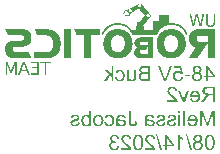
<source format=gbo>
G04*
G04 #@! TF.GenerationSoftware,Altium Limited,Altium Designer,21.6.4 (81)*
G04*
G04 Layer_Color=32896*
%FSLAX25Y25*%
%MOIN*%
G70*
G04*
G04 #@! TF.SameCoordinates,FE6B2B4F-3443-4407-9834-7DAE5A72E9B6*
G04*
G04*
G04 #@! TF.FilePolarity,Positive*
G04*
G01*
G75*
G36*
X155321Y127783D02*
X152418D01*
Y120202D01*
X150004D01*
Y127783D01*
X147582D01*
Y127793D01*
X147573D01*
Y127811D01*
X147564D01*
Y127830D01*
X147554D01*
Y127857D01*
X147545D01*
Y127876D01*
X147536D01*
Y127894D01*
X147527D01*
Y127913D01*
X147517D01*
Y127931D01*
X147508D01*
Y127950D01*
X147499D01*
Y127968D01*
X147490D01*
Y127987D01*
X147480D01*
Y128014D01*
X147471D01*
Y128033D01*
X147462D01*
Y128051D01*
X147453D01*
Y128070D01*
X147443D01*
Y128088D01*
X147434D01*
Y128107D01*
X147425D01*
Y128125D01*
X147416D01*
Y128144D01*
X147406D01*
Y128172D01*
X147397D01*
Y128190D01*
X147388D01*
Y128209D01*
X147379D01*
Y128227D01*
X147369D01*
Y128246D01*
X147360D01*
Y128264D01*
X147351D01*
Y128282D01*
X147342D01*
Y128301D01*
X147332D01*
Y128329D01*
X147323D01*
Y128347D01*
X147314D01*
Y128366D01*
X147305D01*
Y128384D01*
X147295D01*
Y128403D01*
X147286D01*
Y128421D01*
X147277D01*
Y128440D01*
X147268D01*
Y128468D01*
X147258D01*
Y128486D01*
X147249D01*
Y128504D01*
X147240D01*
Y128523D01*
X147231D01*
Y128541D01*
X147222D01*
Y128560D01*
X147212D01*
Y128578D01*
X147203D01*
Y128597D01*
X147194D01*
Y128625D01*
X147185D01*
Y128643D01*
X147175D01*
Y128662D01*
X147166D01*
Y128680D01*
X147157D01*
Y128699D01*
X147148D01*
Y128717D01*
X147138D01*
Y128736D01*
X147129D01*
Y128754D01*
X147120D01*
Y128782D01*
X147110D01*
Y128800D01*
X147101D01*
Y128819D01*
X147092D01*
Y128837D01*
X147083D01*
Y128856D01*
X147073D01*
Y128874D01*
X147064D01*
Y128893D01*
X147055D01*
Y128911D01*
X147046D01*
Y128939D01*
X147037D01*
Y128957D01*
X147027D01*
Y128976D01*
X147018D01*
Y128995D01*
X147009D01*
Y129013D01*
X147000D01*
Y129032D01*
X146990D01*
Y129050D01*
X146981D01*
Y129078D01*
X146972D01*
Y129096D01*
X146963D01*
Y129115D01*
X146953D01*
Y129133D01*
X146944D01*
Y129152D01*
X146935D01*
Y129170D01*
X146926D01*
Y129189D01*
X146916D01*
Y129207D01*
X146907D01*
Y129235D01*
X146898D01*
Y129253D01*
X146889D01*
Y129272D01*
X146879D01*
Y129290D01*
X146870D01*
Y129309D01*
X146861D01*
Y129327D01*
X146852D01*
Y129346D01*
X146842D01*
Y129364D01*
X146833D01*
Y129392D01*
X146824D01*
Y129411D01*
X146815D01*
Y129429D01*
X146805D01*
Y129447D01*
X146796D01*
Y129466D01*
X146787D01*
Y129484D01*
X146778D01*
Y129503D01*
X146768D01*
Y129522D01*
X146759D01*
Y129549D01*
X146750D01*
Y129568D01*
X146741D01*
Y129586D01*
X146731D01*
Y129605D01*
X146722D01*
Y129623D01*
X146713D01*
Y129642D01*
X146704D01*
Y129660D01*
X146694D01*
Y129688D01*
X146685D01*
Y129706D01*
X146676D01*
Y129725D01*
X146667D01*
Y129743D01*
X146657D01*
Y129762D01*
X146648D01*
Y129780D01*
X146639D01*
Y129799D01*
X146630D01*
Y129817D01*
X146621D01*
Y129845D01*
X146611D01*
Y129864D01*
X155321D01*
Y127783D01*
D02*
G37*
G36*
X145585Y120202D02*
X143163D01*
Y127071D01*
Y127081D01*
Y129873D01*
X145585D01*
Y120202D01*
D02*
G37*
G36*
X137828Y129864D02*
X137902D01*
Y129854D01*
X137976D01*
Y129845D01*
X138040D01*
Y129836D01*
X138105D01*
Y129827D01*
X138161D01*
Y129817D01*
X138216D01*
Y129808D01*
X138271D01*
Y129799D01*
X138327D01*
Y129790D01*
X138373D01*
Y129780D01*
X138419D01*
Y129771D01*
X138466D01*
Y129762D01*
X138512D01*
Y129753D01*
X138558D01*
Y129743D01*
X138604D01*
Y129734D01*
X138641D01*
Y129725D01*
X138678D01*
Y129716D01*
X138725D01*
Y129706D01*
X138761D01*
Y129697D01*
X138798D01*
Y129688D01*
X138826D01*
Y129679D01*
X138863D01*
Y129669D01*
X138900D01*
Y129660D01*
X138937D01*
Y129651D01*
X138965D01*
Y129642D01*
X139002D01*
Y129632D01*
X139030D01*
Y129623D01*
X139057D01*
Y129614D01*
X139094D01*
Y129605D01*
X139122D01*
Y129595D01*
X139150D01*
Y129586D01*
X139178D01*
Y129577D01*
X139205D01*
Y129568D01*
X139233D01*
Y129559D01*
X139261D01*
Y129549D01*
X139288D01*
Y129540D01*
X139316D01*
Y129531D01*
X139344D01*
Y129522D01*
X139363D01*
Y129512D01*
X139390D01*
Y129503D01*
X139418D01*
Y129494D01*
X139436D01*
Y129484D01*
X139464D01*
Y129475D01*
X139492D01*
Y129466D01*
X139510D01*
Y129457D01*
X139538D01*
Y129447D01*
X139557D01*
Y129438D01*
X139575D01*
Y129429D01*
X139603D01*
Y129420D01*
X139621D01*
Y129411D01*
X139640D01*
Y129401D01*
X139668D01*
Y129392D01*
X139686D01*
Y129383D01*
X139705D01*
Y129374D01*
X139723D01*
Y129364D01*
X139751D01*
Y129355D01*
X139769D01*
Y129346D01*
X139788D01*
Y129337D01*
X139806D01*
Y129327D01*
X139825D01*
Y129318D01*
X139843D01*
Y129309D01*
X139862D01*
Y129300D01*
X139880D01*
Y129290D01*
X139899D01*
Y129281D01*
X139917D01*
Y129272D01*
X139936D01*
Y129263D01*
X139954D01*
Y129253D01*
X139973D01*
Y129244D01*
X139991D01*
Y129235D01*
X140010D01*
Y129226D01*
X140019D01*
Y129216D01*
X140037D01*
Y129207D01*
X140056D01*
Y129198D01*
X140074D01*
Y129189D01*
X140093D01*
Y129179D01*
X140102D01*
Y129170D01*
X140121D01*
Y129161D01*
X140139D01*
Y129152D01*
X140148D01*
Y129142D01*
X140167D01*
Y129133D01*
X140185D01*
Y129124D01*
X140195D01*
Y129115D01*
X140213D01*
Y129105D01*
X140232D01*
Y129096D01*
X140241D01*
Y129087D01*
X140259D01*
Y129078D01*
X140269D01*
Y129068D01*
X140287D01*
Y129059D01*
X140296D01*
Y129050D01*
X140315D01*
Y129041D01*
X140324D01*
Y129032D01*
X140342D01*
Y129022D01*
X140352D01*
Y129013D01*
X140370D01*
Y129004D01*
X140380D01*
Y128995D01*
X140398D01*
Y128985D01*
X140407D01*
Y128976D01*
X140426D01*
Y128967D01*
X140435D01*
Y128957D01*
X140444D01*
Y128948D01*
X140463D01*
Y128939D01*
X140472D01*
Y128930D01*
X140481D01*
Y128920D01*
X140500D01*
Y128911D01*
X140509D01*
Y128902D01*
X140518D01*
Y128893D01*
X140537D01*
Y128884D01*
X140546D01*
Y128874D01*
X140555D01*
Y128865D01*
X140574D01*
Y128856D01*
X140583D01*
Y128847D01*
X140592D01*
Y128837D01*
X140601D01*
Y128828D01*
X140620D01*
Y128819D01*
X140629D01*
Y128810D01*
X140638D01*
Y128800D01*
X140648D01*
Y128791D01*
X140666D01*
Y128782D01*
X140675D01*
Y128773D01*
X140685D01*
Y128763D01*
X140694D01*
Y128754D01*
X140703D01*
Y128745D01*
X140712D01*
Y128736D01*
X140731D01*
Y128726D01*
X140740D01*
Y128717D01*
X140749D01*
Y128708D01*
X140759D01*
Y128699D01*
X140768D01*
Y128689D01*
X140777D01*
Y128680D01*
X140786D01*
Y128671D01*
X140796D01*
Y128662D01*
X140805D01*
Y128652D01*
X140823D01*
Y128643D01*
X140833D01*
Y128634D01*
X140842D01*
Y128625D01*
X140851D01*
Y128615D01*
X140860D01*
Y128606D01*
X140869D01*
Y128597D01*
X140879D01*
Y128588D01*
X140888D01*
Y128578D01*
X140897D01*
Y128569D01*
X140907D01*
Y128560D01*
X140916D01*
Y128551D01*
X140925D01*
Y128541D01*
X140934D01*
Y128532D01*
X140944D01*
Y128523D01*
X140953D01*
Y128514D01*
X140962D01*
Y128504D01*
X140971D01*
Y128495D01*
X140981D01*
Y128486D01*
X140990D01*
Y128477D01*
X140999D01*
Y128458D01*
X141008D01*
Y128449D01*
X141017D01*
Y128440D01*
X141027D01*
Y128430D01*
X141036D01*
Y128421D01*
X141045D01*
Y128412D01*
X141054D01*
Y128403D01*
X141064D01*
Y128393D01*
X141073D01*
Y128384D01*
X141082D01*
Y128366D01*
X141091D01*
Y128357D01*
X141101D01*
Y128347D01*
X141110D01*
Y128338D01*
X141119D01*
Y128329D01*
X141128D01*
Y128320D01*
X141138D01*
Y128301D01*
X141147D01*
Y128292D01*
X141156D01*
Y128282D01*
X141165D01*
Y128273D01*
X141175D01*
Y128255D01*
X141184D01*
Y128246D01*
X141193D01*
Y128236D01*
X141202D01*
Y128227D01*
X141212D01*
Y128209D01*
X141221D01*
Y128199D01*
X141230D01*
Y128190D01*
X141239D01*
Y128172D01*
X141249D01*
Y128162D01*
X141258D01*
Y128153D01*
X141267D01*
Y128135D01*
X141276D01*
Y128125D01*
X141286D01*
Y128116D01*
X141295D01*
Y128098D01*
X141304D01*
Y128088D01*
X141313D01*
Y128070D01*
X141323D01*
Y128061D01*
X141332D01*
Y128051D01*
X141341D01*
Y128033D01*
X141350D01*
Y128024D01*
X141360D01*
Y128005D01*
X141369D01*
Y127996D01*
X141378D01*
Y127977D01*
X141387D01*
Y127968D01*
X141397D01*
Y127950D01*
X141406D01*
Y127931D01*
X141415D01*
Y127922D01*
X141424D01*
Y127903D01*
X141434D01*
Y127894D01*
X141443D01*
Y127876D01*
X141452D01*
Y127857D01*
X141461D01*
Y127848D01*
X141471D01*
Y127830D01*
X141480D01*
Y127811D01*
X141489D01*
Y127802D01*
X141498D01*
Y127783D01*
X141507D01*
Y127765D01*
X141517D01*
Y127746D01*
X141526D01*
Y127737D01*
X141535D01*
Y127718D01*
X141544D01*
Y127700D01*
X141554D01*
Y127682D01*
X141563D01*
Y127663D01*
X141572D01*
Y127645D01*
X141581D01*
Y127626D01*
X141591D01*
Y127608D01*
X141600D01*
Y127589D01*
X141609D01*
Y127571D01*
X141619D01*
Y127552D01*
X141628D01*
Y127534D01*
X141637D01*
Y127515D01*
X141646D01*
Y127497D01*
X141655D01*
Y127478D01*
X141665D01*
Y127460D01*
X141674D01*
Y127441D01*
X141683D01*
Y127413D01*
X141692D01*
Y127395D01*
X141702D01*
Y127376D01*
X141711D01*
Y127349D01*
X141720D01*
Y127330D01*
X141729D01*
Y127312D01*
X141739D01*
Y127284D01*
X141748D01*
Y127266D01*
X141757D01*
Y127238D01*
X141766D01*
Y127210D01*
X141776D01*
Y127191D01*
X141785D01*
Y127164D01*
X141794D01*
Y127136D01*
X141803D01*
Y127118D01*
X141813D01*
Y127090D01*
X141822D01*
Y127062D01*
X141831D01*
Y127034D01*
X141840D01*
Y127007D01*
X141850D01*
Y126979D01*
X141859D01*
Y126951D01*
X141868D01*
Y126923D01*
X141877D01*
Y126886D01*
X141887D01*
Y126859D01*
X141896D01*
Y126831D01*
X141905D01*
Y126794D01*
X141914D01*
Y126757D01*
X141924D01*
Y126729D01*
X141933D01*
Y126692D01*
X141942D01*
Y126655D01*
X141951D01*
Y126618D01*
X141961D01*
Y126581D01*
X141970D01*
Y126535D01*
X141979D01*
Y126498D01*
X141988D01*
Y126452D01*
X141998D01*
Y126406D01*
X142007D01*
Y126359D01*
X142016D01*
Y126313D01*
X142025D01*
Y126258D01*
X142034D01*
Y126212D01*
X142044D01*
Y126147D01*
X142053D01*
Y126091D01*
X142062D01*
Y126017D01*
X142071D01*
Y125953D01*
X142081D01*
Y125869D01*
X142090D01*
Y125777D01*
X142099D01*
Y125675D01*
X142109D01*
Y125555D01*
X142118D01*
Y125379D01*
X142127D01*
Y124686D01*
X142118D01*
Y124501D01*
X142109D01*
Y124372D01*
X142099D01*
Y124261D01*
X142090D01*
Y124168D01*
X142081D01*
Y124085D01*
X142071D01*
Y124011D01*
X142062D01*
Y123937D01*
X142053D01*
Y123872D01*
X142044D01*
Y123817D01*
X142034D01*
Y123761D01*
X142025D01*
Y123706D01*
X142016D01*
Y123650D01*
X142007D01*
Y123604D01*
X141998D01*
Y123558D01*
X141988D01*
Y123512D01*
X141979D01*
Y123475D01*
X141970D01*
Y123428D01*
X141961D01*
Y123391D01*
X141951D01*
Y123345D01*
X141942D01*
Y123308D01*
X141933D01*
Y123271D01*
X141924D01*
Y123244D01*
X141914D01*
Y123207D01*
X141905D01*
Y123170D01*
X141896D01*
Y123142D01*
X141887D01*
Y123105D01*
X141877D01*
Y123077D01*
X141868D01*
Y123049D01*
X141859D01*
Y123012D01*
X141850D01*
Y122985D01*
X141840D01*
Y122957D01*
X141831D01*
Y122929D01*
X141822D01*
Y122901D01*
X141813D01*
Y122874D01*
X141803D01*
Y122846D01*
X141794D01*
Y122818D01*
X141785D01*
Y122800D01*
X141776D01*
Y122772D01*
X141766D01*
Y122744D01*
X141757D01*
Y122726D01*
X141748D01*
Y122698D01*
X141739D01*
Y122679D01*
X141729D01*
Y122652D01*
X141720D01*
Y122633D01*
X141711D01*
Y122606D01*
X141702D01*
Y122587D01*
X141692D01*
Y122569D01*
X141683D01*
Y122541D01*
X141674D01*
Y122522D01*
X141665D01*
Y122504D01*
X141655D01*
Y122476D01*
X141646D01*
Y122458D01*
X141637D01*
Y122439D01*
X141628D01*
Y122421D01*
X141619D01*
Y122402D01*
X141609D01*
Y122384D01*
X141600D01*
Y122365D01*
X141591D01*
Y122347D01*
X141581D01*
Y122328D01*
X141572D01*
Y122310D01*
X141563D01*
Y122291D01*
X141554D01*
Y122273D01*
X141544D01*
Y122254D01*
X141535D01*
Y122236D01*
X141526D01*
Y122227D01*
X141517D01*
Y122208D01*
X141507D01*
Y122189D01*
X141498D01*
Y122171D01*
X141489D01*
Y122152D01*
X141480D01*
Y122143D01*
X141471D01*
Y122125D01*
X141461D01*
Y122106D01*
X141452D01*
Y122097D01*
X141443D01*
Y122079D01*
X141434D01*
Y122060D01*
X141424D01*
Y122051D01*
X141415D01*
Y122032D01*
X141406D01*
Y122014D01*
X141397D01*
Y122005D01*
X141387D01*
Y121986D01*
X141378D01*
Y121977D01*
X141369D01*
Y121958D01*
X141360D01*
Y121949D01*
X141350D01*
Y121931D01*
X141341D01*
Y121921D01*
X141332D01*
Y121903D01*
X141323D01*
Y121894D01*
X141313D01*
Y121875D01*
X141304D01*
Y121866D01*
X141295D01*
Y121847D01*
X141286D01*
Y121838D01*
X141276D01*
Y121829D01*
X141267D01*
Y121810D01*
X141258D01*
Y121801D01*
X141249D01*
Y121792D01*
X141239D01*
Y121774D01*
X141230D01*
Y121764D01*
X141221D01*
Y121755D01*
X141212D01*
Y121737D01*
X141202D01*
Y121727D01*
X141193D01*
Y121718D01*
X141184D01*
Y121700D01*
X141175D01*
Y121690D01*
X141165D01*
Y121681D01*
X141156D01*
Y121672D01*
X141147D01*
Y121653D01*
X141138D01*
Y121644D01*
X141128D01*
Y121635D01*
X141119D01*
Y121625D01*
X141110D01*
Y121616D01*
X141101D01*
Y121598D01*
X141091D01*
Y121589D01*
X141082D01*
Y121579D01*
X141073D01*
Y121570D01*
X141064D01*
Y121561D01*
X141054D01*
Y121552D01*
X141045D01*
Y121542D01*
X141036D01*
Y121524D01*
X141027D01*
Y121515D01*
X141017D01*
Y121505D01*
X141008D01*
Y121496D01*
X140999D01*
Y121487D01*
X140990D01*
Y121478D01*
X140981D01*
Y121468D01*
X140971D01*
Y121459D01*
X140962D01*
Y121450D01*
X140953D01*
Y121441D01*
X140944D01*
Y121431D01*
X140934D01*
Y121422D01*
X140925D01*
Y121413D01*
X140916D01*
Y121404D01*
X140907D01*
Y121394D01*
X140897D01*
Y121385D01*
X140888D01*
Y121376D01*
X140879D01*
Y121367D01*
X140869D01*
Y121357D01*
X140860D01*
Y121348D01*
X140851D01*
Y121339D01*
X140842D01*
Y121330D01*
X140833D01*
Y121320D01*
X140823D01*
Y121311D01*
X140814D01*
Y121302D01*
X140805D01*
Y121293D01*
X140796D01*
Y121283D01*
X140786D01*
Y121274D01*
X140777D01*
Y121265D01*
X140759D01*
Y121256D01*
X140749D01*
Y121246D01*
X140740D01*
Y121237D01*
X140731D01*
Y121228D01*
X140722D01*
Y121219D01*
X140712D01*
Y121210D01*
X140703D01*
Y121200D01*
X140685D01*
Y121191D01*
X140675D01*
Y121182D01*
X140666D01*
Y121172D01*
X140657D01*
Y121163D01*
X140648D01*
Y121154D01*
X140629D01*
Y121145D01*
X140620D01*
Y121135D01*
X140611D01*
Y121126D01*
X140601D01*
Y121117D01*
X140583D01*
Y121108D01*
X140574D01*
Y121098D01*
X140564D01*
Y121089D01*
X140555D01*
Y121080D01*
X140537D01*
Y121071D01*
X140527D01*
Y121062D01*
X140518D01*
Y121052D01*
X140500D01*
Y121043D01*
X140490D01*
Y121034D01*
X140472D01*
Y121025D01*
X140463D01*
Y121015D01*
X140454D01*
Y121006D01*
X140435D01*
Y120997D01*
X140426D01*
Y120988D01*
X140407D01*
Y120978D01*
X140398D01*
Y120969D01*
X140380D01*
Y120960D01*
X140370D01*
Y120951D01*
X140361D01*
Y120941D01*
X140342D01*
Y120932D01*
X140324D01*
Y120923D01*
X140315D01*
Y120914D01*
X140296D01*
Y120904D01*
X140287D01*
Y120895D01*
X140269D01*
Y120886D01*
X140259D01*
Y120877D01*
X140241D01*
Y120867D01*
X140222D01*
Y120858D01*
X140213D01*
Y120849D01*
X140195D01*
Y120840D01*
X140176D01*
Y120830D01*
X140167D01*
Y120821D01*
X140148D01*
Y120812D01*
X140130D01*
Y120803D01*
X140111D01*
Y120793D01*
X140102D01*
Y120784D01*
X140084D01*
Y120775D01*
X140065D01*
Y120766D01*
X140047D01*
Y120756D01*
X140028D01*
Y120747D01*
X140019D01*
Y120738D01*
X140000D01*
Y120729D01*
X139982D01*
Y120719D01*
X139963D01*
Y120710D01*
X139945D01*
Y120701D01*
X139927D01*
Y120692D01*
X139908D01*
Y120682D01*
X139890D01*
Y120673D01*
X139871D01*
Y120664D01*
X139843D01*
Y120655D01*
X139825D01*
Y120645D01*
X139806D01*
Y120636D01*
X139788D01*
Y120627D01*
X139769D01*
Y120618D01*
X139742D01*
Y120608D01*
X139723D01*
Y120599D01*
X139705D01*
Y120590D01*
X139677D01*
Y120581D01*
X139658D01*
Y120571D01*
X139640D01*
Y120562D01*
X139612D01*
Y120553D01*
X139594D01*
Y120544D01*
X139566D01*
Y120535D01*
X139547D01*
Y120525D01*
X139520D01*
Y120516D01*
X139492D01*
Y120507D01*
X139464D01*
Y120498D01*
X139446D01*
Y120488D01*
X139418D01*
Y120479D01*
X139390D01*
Y120470D01*
X139363D01*
Y120460D01*
X139335D01*
Y120451D01*
X139307D01*
Y120442D01*
X139279D01*
Y120433D01*
X139251D01*
Y120424D01*
X139224D01*
Y120414D01*
X139187D01*
Y120405D01*
X139159D01*
Y120396D01*
X139122D01*
Y120387D01*
X139094D01*
Y120377D01*
X139057D01*
Y120368D01*
X139030D01*
Y120359D01*
X138993D01*
Y120350D01*
X138956D01*
Y120340D01*
X138919D01*
Y120331D01*
X138882D01*
Y120322D01*
X138835D01*
Y120313D01*
X138798D01*
Y120303D01*
X138752D01*
Y120294D01*
X138715D01*
Y120285D01*
X138669D01*
Y120276D01*
X138623D01*
Y120266D01*
X138567D01*
Y120257D01*
X138521D01*
Y120248D01*
X138466D01*
Y120239D01*
X138410D01*
Y120229D01*
X138345D01*
Y120220D01*
X138281D01*
Y120211D01*
X138216D01*
Y120202D01*
X133408D01*
Y122301D01*
X137902D01*
Y122310D01*
X138022D01*
Y122319D01*
X138086D01*
Y122328D01*
X138142D01*
Y122337D01*
X138198D01*
Y122347D01*
X138234D01*
Y122356D01*
X138271D01*
Y122365D01*
X138308D01*
Y122374D01*
X138336D01*
Y122384D01*
X138364D01*
Y122393D01*
X138392D01*
Y122402D01*
X138419D01*
Y122411D01*
X138438D01*
Y122421D01*
X138466D01*
Y122430D01*
X138484D01*
Y122439D01*
X138503D01*
Y122448D01*
X138521D01*
Y122458D01*
X138549D01*
Y122467D01*
X138567D01*
Y122476D01*
X138577D01*
Y122485D01*
X138595D01*
Y122495D01*
X138614D01*
Y122504D01*
X138632D01*
Y122513D01*
X138651D01*
Y122522D01*
X138660D01*
Y122532D01*
X138678D01*
Y122541D01*
X138688D01*
Y122550D01*
X138706D01*
Y122559D01*
X138715D01*
Y122569D01*
X138734D01*
Y122578D01*
X138743D01*
Y122587D01*
X138761D01*
Y122596D01*
X138771D01*
Y122606D01*
X138780D01*
Y122615D01*
X138798D01*
Y122624D01*
X138808D01*
Y122633D01*
X138817D01*
Y122643D01*
X138826D01*
Y122652D01*
X138835D01*
Y122661D01*
X138854D01*
Y122670D01*
X138863D01*
Y122679D01*
X138872D01*
Y122689D01*
X138882D01*
Y122698D01*
X138891D01*
Y122707D01*
X138900D01*
Y122716D01*
X138909D01*
Y122726D01*
X138919D01*
Y122735D01*
X138928D01*
Y122744D01*
X138937D01*
Y122754D01*
X138946D01*
Y122763D01*
X138956D01*
Y122772D01*
X138965D01*
Y122781D01*
X138974D01*
Y122791D01*
X138983D01*
Y122800D01*
X138993D01*
Y122818D01*
X139002D01*
Y122827D01*
X139011D01*
Y122837D01*
X139020D01*
Y122846D01*
X139030D01*
Y122855D01*
X139039D01*
Y122874D01*
X139048D01*
Y122883D01*
X139057D01*
Y122892D01*
X139067D01*
Y122911D01*
X139076D01*
Y122920D01*
X139085D01*
Y122929D01*
X139094D01*
Y122948D01*
X139104D01*
Y122957D01*
X139113D01*
Y122975D01*
X139122D01*
Y122985D01*
X139131D01*
Y123003D01*
X139141D01*
Y123012D01*
X139150D01*
Y123031D01*
X139159D01*
Y123049D01*
X139168D01*
Y123059D01*
X139178D01*
Y123077D01*
X139187D01*
Y123096D01*
X139196D01*
Y123105D01*
X139205D01*
Y123123D01*
X139215D01*
Y123142D01*
X139224D01*
Y123160D01*
X139233D01*
Y123179D01*
X139242D01*
Y123197D01*
X139251D01*
Y123216D01*
X139261D01*
Y123234D01*
X139270D01*
Y123253D01*
X139279D01*
Y123271D01*
X139288D01*
Y123299D01*
X139298D01*
Y123318D01*
X139307D01*
Y123336D01*
X139316D01*
Y123364D01*
X139325D01*
Y123382D01*
X139335D01*
Y123410D01*
X139344D01*
Y123428D01*
X139353D01*
Y123456D01*
X139363D01*
Y123484D01*
X139372D01*
Y123512D01*
X139381D01*
Y123539D01*
X139390D01*
Y123567D01*
X139400D01*
Y123595D01*
X139409D01*
Y123632D01*
X139418D01*
Y123660D01*
X139427D01*
Y123697D01*
X139436D01*
Y123734D01*
X139446D01*
Y123761D01*
X139455D01*
Y123808D01*
X139464D01*
Y123845D01*
X139473D01*
Y123881D01*
X139483D01*
Y123928D01*
X139492D01*
Y123974D01*
X139501D01*
Y124029D01*
X139510D01*
Y124085D01*
X139520D01*
Y124140D01*
X139529D01*
Y124205D01*
X139538D01*
Y124270D01*
X139547D01*
Y124353D01*
X139557D01*
Y124445D01*
X139566D01*
Y124547D01*
X139575D01*
Y124695D01*
X139584D01*
Y124926D01*
X139594D01*
Y125167D01*
X139584D01*
Y125379D01*
X139575D01*
Y125509D01*
X139566D01*
Y125601D01*
X139557D01*
Y125694D01*
X139547D01*
Y125758D01*
X139538D01*
Y125832D01*
X139529D01*
Y125888D01*
X139520D01*
Y125943D01*
X139510D01*
Y125999D01*
X139501D01*
Y126045D01*
X139492D01*
Y126091D01*
X139483D01*
Y126128D01*
X139473D01*
Y126165D01*
X139464D01*
Y126212D01*
X139455D01*
Y126249D01*
X139446D01*
Y126276D01*
X139436D01*
Y126313D01*
X139427D01*
Y126341D01*
X139418D01*
Y126378D01*
X139409D01*
Y126406D01*
X139400D01*
Y126433D01*
X139390D01*
Y126461D01*
X139381D01*
Y126489D01*
X139372D01*
Y126517D01*
X139363D01*
Y126535D01*
X139353D01*
Y126563D01*
X139344D01*
Y126591D01*
X139335D01*
Y126609D01*
X139325D01*
Y126637D01*
X139316D01*
Y126655D01*
X139307D01*
Y126674D01*
X139298D01*
Y126692D01*
X139288D01*
Y126720D01*
X139279D01*
Y126739D01*
X139270D01*
Y126757D01*
X139261D01*
Y126776D01*
X139251D01*
Y126794D01*
X139242D01*
Y126812D01*
X139233D01*
Y126831D01*
X139224D01*
Y126849D01*
X139215D01*
Y126859D01*
X139205D01*
Y126877D01*
X139196D01*
Y126896D01*
X139187D01*
Y126914D01*
X139178D01*
Y126923D01*
X139168D01*
Y126942D01*
X139159D01*
Y126960D01*
X139150D01*
Y126970D01*
X139141D01*
Y126988D01*
X139131D01*
Y126997D01*
X139122D01*
Y127016D01*
X139113D01*
Y127025D01*
X139104D01*
Y127044D01*
X139094D01*
Y127053D01*
X139085D01*
Y127071D01*
X139076D01*
Y127081D01*
X139067D01*
Y127090D01*
X139057D01*
Y127108D01*
X139048D01*
Y127118D01*
X139039D01*
Y127127D01*
X139030D01*
Y127136D01*
X139020D01*
Y127155D01*
X139011D01*
Y127164D01*
X139002D01*
Y127173D01*
X138993D01*
Y127182D01*
X138983D01*
Y127191D01*
X138974D01*
Y127201D01*
X138965D01*
Y127219D01*
X138956D01*
Y127228D01*
X138946D01*
Y127238D01*
X138937D01*
Y127247D01*
X138928D01*
Y127256D01*
X138919D01*
Y127266D01*
X138909D01*
Y127275D01*
X138900D01*
Y127284D01*
X138891D01*
Y127293D01*
X138882D01*
Y127303D01*
X138872D01*
Y127312D01*
X138863D01*
Y127321D01*
X138854D01*
Y127330D01*
X138845D01*
Y127339D01*
X138826D01*
Y127349D01*
X138817D01*
Y127358D01*
X138808D01*
Y127367D01*
X138798D01*
Y127376D01*
X138789D01*
Y127386D01*
X138780D01*
Y127395D01*
X138761D01*
Y127404D01*
X138752D01*
Y127413D01*
X138743D01*
Y127423D01*
X138725D01*
Y127432D01*
X138715D01*
Y127441D01*
X138706D01*
Y127450D01*
X138688D01*
Y127460D01*
X138678D01*
Y127469D01*
X138660D01*
Y127478D01*
X138651D01*
Y127487D01*
X138632D01*
Y127497D01*
X138623D01*
Y127506D01*
X138604D01*
Y127515D01*
X138586D01*
Y127524D01*
X138577D01*
Y127534D01*
X138558D01*
Y127543D01*
X138540D01*
Y127552D01*
X138521D01*
Y127561D01*
X138503D01*
Y127571D01*
X138484D01*
Y127580D01*
X138466D01*
Y127589D01*
X138447D01*
Y127598D01*
X138429D01*
Y127608D01*
X138410D01*
Y127617D01*
X138392D01*
Y127626D01*
X138364D01*
Y127635D01*
X138345D01*
Y127645D01*
X138318D01*
Y127654D01*
X138299D01*
Y127663D01*
X138271D01*
Y127672D01*
X138244D01*
Y127682D01*
X138216D01*
Y127691D01*
X138179D01*
Y127700D01*
X138151D01*
Y127709D01*
X138114D01*
Y127718D01*
X138068D01*
Y127728D01*
X138031D01*
Y127737D01*
X137985D01*
Y127746D01*
X137929D01*
Y127755D01*
X137865D01*
Y127765D01*
X137781D01*
Y127774D01*
X137634D01*
Y127783D01*
X134388D01*
Y127793D01*
X134379D01*
Y127811D01*
X134370D01*
Y127830D01*
X134360D01*
Y127857D01*
X134351D01*
Y127876D01*
X134342D01*
Y127894D01*
X134333D01*
Y127913D01*
X134324D01*
Y127931D01*
X134314D01*
Y127950D01*
X134305D01*
Y127968D01*
X134296D01*
Y127996D01*
X134286D01*
Y128014D01*
X134277D01*
Y128033D01*
X134268D01*
Y128051D01*
X134259D01*
Y128070D01*
X134249D01*
Y128088D01*
X134240D01*
Y128107D01*
X134231D01*
Y128135D01*
X134222D01*
Y128153D01*
X134213D01*
Y128172D01*
X134203D01*
Y128190D01*
X134194D01*
Y128209D01*
X134185D01*
Y128227D01*
X134176D01*
Y128246D01*
X134166D01*
Y128264D01*
X134157D01*
Y128292D01*
X134148D01*
Y128310D01*
X134139D01*
Y128329D01*
X134129D01*
Y128347D01*
X134120D01*
Y128366D01*
X134111D01*
Y128384D01*
X134102D01*
Y128403D01*
X134092D01*
Y128430D01*
X134083D01*
Y128449D01*
X134074D01*
Y128468D01*
X134065D01*
Y128486D01*
X134055D01*
Y128504D01*
X134046D01*
Y128523D01*
X134037D01*
Y128541D01*
X134028D01*
Y128569D01*
X134018D01*
Y128588D01*
X134009D01*
Y128606D01*
X134000D01*
Y128625D01*
X133991D01*
Y128643D01*
X133981D01*
Y128662D01*
X133972D01*
Y128680D01*
X133963D01*
Y128708D01*
X133954D01*
Y128726D01*
X133944D01*
Y128745D01*
X133935D01*
Y128763D01*
X133926D01*
Y128782D01*
X133917D01*
Y128800D01*
X133907D01*
Y128819D01*
X133898D01*
Y128847D01*
X133889D01*
Y128865D01*
X133880D01*
Y128884D01*
X133870D01*
Y128902D01*
X133861D01*
Y128920D01*
X133852D01*
Y128939D01*
X133843D01*
Y128957D01*
X133833D01*
Y128976D01*
X133824D01*
Y129004D01*
X133815D01*
Y129022D01*
X133806D01*
Y129041D01*
X133797D01*
Y129059D01*
X133787D01*
Y129078D01*
X133778D01*
Y129096D01*
X133769D01*
Y129115D01*
X133759D01*
Y129142D01*
X133750D01*
Y129161D01*
X133741D01*
Y129179D01*
X133732D01*
Y129198D01*
X133722D01*
Y129216D01*
X133713D01*
Y129235D01*
X133704D01*
Y129253D01*
X133695D01*
Y129281D01*
X133686D01*
Y129300D01*
X133676D01*
Y129318D01*
X133667D01*
Y129337D01*
X133658D01*
Y129355D01*
X133649D01*
Y129374D01*
X133639D01*
Y129392D01*
X133630D01*
Y129420D01*
X133621D01*
Y129438D01*
X133612D01*
Y129457D01*
X133602D01*
Y129475D01*
X133593D01*
Y129494D01*
X133584D01*
Y129512D01*
X133575D01*
Y129531D01*
X133565D01*
Y129549D01*
X133556D01*
Y129577D01*
X133547D01*
Y129595D01*
X133538D01*
Y129614D01*
X133528D01*
Y129632D01*
X133519D01*
Y129651D01*
X133510D01*
Y129669D01*
X133501D01*
Y129688D01*
X133491D01*
Y129716D01*
X133482D01*
Y129734D01*
X133473D01*
Y129753D01*
X133464D01*
Y129771D01*
X133454D01*
Y129790D01*
X133445D01*
Y129808D01*
X133436D01*
Y129827D01*
X133427D01*
Y129854D01*
X133417D01*
Y129873D01*
X137828D01*
Y129864D01*
D02*
G37*
G36*
X129867Y129854D02*
X129932D01*
Y129845D01*
X129996D01*
Y129836D01*
X130052D01*
Y129827D01*
X130098D01*
Y129817D01*
X130154D01*
Y129808D01*
X130200D01*
Y129799D01*
X130237D01*
Y129790D01*
X130283D01*
Y129780D01*
X130320D01*
Y129771D01*
X130357D01*
Y129762D01*
X130394D01*
Y129753D01*
X130431D01*
Y129743D01*
X130459D01*
Y129734D01*
X130496D01*
Y129725D01*
X130523D01*
Y129716D01*
X130551D01*
Y129706D01*
X130579D01*
Y129697D01*
X130616D01*
Y129688D01*
X130644D01*
Y129679D01*
X130662D01*
Y129669D01*
X130690D01*
Y129660D01*
X130718D01*
Y129651D01*
X130745D01*
Y129642D01*
X130764D01*
Y129632D01*
X130792D01*
Y129623D01*
X130810D01*
Y129614D01*
X130838D01*
Y129605D01*
X130856D01*
Y129595D01*
X130884D01*
Y129586D01*
X130903D01*
Y129577D01*
X130921D01*
Y129568D01*
X130939D01*
Y129559D01*
X130967D01*
Y129549D01*
X130986D01*
Y129540D01*
X131004D01*
Y129531D01*
X131023D01*
Y129522D01*
X131041D01*
Y129512D01*
X131060D01*
Y129503D01*
X131078D01*
Y129494D01*
X131087D01*
Y129484D01*
X131106D01*
Y129475D01*
X131124D01*
Y129466D01*
X131143D01*
Y129457D01*
X131161D01*
Y129447D01*
X131171D01*
Y129438D01*
X131189D01*
Y129429D01*
X131208D01*
Y129420D01*
X131217D01*
Y129411D01*
X131235D01*
Y129401D01*
X131245D01*
Y129392D01*
X131263D01*
Y129383D01*
X131282D01*
Y129374D01*
X131291D01*
Y129364D01*
X131309D01*
Y129355D01*
X131319D01*
Y129346D01*
X131337D01*
Y129337D01*
X131346D01*
Y129327D01*
X131356D01*
Y129318D01*
X131374D01*
Y129309D01*
X131383D01*
Y129300D01*
X131393D01*
Y129290D01*
X131411D01*
Y129281D01*
X131420D01*
Y129272D01*
X131430D01*
Y129263D01*
X131448D01*
Y129253D01*
X131457D01*
Y129244D01*
X131466D01*
Y129235D01*
X131476D01*
Y129226D01*
X131494D01*
Y129216D01*
X131503D01*
Y129207D01*
X131513D01*
Y129198D01*
X131522D01*
Y129189D01*
X131531D01*
Y129179D01*
X131550D01*
Y129170D01*
X131559D01*
Y129161D01*
X131568D01*
Y129152D01*
X131577D01*
Y129142D01*
X131587D01*
Y129133D01*
X131596D01*
Y129124D01*
X131605D01*
Y129115D01*
X131614D01*
Y129105D01*
X131624D01*
Y129096D01*
X131633D01*
Y129087D01*
X131642D01*
Y129078D01*
X131651D01*
Y129068D01*
X131661D01*
Y129059D01*
X131670D01*
Y129050D01*
X131679D01*
Y129041D01*
X131688D01*
Y129032D01*
X131698D01*
Y129022D01*
X131707D01*
Y129013D01*
X131716D01*
Y129004D01*
X131725D01*
Y128995D01*
X131735D01*
Y128985D01*
X131744D01*
Y128967D01*
X131753D01*
Y128957D01*
X131762D01*
Y128948D01*
X131772D01*
Y128939D01*
X131781D01*
Y128930D01*
X131790D01*
Y128911D01*
X131799D01*
Y128902D01*
X131809D01*
Y128893D01*
X131818D01*
Y128884D01*
X131827D01*
Y128865D01*
X131836D01*
Y128856D01*
X131846D01*
Y128847D01*
X131855D01*
Y128828D01*
X131864D01*
Y128819D01*
X131873D01*
Y128810D01*
X131883D01*
Y128791D01*
X131892D01*
Y128782D01*
X131901D01*
Y128763D01*
X131910D01*
Y128754D01*
X131920D01*
Y128745D01*
X131929D01*
Y128726D01*
X131938D01*
Y128708D01*
X131947D01*
Y128699D01*
X131957D01*
Y128680D01*
X131966D01*
Y128671D01*
X131975D01*
Y128652D01*
X131984D01*
Y128634D01*
X131993D01*
Y128625D01*
X132003D01*
Y128606D01*
X132012D01*
Y128588D01*
X132021D01*
Y128569D01*
X132030D01*
Y128560D01*
X132040D01*
Y128541D01*
X132049D01*
Y128523D01*
X132058D01*
Y128504D01*
X132068D01*
Y128486D01*
X132077D01*
Y128468D01*
X132086D01*
Y128449D01*
X132095D01*
Y128421D01*
X132105D01*
Y128403D01*
X132114D01*
Y128384D01*
X132123D01*
Y128366D01*
X132132D01*
Y128338D01*
X132141D01*
Y128320D01*
X132151D01*
Y128292D01*
X132160D01*
Y128273D01*
X132169D01*
Y128246D01*
X132178D01*
Y128227D01*
X132188D01*
Y128199D01*
X132197D01*
Y128172D01*
X132206D01*
Y128144D01*
X132215D01*
Y128116D01*
X132225D01*
Y128088D01*
X132234D01*
Y128051D01*
X132243D01*
Y128024D01*
X132252D01*
Y127987D01*
X132262D01*
Y127959D01*
X132271D01*
Y127922D01*
X132280D01*
Y127885D01*
X132289D01*
Y127839D01*
X132299D01*
Y127802D01*
X132308D01*
Y127755D01*
X132317D01*
Y127700D01*
X132326D01*
Y127645D01*
X132336D01*
Y127589D01*
X132345D01*
Y127515D01*
X132354D01*
Y127441D01*
X132363D01*
Y127339D01*
X132373D01*
Y127210D01*
X132382D01*
Y126535D01*
X132373D01*
Y126415D01*
X132363D01*
Y126332D01*
X132354D01*
Y126258D01*
X132345D01*
Y126202D01*
X132336D01*
Y126147D01*
X132326D01*
Y126101D01*
X132317D01*
Y126054D01*
X132308D01*
Y126017D01*
X132299D01*
Y125980D01*
X132289D01*
Y125943D01*
X132280D01*
Y125906D01*
X132271D01*
Y125879D01*
X132262D01*
Y125842D01*
X132252D01*
Y125814D01*
X132243D01*
Y125786D01*
X132234D01*
Y125758D01*
X132225D01*
Y125731D01*
X132215D01*
Y125712D01*
X132206D01*
Y125684D01*
X132197D01*
Y125657D01*
X132188D01*
Y125638D01*
X132178D01*
Y125610D01*
X132169D01*
Y125592D01*
X132160D01*
Y125574D01*
X132151D01*
Y125555D01*
X132141D01*
Y125527D01*
X132132D01*
Y125509D01*
X132123D01*
Y125490D01*
X132114D01*
Y125472D01*
X132105D01*
Y125453D01*
X132095D01*
Y125435D01*
X132086D01*
Y125426D01*
X132077D01*
Y125407D01*
X132068D01*
Y125389D01*
X132058D01*
Y125370D01*
X132049D01*
Y125352D01*
X132040D01*
Y125342D01*
X132030D01*
Y125324D01*
X132021D01*
Y125315D01*
X132012D01*
Y125296D01*
X132003D01*
Y125278D01*
X131993D01*
Y125268D01*
X131984D01*
Y125250D01*
X131975D01*
Y125241D01*
X131966D01*
Y125222D01*
X131957D01*
Y125213D01*
X131947D01*
Y125194D01*
X131938D01*
Y125185D01*
X131929D01*
Y125176D01*
X131920D01*
Y125157D01*
X131910D01*
Y125148D01*
X131901D01*
Y125139D01*
X131892D01*
Y125120D01*
X131883D01*
Y125111D01*
X131873D01*
Y125102D01*
X131864D01*
Y125093D01*
X131855D01*
Y125074D01*
X131846D01*
Y125065D01*
X131836D01*
Y125056D01*
X131827D01*
Y125047D01*
X131818D01*
Y125037D01*
X131809D01*
Y125028D01*
X131799D01*
Y125010D01*
X131790D01*
Y125000D01*
X131781D01*
Y124991D01*
X131772D01*
Y124982D01*
X131762D01*
Y124972D01*
X131753D01*
Y124963D01*
X131744D01*
Y124954D01*
X131735D01*
Y124945D01*
X131725D01*
Y124935D01*
X131716D01*
Y124926D01*
X131707D01*
Y124917D01*
X131698D01*
Y124908D01*
X131688D01*
Y124899D01*
X131679D01*
Y124889D01*
X131670D01*
Y124880D01*
X131661D01*
Y124871D01*
X131651D01*
Y124862D01*
X131642D01*
Y124852D01*
X131633D01*
Y124843D01*
X131624D01*
Y124834D01*
X131614D01*
Y124825D01*
X131596D01*
Y124815D01*
X131587D01*
Y124806D01*
X131577D01*
Y124797D01*
X131568D01*
Y124788D01*
X131559D01*
Y124778D01*
X131550D01*
Y124769D01*
X131531D01*
Y124760D01*
X131522D01*
Y124751D01*
X131513D01*
Y124741D01*
X131503D01*
Y124732D01*
X131485D01*
Y124723D01*
X131476D01*
Y124714D01*
X131466D01*
Y124704D01*
X131448D01*
Y124695D01*
X131439D01*
Y124686D01*
X131430D01*
Y124677D01*
X131411D01*
Y124667D01*
X131402D01*
Y124658D01*
X131383D01*
Y124649D01*
X131374D01*
Y124640D01*
X131365D01*
Y124630D01*
X131346D01*
Y124621D01*
X131337D01*
Y124612D01*
X131319D01*
Y124603D01*
X131309D01*
Y124593D01*
X131291D01*
Y124584D01*
X131272D01*
Y124575D01*
X131263D01*
Y124566D01*
X131245D01*
Y124557D01*
X131235D01*
Y124547D01*
X131217D01*
Y124538D01*
X131198D01*
Y124529D01*
X131180D01*
Y124520D01*
X131171D01*
Y124510D01*
X131152D01*
Y124501D01*
X131134D01*
Y124492D01*
X131115D01*
Y124483D01*
X131097D01*
Y124473D01*
X131087D01*
Y124464D01*
X131069D01*
Y124455D01*
X131050D01*
Y124445D01*
X131032D01*
Y124436D01*
X131013D01*
Y124427D01*
X130995D01*
Y124418D01*
X130967D01*
Y124408D01*
X130949D01*
Y124399D01*
X130930D01*
Y124390D01*
X130912D01*
Y124381D01*
X130893D01*
Y124372D01*
X130866D01*
Y124362D01*
X130847D01*
Y124353D01*
X130828D01*
Y124344D01*
X130801D01*
Y124335D01*
X130782D01*
Y124325D01*
X130755D01*
Y124316D01*
X130736D01*
Y124307D01*
X130708D01*
Y124298D01*
X130681D01*
Y124288D01*
X130662D01*
Y124279D01*
X130634D01*
Y124270D01*
X130607D01*
Y124261D01*
X130579D01*
Y124251D01*
X130551D01*
Y124242D01*
X130523D01*
Y124233D01*
X130496D01*
Y124224D01*
X130459D01*
Y124214D01*
X130431D01*
Y124205D01*
X130403D01*
Y124196D01*
X130366D01*
Y124187D01*
X130339D01*
Y124177D01*
X130301D01*
Y124168D01*
X130264D01*
Y124159D01*
X130227D01*
Y124150D01*
X130191D01*
Y124140D01*
X130154D01*
Y124131D01*
X130107D01*
Y124122D01*
X130070D01*
Y124113D01*
X130024D01*
Y124103D01*
X129978D01*
Y124094D01*
X129932D01*
Y124085D01*
X129885D01*
Y124076D01*
X129830D01*
Y124066D01*
X126853D01*
Y124057D01*
X126807D01*
Y124048D01*
X126770D01*
Y124039D01*
X126733D01*
Y124029D01*
X126705D01*
Y124020D01*
X126668D01*
Y124011D01*
X126640D01*
Y124002D01*
X126622D01*
Y123993D01*
X126594D01*
Y123983D01*
X126575D01*
Y123974D01*
X126557D01*
Y123965D01*
X126529D01*
Y123956D01*
X126511D01*
Y123946D01*
X126502D01*
Y123937D01*
X126483D01*
Y123928D01*
X126464D01*
Y123918D01*
X126446D01*
Y123909D01*
X126437D01*
Y123900D01*
X126418D01*
Y123891D01*
X126409D01*
Y123881D01*
X126391D01*
Y123872D01*
X126381D01*
Y123863D01*
X126372D01*
Y123854D01*
X126354D01*
Y123845D01*
X126344D01*
Y123835D01*
X126335D01*
Y123826D01*
X126326D01*
Y123817D01*
X126317D01*
Y123808D01*
X126307D01*
Y123798D01*
X126298D01*
Y123789D01*
X126289D01*
Y123780D01*
X126280D01*
Y123771D01*
X126270D01*
Y123761D01*
X126261D01*
Y123743D01*
X126252D01*
Y123734D01*
X126243D01*
Y123724D01*
X126233D01*
Y123706D01*
X126224D01*
Y123697D01*
X126215D01*
Y123678D01*
X126206D01*
Y123660D01*
X126196D01*
Y123650D01*
X126187D01*
Y123632D01*
X126178D01*
Y123613D01*
X126169D01*
Y123586D01*
X126159D01*
Y123567D01*
X126150D01*
Y123539D01*
X126141D01*
Y123512D01*
X126132D01*
Y123484D01*
X126122D01*
Y123438D01*
X126113D01*
Y123382D01*
X126104D01*
Y123281D01*
X126095D01*
Y123160D01*
X126104D01*
Y123040D01*
X126113D01*
Y122985D01*
X126122D01*
Y122929D01*
X126132D01*
Y122892D01*
X126141D01*
Y122864D01*
X126150D01*
Y122827D01*
X126159D01*
Y122800D01*
X126169D01*
Y122781D01*
X126178D01*
Y122763D01*
X126187D01*
Y122735D01*
X126196D01*
Y122716D01*
X126206D01*
Y122698D01*
X126215D01*
Y122689D01*
X126224D01*
Y122670D01*
X126233D01*
Y122652D01*
X126243D01*
Y122643D01*
X126252D01*
Y122624D01*
X126261D01*
Y122615D01*
X126270D01*
Y122596D01*
X126280D01*
Y122587D01*
X126289D01*
Y122578D01*
X126298D01*
Y122569D01*
X126307D01*
Y122559D01*
X126317D01*
Y122541D01*
X126326D01*
Y122532D01*
X126335D01*
Y122522D01*
X126344D01*
Y122513D01*
X126354D01*
Y122504D01*
X126372D01*
Y122495D01*
X126381D01*
Y122485D01*
X126391D01*
Y122476D01*
X126400D01*
Y122467D01*
X126418D01*
Y122458D01*
X126427D01*
Y122448D01*
X126437D01*
Y122439D01*
X126455D01*
Y122430D01*
X126464D01*
Y122421D01*
X126483D01*
Y122411D01*
X126502D01*
Y122402D01*
X126520D01*
Y122393D01*
X126538D01*
Y122384D01*
X126557D01*
Y122374D01*
X126575D01*
Y122365D01*
X126594D01*
Y122356D01*
X126622D01*
Y122347D01*
X126640D01*
Y122337D01*
X126668D01*
Y122328D01*
X126705D01*
Y122319D01*
X126733D01*
Y122310D01*
X126779D01*
Y122301D01*
X126825D01*
Y122291D01*
X131430D01*
Y122273D01*
X131439D01*
Y122254D01*
X131448D01*
Y122236D01*
X131457D01*
Y122208D01*
X131466D01*
Y122189D01*
X131476D01*
Y122171D01*
X131485D01*
Y122152D01*
X131494D01*
Y122134D01*
X131503D01*
Y122116D01*
X131513D01*
Y122088D01*
X131522D01*
Y122069D01*
X131531D01*
Y122051D01*
X131541D01*
Y122032D01*
X131550D01*
Y122014D01*
X131559D01*
Y121986D01*
X131568D01*
Y121968D01*
X131577D01*
Y121949D01*
X131587D01*
Y121931D01*
X131596D01*
Y121912D01*
X131605D01*
Y121894D01*
X131614D01*
Y121866D01*
X131624D01*
Y121847D01*
X131633D01*
Y121829D01*
X131642D01*
Y121810D01*
X131651D01*
Y121792D01*
X131661D01*
Y121764D01*
X131670D01*
Y121746D01*
X131679D01*
Y121727D01*
X131688D01*
Y121709D01*
X131698D01*
Y121690D01*
X131707D01*
Y121672D01*
X131716D01*
Y121644D01*
X131725D01*
Y121625D01*
X131735D01*
Y121607D01*
X131744D01*
Y121589D01*
X131753D01*
Y121570D01*
X131762D01*
Y121542D01*
X131772D01*
Y121524D01*
X131781D01*
Y121505D01*
X131790D01*
Y121487D01*
X131799D01*
Y121468D01*
X131809D01*
Y121450D01*
X131818D01*
Y121422D01*
X131827D01*
Y121404D01*
X131836D01*
Y121385D01*
X131846D01*
Y121367D01*
X131855D01*
Y121348D01*
X131864D01*
Y121320D01*
X131873D01*
Y121302D01*
X131883D01*
Y121283D01*
X131892D01*
Y121265D01*
X131901D01*
Y121246D01*
X131910D01*
Y121228D01*
X131920D01*
Y121200D01*
X131929D01*
Y121182D01*
X131938D01*
Y121163D01*
X131947D01*
Y121145D01*
X131957D01*
Y121126D01*
X131966D01*
Y121098D01*
X131975D01*
Y121080D01*
X131984D01*
Y121062D01*
X131993D01*
Y121043D01*
X132003D01*
Y121025D01*
X132012D01*
Y121006D01*
X132021D01*
Y120978D01*
X132030D01*
Y120960D01*
X132040D01*
Y120941D01*
X132049D01*
Y120923D01*
X132058D01*
Y120904D01*
X132068D01*
Y120877D01*
X132077D01*
Y120858D01*
X132086D01*
Y120840D01*
X132095D01*
Y120821D01*
X132105D01*
Y120803D01*
X132114D01*
Y120784D01*
X132123D01*
Y120756D01*
X132132D01*
Y120738D01*
X132141D01*
Y120719D01*
X132151D01*
Y120701D01*
X132160D01*
Y120682D01*
X132169D01*
Y120655D01*
X132178D01*
Y120636D01*
X132188D01*
Y120618D01*
X132197D01*
Y120599D01*
X132206D01*
Y120581D01*
X132215D01*
Y120562D01*
X132225D01*
Y120535D01*
X132234D01*
Y120516D01*
X132243D01*
Y120498D01*
X132252D01*
Y120479D01*
X132262D01*
Y120460D01*
X132271D01*
Y120433D01*
X132280D01*
Y120414D01*
X132289D01*
Y120396D01*
X132299D01*
Y120377D01*
X132308D01*
Y120359D01*
X132317D01*
Y120340D01*
X132326D01*
Y120313D01*
X132336D01*
Y120294D01*
X132345D01*
Y120276D01*
X132354D01*
Y120257D01*
X132363D01*
Y120239D01*
X132373D01*
Y120211D01*
X132382D01*
Y120202D01*
X126187D01*
Y120211D01*
X126122D01*
Y120220D01*
X126067D01*
Y120229D01*
X126011D01*
Y120239D01*
X125956D01*
Y120248D01*
X125910D01*
Y120257D01*
X125864D01*
Y120266D01*
X125817D01*
Y120276D01*
X125780D01*
Y120285D01*
X125743D01*
Y120294D01*
X125706D01*
Y120303D01*
X125669D01*
Y120313D01*
X125632D01*
Y120322D01*
X125605D01*
Y120331D01*
X125568D01*
Y120340D01*
X125540D01*
Y120350D01*
X125512D01*
Y120359D01*
X125484D01*
Y120368D01*
X125457D01*
Y120377D01*
X125429D01*
Y120387D01*
X125401D01*
Y120396D01*
X125373D01*
Y120405D01*
X125346D01*
Y120414D01*
X125327D01*
Y120424D01*
X125300D01*
Y120433D01*
X125281D01*
Y120442D01*
X125253D01*
Y120451D01*
X125235D01*
Y120460D01*
X125207D01*
Y120470D01*
X125189D01*
Y120479D01*
X125170D01*
Y120488D01*
X125152D01*
Y120498D01*
X125133D01*
Y120507D01*
X125105D01*
Y120516D01*
X125087D01*
Y120525D01*
X125068D01*
Y120535D01*
X125050D01*
Y120544D01*
X125031D01*
Y120553D01*
X125022D01*
Y120562D01*
X125004D01*
Y120571D01*
X124985D01*
Y120581D01*
X124967D01*
Y120590D01*
X124948D01*
Y120599D01*
X124930D01*
Y120608D01*
X124920D01*
Y120618D01*
X124902D01*
Y120627D01*
X124883D01*
Y120636D01*
X124874D01*
Y120645D01*
X124856D01*
Y120655D01*
X124846D01*
Y120664D01*
X124828D01*
Y120673D01*
X124810D01*
Y120682D01*
X124800D01*
Y120692D01*
X124782D01*
Y120701D01*
X124773D01*
Y120710D01*
X124763D01*
Y120719D01*
X124745D01*
Y120729D01*
X124735D01*
Y120738D01*
X124717D01*
Y120747D01*
X124708D01*
Y120756D01*
X124698D01*
Y120766D01*
X124680D01*
Y120775D01*
X124671D01*
Y120784D01*
X124662D01*
Y120793D01*
X124643D01*
Y120803D01*
X124634D01*
Y120812D01*
X124625D01*
Y120821D01*
X124615D01*
Y120830D01*
X124606D01*
Y120840D01*
X124588D01*
Y120849D01*
X124578D01*
Y120858D01*
X124569D01*
Y120867D01*
X124560D01*
Y120877D01*
X124551D01*
Y120886D01*
X124541D01*
Y120895D01*
X124523D01*
Y120904D01*
X124514D01*
Y120914D01*
X124504D01*
Y120923D01*
X124495D01*
Y120932D01*
X124486D01*
Y120941D01*
X124477D01*
Y120951D01*
X124467D01*
Y120960D01*
X124458D01*
Y120969D01*
X124449D01*
Y120978D01*
X124440D01*
Y120988D01*
X124430D01*
Y120997D01*
X124421D01*
Y121006D01*
X124412D01*
Y121015D01*
X124403D01*
Y121025D01*
X124393D01*
Y121034D01*
X124384D01*
Y121043D01*
X124375D01*
Y121052D01*
X124366D01*
Y121071D01*
X124356D01*
Y121080D01*
X124347D01*
Y121089D01*
X124338D01*
Y121098D01*
X124329D01*
Y121108D01*
X124320D01*
Y121117D01*
X124310D01*
Y121135D01*
X124301D01*
Y121145D01*
X124292D01*
Y121154D01*
X124283D01*
Y121163D01*
X124273D01*
Y121182D01*
X124264D01*
Y121191D01*
X124255D01*
Y121200D01*
X124246D01*
Y121210D01*
X124236D01*
Y121228D01*
X124227D01*
Y121237D01*
X124218D01*
Y121256D01*
X124208D01*
Y121265D01*
X124199D01*
Y121274D01*
X124190D01*
Y121293D01*
X124181D01*
Y121302D01*
X124171D01*
Y121320D01*
X124162D01*
Y121330D01*
X124153D01*
Y121348D01*
X124144D01*
Y121357D01*
X124135D01*
Y121376D01*
X124125D01*
Y121394D01*
X124116D01*
Y121404D01*
X124107D01*
Y121422D01*
X124098D01*
Y121441D01*
X124088D01*
Y121450D01*
X124079D01*
Y121468D01*
X124070D01*
Y121487D01*
X124061D01*
Y121505D01*
X124051D01*
Y121524D01*
X124042D01*
Y121533D01*
X124033D01*
Y121552D01*
X124024D01*
Y121570D01*
X124014D01*
Y121589D01*
X124005D01*
Y121607D01*
X123996D01*
Y121625D01*
X123987D01*
Y121653D01*
X123977D01*
Y121672D01*
X123968D01*
Y121690D01*
X123959D01*
Y121709D01*
X123950D01*
Y121737D01*
X123940D01*
Y121755D01*
X123931D01*
Y121783D01*
X123922D01*
Y121801D01*
X123913D01*
Y121829D01*
X123903D01*
Y121857D01*
X123894D01*
Y121875D01*
X123885D01*
Y121903D01*
X123876D01*
Y121931D01*
X123866D01*
Y121958D01*
X123857D01*
Y121986D01*
X123848D01*
Y122023D01*
X123839D01*
Y122051D01*
X123829D01*
Y122088D01*
X123820D01*
Y122116D01*
X123811D01*
Y122152D01*
X123802D01*
Y122189D01*
X123792D01*
Y122227D01*
X123783D01*
Y122273D01*
X123774D01*
Y122310D01*
X123765D01*
Y122365D01*
X123755D01*
Y122411D01*
X123746D01*
Y122467D01*
X123737D01*
Y122522D01*
X123728D01*
Y122596D01*
X123719D01*
Y122670D01*
X123709D01*
Y122763D01*
X123700D01*
Y122883D01*
X123691D01*
Y123123D01*
X123681D01*
Y123484D01*
X123691D01*
Y123678D01*
X123700D01*
Y123780D01*
X123709D01*
Y123863D01*
X123719D01*
Y123928D01*
X123728D01*
Y123983D01*
X123737D01*
Y124029D01*
X123746D01*
Y124085D01*
X123755D01*
Y124122D01*
X123765D01*
Y124159D01*
X123774D01*
Y124196D01*
X123783D01*
Y124233D01*
X123792D01*
Y124270D01*
X123802D01*
Y124298D01*
X123811D01*
Y124335D01*
X123820D01*
Y124362D01*
X123829D01*
Y124390D01*
X123839D01*
Y124418D01*
X123848D01*
Y124436D01*
X123857D01*
Y124464D01*
X123866D01*
Y124492D01*
X123876D01*
Y124510D01*
X123885D01*
Y124538D01*
X123894D01*
Y124557D01*
X123903D01*
Y124584D01*
X123913D01*
Y124603D01*
X123922D01*
Y124621D01*
X123931D01*
Y124640D01*
X123940D01*
Y124658D01*
X123950D01*
Y124677D01*
X123959D01*
Y124695D01*
X123968D01*
Y124714D01*
X123977D01*
Y124732D01*
X123987D01*
Y124751D01*
X123996D01*
Y124769D01*
X124005D01*
Y124788D01*
X124014D01*
Y124797D01*
X124024D01*
Y124815D01*
X124033D01*
Y124834D01*
X124042D01*
Y124843D01*
X124051D01*
Y124862D01*
X124061D01*
Y124880D01*
X124070D01*
Y124889D01*
X124079D01*
Y124908D01*
X124088D01*
Y124917D01*
X124098D01*
Y124935D01*
X124107D01*
Y124945D01*
X124116D01*
Y124963D01*
X124125D01*
Y124972D01*
X124135D01*
Y124982D01*
X124144D01*
Y125000D01*
X124153D01*
Y125010D01*
X124162D01*
Y125019D01*
X124171D01*
Y125037D01*
X124181D01*
Y125047D01*
X124190D01*
Y125056D01*
X124199D01*
Y125074D01*
X124208D01*
Y125083D01*
X124218D01*
Y125093D01*
X124227D01*
Y125102D01*
X124236D01*
Y125111D01*
X124246D01*
Y125130D01*
X124255D01*
Y125139D01*
X124264D01*
Y125148D01*
X124273D01*
Y125157D01*
X124283D01*
Y125167D01*
X124292D01*
Y125176D01*
X124301D01*
Y125185D01*
X124310D01*
Y125194D01*
X124320D01*
Y125204D01*
X124329D01*
Y125222D01*
X124338D01*
Y125231D01*
X124347D01*
Y125241D01*
X124356D01*
Y125250D01*
X124366D01*
Y125259D01*
X124375D01*
Y125268D01*
X124384D01*
Y125278D01*
X124393D01*
Y125287D01*
X124412D01*
Y125296D01*
X124421D01*
Y125305D01*
X124430D01*
Y125315D01*
X124440D01*
Y125324D01*
X124449D01*
Y125333D01*
X124458D01*
Y125342D01*
X124467D01*
Y125352D01*
X124477D01*
Y125361D01*
X124486D01*
Y125370D01*
X124504D01*
Y125379D01*
X124514D01*
Y125389D01*
X124523D01*
Y125398D01*
X124532D01*
Y125407D01*
X124541D01*
Y125416D01*
X124560D01*
Y125426D01*
X124569D01*
Y125435D01*
X124578D01*
Y125444D01*
X124588D01*
Y125453D01*
X124606D01*
Y125463D01*
X124615D01*
Y125472D01*
X124625D01*
Y125481D01*
X124643D01*
Y125490D01*
X124652D01*
Y125499D01*
X124662D01*
Y125509D01*
X124680D01*
Y125518D01*
X124689D01*
Y125527D01*
X124708D01*
Y125537D01*
X124717D01*
Y125546D01*
X124735D01*
Y125555D01*
X124745D01*
Y125564D01*
X124763D01*
Y125574D01*
X124773D01*
Y125583D01*
X124791D01*
Y125592D01*
X124800D01*
Y125601D01*
X124819D01*
Y125610D01*
X124837D01*
Y125620D01*
X124846D01*
Y125629D01*
X124865D01*
Y125638D01*
X124883D01*
Y125647D01*
X124902D01*
Y125657D01*
X124911D01*
Y125666D01*
X124930D01*
Y125675D01*
X124948D01*
Y125684D01*
X124967D01*
Y125694D01*
X124985D01*
Y125703D01*
X125004D01*
Y125712D01*
X125013D01*
Y125721D01*
X125031D01*
Y125731D01*
X125050D01*
Y125740D01*
X125078D01*
Y125749D01*
X125096D01*
Y125758D01*
X125115D01*
Y125768D01*
X125133D01*
Y125777D01*
X125152D01*
Y125786D01*
X125170D01*
Y125795D01*
X125198D01*
Y125805D01*
X125216D01*
Y125814D01*
X125235D01*
Y125823D01*
X125262D01*
Y125832D01*
X125281D01*
Y125842D01*
X125309D01*
Y125851D01*
X125327D01*
Y125860D01*
X125355D01*
Y125869D01*
X125383D01*
Y125879D01*
X125401D01*
Y125888D01*
X125429D01*
Y125897D01*
X125457D01*
Y125906D01*
X125484D01*
Y125916D01*
X125512D01*
Y125925D01*
X125540D01*
Y125934D01*
X125568D01*
Y125943D01*
X125595D01*
Y125953D01*
X125623D01*
Y125962D01*
X125660D01*
Y125971D01*
X125688D01*
Y125980D01*
X125725D01*
Y125990D01*
X125753D01*
Y125999D01*
X125789D01*
Y126008D01*
X125827D01*
Y126017D01*
X125864D01*
Y126026D01*
X125900D01*
Y126036D01*
X125947D01*
Y126045D01*
X125984D01*
Y126054D01*
X126030D01*
Y126064D01*
X126076D01*
Y126073D01*
X126122D01*
Y126082D01*
X126169D01*
Y126091D01*
X126224D01*
Y126101D01*
X129201D01*
Y126110D01*
X129266D01*
Y126119D01*
X129322D01*
Y126128D01*
X129358D01*
Y126137D01*
X129405D01*
Y126147D01*
X129432D01*
Y126156D01*
X129460D01*
Y126165D01*
X129488D01*
Y126174D01*
X129516D01*
Y126184D01*
X129534D01*
Y126193D01*
X129562D01*
Y126202D01*
X129580D01*
Y126212D01*
X129599D01*
Y126221D01*
X129617D01*
Y126230D01*
X129627D01*
Y126239D01*
X129645D01*
Y126249D01*
X129664D01*
Y126258D01*
X129673D01*
Y126267D01*
X129691D01*
Y126276D01*
X129701D01*
Y126285D01*
X129710D01*
Y126295D01*
X129728D01*
Y126304D01*
X129737D01*
Y126313D01*
X129747D01*
Y126322D01*
X129756D01*
Y126332D01*
X129765D01*
Y126341D01*
X129774D01*
Y126350D01*
X129784D01*
Y126359D01*
X129793D01*
Y126369D01*
X129802D01*
Y126378D01*
X129812D01*
Y126387D01*
X129821D01*
Y126406D01*
X129830D01*
Y126415D01*
X129839D01*
Y126424D01*
X129849D01*
Y126443D01*
X129858D01*
Y126452D01*
X129867D01*
Y126470D01*
X129876D01*
Y126489D01*
X129885D01*
Y126507D01*
X129895D01*
Y126526D01*
X129904D01*
Y126544D01*
X129913D01*
Y126563D01*
X129922D01*
Y126591D01*
X129932D01*
Y126618D01*
X129941D01*
Y126655D01*
X129950D01*
Y126701D01*
X129959D01*
Y126766D01*
X129969D01*
Y127062D01*
X129959D01*
Y127136D01*
X129950D01*
Y127182D01*
X129941D01*
Y127228D01*
X129932D01*
Y127256D01*
X129922D01*
Y127284D01*
X129913D01*
Y127312D01*
X129904D01*
Y127339D01*
X129895D01*
Y127358D01*
X129885D01*
Y127376D01*
X129876D01*
Y127395D01*
X129867D01*
Y127413D01*
X129858D01*
Y127432D01*
X129849D01*
Y127441D01*
X129839D01*
Y127460D01*
X129830D01*
Y127469D01*
X129821D01*
Y127487D01*
X129812D01*
Y127497D01*
X129802D01*
Y127506D01*
X129793D01*
Y127524D01*
X129784D01*
Y127534D01*
X129774D01*
Y127543D01*
X129765D01*
Y127552D01*
X129756D01*
Y127561D01*
X129747D01*
Y127571D01*
X129737D01*
Y127580D01*
X129728D01*
Y127589D01*
X129719D01*
Y127598D01*
X129710D01*
Y127608D01*
X129691D01*
Y127617D01*
X129682D01*
Y127626D01*
X129673D01*
Y127635D01*
X129654D01*
Y127645D01*
X129645D01*
Y127654D01*
X129627D01*
Y127663D01*
X129608D01*
Y127672D01*
X129599D01*
Y127682D01*
X129580D01*
Y127691D01*
X129562D01*
Y127700D01*
X129543D01*
Y127709D01*
X129516D01*
Y127718D01*
X129497D01*
Y127728D01*
X129469D01*
Y127737D01*
X129442D01*
Y127746D01*
X129414D01*
Y127755D01*
X129377D01*
Y127765D01*
X129331D01*
Y127774D01*
X129285D01*
Y127783D01*
X124652D01*
Y127793D01*
X124643D01*
Y127811D01*
X124634D01*
Y127830D01*
X124625D01*
Y127857D01*
X124615D01*
Y127876D01*
X124606D01*
Y127894D01*
X124597D01*
Y127913D01*
X124588D01*
Y127931D01*
X124578D01*
Y127950D01*
X124569D01*
Y127968D01*
X124560D01*
Y127987D01*
X124551D01*
Y128014D01*
X124541D01*
Y128033D01*
X124532D01*
Y128051D01*
X124523D01*
Y128070D01*
X124514D01*
Y128088D01*
X124504D01*
Y128107D01*
X124495D01*
Y128125D01*
X124486D01*
Y128144D01*
X124477D01*
Y128172D01*
X124467D01*
Y128190D01*
X124458D01*
Y128209D01*
X124449D01*
Y128227D01*
X124440D01*
Y128246D01*
X124430D01*
Y128264D01*
X124421D01*
Y128282D01*
X124412D01*
Y128301D01*
X124403D01*
Y128329D01*
X124393D01*
Y128347D01*
X124384D01*
Y128366D01*
X124375D01*
Y128384D01*
X124366D01*
Y128403D01*
X124356D01*
Y128421D01*
X124347D01*
Y128440D01*
X124338D01*
Y128468D01*
X124329D01*
Y128486D01*
X124320D01*
Y128504D01*
X124310D01*
Y128523D01*
X124301D01*
Y128541D01*
X124292D01*
Y128560D01*
X124283D01*
Y128578D01*
X124273D01*
Y128597D01*
X124264D01*
Y128625D01*
X124255D01*
Y128643D01*
X124246D01*
Y128662D01*
X124236D01*
Y128680D01*
X124227D01*
Y128699D01*
X124218D01*
Y128717D01*
X124208D01*
Y128736D01*
X124199D01*
Y128754D01*
X124190D01*
Y128782D01*
X124181D01*
Y128800D01*
X124171D01*
Y128819D01*
X124162D01*
Y128837D01*
X124153D01*
Y128856D01*
X124144D01*
Y128874D01*
X124135D01*
Y128893D01*
X124125D01*
Y128911D01*
X124116D01*
Y128939D01*
X124107D01*
Y128957D01*
X124098D01*
Y128976D01*
X124088D01*
Y128995D01*
X124079D01*
Y129013D01*
X124070D01*
Y129032D01*
X124061D01*
Y129050D01*
X124051D01*
Y129078D01*
X124042D01*
Y129096D01*
X124033D01*
Y129115D01*
X124024D01*
Y129133D01*
X124014D01*
Y129152D01*
X124005D01*
Y129170D01*
X123996D01*
Y129189D01*
X123987D01*
Y129207D01*
X123977D01*
Y129235D01*
X123968D01*
Y129253D01*
X123959D01*
Y129272D01*
X123950D01*
Y129290D01*
X123940D01*
Y129309D01*
X123931D01*
Y129327D01*
X123922D01*
Y129346D01*
X123913D01*
Y129364D01*
X123903D01*
Y129392D01*
X123894D01*
Y129411D01*
X123885D01*
Y129429D01*
X123876D01*
Y129447D01*
X123866D01*
Y129466D01*
X123857D01*
Y129484D01*
X123848D01*
Y129503D01*
X123839D01*
Y129522D01*
X123829D01*
Y129549D01*
X123820D01*
Y129568D01*
X123811D01*
Y129586D01*
X123802D01*
Y129605D01*
X123792D01*
Y129623D01*
X123783D01*
Y129642D01*
X123774D01*
Y129660D01*
X123765D01*
Y129688D01*
X123755D01*
Y129706D01*
X123746D01*
Y129725D01*
X123737D01*
Y129743D01*
X123728D01*
Y129762D01*
X123719D01*
Y129780D01*
X123709D01*
Y129799D01*
X123700D01*
Y129817D01*
X123691D01*
Y129845D01*
X123681D01*
Y129864D01*
X129867D01*
Y129854D01*
D02*
G37*
G36*
X127435Y115311D02*
Y115301D01*
Y114756D01*
X126954D01*
Y117372D01*
X126964D01*
Y117853D01*
X126973D01*
Y118029D01*
X126954D01*
Y118001D01*
X126945D01*
Y117983D01*
X126936D01*
Y117955D01*
X126927D01*
Y117927D01*
X126918D01*
Y117909D01*
X126908D01*
Y117881D01*
X126899D01*
Y117853D01*
X126890D01*
Y117825D01*
X126881D01*
Y117807D01*
X126871D01*
Y117779D01*
X126862D01*
Y117752D01*
X126853D01*
Y117724D01*
X126844D01*
Y117705D01*
X126834D01*
Y117677D01*
X126825D01*
Y117650D01*
X126816D01*
Y117622D01*
X126807D01*
Y117604D01*
X126797D01*
Y117576D01*
X126788D01*
Y117548D01*
X126779D01*
Y117520D01*
X126770D01*
Y117502D01*
X126760D01*
Y117474D01*
X126751D01*
Y117446D01*
X126742D01*
Y117428D01*
X126733D01*
Y117400D01*
X126723D01*
Y117372D01*
X126714D01*
Y117345D01*
X126705D01*
Y117326D01*
X126696D01*
Y117298D01*
X126686D01*
Y117280D01*
X126677D01*
Y117262D01*
X126668D01*
Y117234D01*
X126659D01*
Y117215D01*
X126649D01*
Y117197D01*
X126640D01*
Y117169D01*
X126631D01*
Y117150D01*
X126622D01*
Y117132D01*
X126612D01*
Y117113D01*
X126603D01*
Y117086D01*
X126594D01*
Y117067D01*
X126585D01*
Y117049D01*
X126575D01*
Y117021D01*
X126566D01*
Y117003D01*
X126557D01*
Y116984D01*
X126548D01*
Y116956D01*
X126538D01*
Y116938D01*
X126529D01*
Y116919D01*
X126520D01*
Y116892D01*
X126511D01*
Y116873D01*
X126502D01*
Y116855D01*
X126492D01*
Y116827D01*
X126483D01*
Y116808D01*
X126474D01*
Y116790D01*
X126464D01*
Y116762D01*
X126455D01*
Y116744D01*
X126446D01*
Y116725D01*
X126437D01*
Y116698D01*
X126427D01*
Y116679D01*
X126418D01*
Y116660D01*
X126409D01*
Y116633D01*
X126400D01*
Y116614D01*
X126391D01*
Y116596D01*
X126381D01*
Y116568D01*
X126372D01*
Y116550D01*
X126363D01*
Y116531D01*
X126354D01*
Y116503D01*
X126344D01*
Y116485D01*
X126335D01*
Y116466D01*
X126326D01*
Y116448D01*
X126317D01*
Y116420D01*
X126307D01*
Y116402D01*
X126298D01*
Y116383D01*
X126289D01*
Y116355D01*
X126280D01*
Y116337D01*
X126270D01*
Y116318D01*
X126261D01*
Y116291D01*
X126252D01*
Y116272D01*
X126243D01*
Y116254D01*
X126233D01*
Y116226D01*
X126224D01*
Y116207D01*
X126215D01*
Y116189D01*
X126206D01*
Y116161D01*
X126196D01*
Y116143D01*
X126187D01*
Y116124D01*
X126178D01*
Y116096D01*
X126169D01*
Y116078D01*
X126159D01*
Y116060D01*
X126150D01*
Y116032D01*
X126141D01*
Y116013D01*
X126132D01*
Y115995D01*
X126122D01*
Y115967D01*
X126113D01*
Y115949D01*
X126104D01*
Y115930D01*
X126095D01*
Y115902D01*
X126085D01*
Y115884D01*
X126076D01*
Y115865D01*
X126067D01*
Y115838D01*
X126058D01*
Y115819D01*
X126048D01*
Y115801D01*
X126039D01*
Y115782D01*
X126030D01*
Y115754D01*
X126021D01*
Y115736D01*
X126011D01*
Y115717D01*
X126002D01*
Y115690D01*
X125993D01*
Y115671D01*
X125984D01*
Y115653D01*
X125975D01*
Y115625D01*
X125965D01*
Y115606D01*
X125956D01*
Y115588D01*
X125947D01*
Y115560D01*
X125937D01*
Y115542D01*
X125928D01*
Y115523D01*
X125919D01*
Y115496D01*
X125910D01*
Y115477D01*
X125900D01*
Y115459D01*
X125891D01*
Y115431D01*
X125882D01*
Y115412D01*
X125873D01*
Y115403D01*
X125309D01*
Y115422D01*
X125300D01*
Y115449D01*
X125290D01*
Y115468D01*
X125281D01*
Y115496D01*
X125272D01*
Y115514D01*
X125262D01*
Y115542D01*
X125253D01*
Y115560D01*
X125244D01*
Y115588D01*
X125235D01*
Y115606D01*
X125225D01*
Y115634D01*
X125216D01*
Y115653D01*
X125207D01*
Y115680D01*
X125198D01*
Y115699D01*
X125189D01*
Y115727D01*
X125179D01*
Y115745D01*
X125170D01*
Y115773D01*
X125161D01*
Y115791D01*
X125152D01*
Y115819D01*
X125142D01*
Y115838D01*
X125133D01*
Y115865D01*
X125124D01*
Y115884D01*
X125115D01*
Y115912D01*
X125105D01*
Y115930D01*
X125096D01*
Y115958D01*
X125087D01*
Y115976D01*
X125078D01*
Y116004D01*
X125068D01*
Y116032D01*
X125059D01*
Y116050D01*
X125050D01*
Y116078D01*
X125041D01*
Y116096D01*
X125031D01*
Y116124D01*
X125022D01*
Y116143D01*
X125013D01*
Y116171D01*
X125004D01*
Y116189D01*
X124994D01*
Y116217D01*
X124985D01*
Y116235D01*
X124976D01*
Y116263D01*
X124967D01*
Y116281D01*
X124957D01*
Y116309D01*
X124948D01*
Y116328D01*
X124939D01*
Y116355D01*
X124930D01*
Y116374D01*
X124920D01*
Y116402D01*
X124911D01*
Y116420D01*
X124902D01*
Y116448D01*
X124893D01*
Y116466D01*
X124883D01*
Y116494D01*
X124874D01*
Y116513D01*
X124865D01*
Y116540D01*
X124856D01*
Y116559D01*
X124846D01*
Y116586D01*
X124837D01*
Y116605D01*
X124828D01*
Y116633D01*
X124819D01*
Y116651D01*
X124810D01*
Y116679D01*
X124800D01*
Y116698D01*
X124791D01*
Y116725D01*
X124782D01*
Y116744D01*
X124773D01*
Y116771D01*
X124763D01*
Y116790D01*
X124754D01*
Y116818D01*
X124745D01*
Y116845D01*
X124735D01*
Y116864D01*
X124726D01*
Y116892D01*
X124717D01*
Y116910D01*
X124708D01*
Y116938D01*
X124698D01*
Y116956D01*
X124689D01*
Y116984D01*
X124680D01*
Y117003D01*
X124671D01*
Y117030D01*
X124662D01*
Y117049D01*
X124652D01*
Y117077D01*
X124643D01*
Y117095D01*
X124634D01*
Y117123D01*
X124625D01*
Y117141D01*
X124615D01*
Y117169D01*
X124606D01*
Y117188D01*
X124597D01*
Y117215D01*
X124588D01*
Y117234D01*
X124578D01*
Y117262D01*
X124569D01*
Y117280D01*
X124560D01*
Y117308D01*
X124551D01*
Y117326D01*
X124541D01*
Y117354D01*
X124532D01*
Y117382D01*
X124523D01*
Y117409D01*
X124514D01*
Y117428D01*
X124504D01*
Y117456D01*
X124495D01*
Y117483D01*
X124486D01*
Y117511D01*
X124477D01*
Y117530D01*
X124467D01*
Y117557D01*
X124458D01*
Y117585D01*
X124449D01*
Y117613D01*
X124440D01*
Y117631D01*
X124430D01*
Y117659D01*
X124421D01*
Y117687D01*
X124412D01*
Y117715D01*
X124403D01*
Y117733D01*
X124393D01*
Y117761D01*
X124384D01*
Y117789D01*
X124375D01*
Y117816D01*
X124366D01*
Y117835D01*
X124356D01*
Y117862D01*
X124347D01*
Y117890D01*
X124338D01*
Y117918D01*
X124329D01*
Y117936D01*
X124320D01*
Y117964D01*
X124310D01*
Y117992D01*
X124301D01*
Y118020D01*
X124292D01*
Y118038D01*
X124283D01*
Y118066D01*
X124273D01*
Y118094D01*
X124255D01*
Y117770D01*
X124264D01*
Y114756D01*
X123774D01*
Y119064D01*
X124320D01*
Y119046D01*
X124329D01*
Y119018D01*
X124338D01*
Y119000D01*
X124347D01*
Y118972D01*
X124356D01*
Y118954D01*
X124366D01*
Y118926D01*
X124375D01*
Y118907D01*
X124384D01*
Y118879D01*
X124393D01*
Y118861D01*
X124403D01*
Y118833D01*
X124412D01*
Y118815D01*
X124421D01*
Y118787D01*
X124430D01*
Y118769D01*
X124440D01*
Y118741D01*
X124449D01*
Y118722D01*
X124458D01*
Y118695D01*
X124467D01*
Y118676D01*
X124477D01*
Y118648D01*
X124486D01*
Y118630D01*
X124495D01*
Y118602D01*
X124504D01*
Y118584D01*
X124514D01*
Y118556D01*
X124523D01*
Y118537D01*
X124532D01*
Y118510D01*
X124541D01*
Y118491D01*
X124551D01*
Y118463D01*
X124560D01*
Y118445D01*
X124569D01*
Y118417D01*
X124578D01*
Y118399D01*
X124588D01*
Y118371D01*
X124597D01*
Y118352D01*
X124606D01*
Y118325D01*
X124615D01*
Y118306D01*
X124625D01*
Y118279D01*
X124634D01*
Y118260D01*
X124643D01*
Y118232D01*
X124652D01*
Y118214D01*
X124662D01*
Y118195D01*
X124671D01*
Y118168D01*
X124680D01*
Y118149D01*
X124689D01*
Y118121D01*
X124698D01*
Y118103D01*
X124708D01*
Y118075D01*
X124717D01*
Y118057D01*
X124726D01*
Y118029D01*
X124735D01*
Y118010D01*
X124745D01*
Y117983D01*
X124754D01*
Y117964D01*
X124763D01*
Y117936D01*
X124773D01*
Y117918D01*
X124782D01*
Y117890D01*
X124791D01*
Y117872D01*
X124800D01*
Y117844D01*
X124810D01*
Y117825D01*
X124819D01*
Y117798D01*
X124828D01*
Y117779D01*
X124837D01*
Y117752D01*
X124846D01*
Y117733D01*
X124856D01*
Y117705D01*
X124865D01*
Y117687D01*
X124874D01*
Y117659D01*
X124883D01*
Y117641D01*
X124893D01*
Y117613D01*
X124902D01*
Y117594D01*
X124911D01*
Y117567D01*
X124920D01*
Y117548D01*
X124930D01*
Y117520D01*
X124939D01*
Y117502D01*
X124948D01*
Y117474D01*
X124957D01*
Y117456D01*
X124967D01*
Y117428D01*
X124976D01*
Y117409D01*
X124985D01*
Y117382D01*
X124994D01*
Y117363D01*
X125004D01*
Y117335D01*
X125013D01*
Y117317D01*
X125022D01*
Y117289D01*
X125031D01*
Y117271D01*
X125041D01*
Y117243D01*
X125050D01*
Y117225D01*
X125059D01*
Y117197D01*
X125068D01*
Y117178D01*
X125078D01*
Y117150D01*
X125087D01*
Y117132D01*
X125096D01*
Y117104D01*
X125105D01*
Y117086D01*
X125115D01*
Y117058D01*
X125124D01*
Y117040D01*
X125133D01*
Y117012D01*
X125142D01*
Y116993D01*
X125152D01*
Y116966D01*
X125161D01*
Y116947D01*
X125170D01*
Y116919D01*
X125179D01*
Y116901D01*
X125189D01*
Y116873D01*
X125198D01*
Y116855D01*
X125207D01*
Y116827D01*
X125216D01*
Y116808D01*
X125225D01*
Y116781D01*
X125235D01*
Y116762D01*
X125244D01*
Y116735D01*
X125253D01*
Y116716D01*
X125262D01*
Y116688D01*
X125272D01*
Y116670D01*
X125281D01*
Y116642D01*
X125290D01*
Y116623D01*
X125300D01*
Y116596D01*
X125309D01*
Y116577D01*
X125318D01*
Y116550D01*
X125327D01*
Y116531D01*
X125337D01*
Y116503D01*
X125346D01*
Y116485D01*
X125355D01*
Y116457D01*
X125364D01*
Y116439D01*
X125373D01*
Y116411D01*
X125383D01*
Y116392D01*
X125392D01*
Y116365D01*
X125401D01*
Y116346D01*
X125410D01*
Y116318D01*
X125420D01*
Y116300D01*
X125429D01*
Y116272D01*
X125438D01*
Y116254D01*
X125447D01*
Y116226D01*
X125457D01*
Y116207D01*
X125466D01*
Y116180D01*
X125475D01*
Y116161D01*
X125484D01*
Y116133D01*
X125494D01*
Y116115D01*
X125503D01*
Y116087D01*
X125512D01*
Y116069D01*
X125521D01*
Y116041D01*
X125531D01*
Y116023D01*
X125540D01*
Y115995D01*
X125549D01*
Y116004D01*
X125558D01*
Y116023D01*
X125568D01*
Y116041D01*
X125577D01*
Y116069D01*
X125586D01*
Y116087D01*
X125595D01*
Y116106D01*
X125605D01*
Y116124D01*
X125614D01*
Y116152D01*
X125623D01*
Y116171D01*
X125632D01*
Y116189D01*
X125642D01*
Y116217D01*
X125651D01*
Y116235D01*
X125660D01*
Y116254D01*
X125669D01*
Y116281D01*
X125679D01*
Y116300D01*
X125688D01*
Y116318D01*
X125697D01*
Y116346D01*
X125706D01*
Y116365D01*
X125716D01*
Y116383D01*
X125725D01*
Y116402D01*
X125734D01*
Y116429D01*
X125743D01*
Y116448D01*
X125753D01*
Y116466D01*
X125762D01*
Y116494D01*
X125771D01*
Y116513D01*
X125780D01*
Y116531D01*
X125789D01*
Y116559D01*
X125799D01*
Y116577D01*
X125808D01*
Y116596D01*
X125817D01*
Y116623D01*
X125827D01*
Y116642D01*
X125836D01*
Y116660D01*
X125845D01*
Y116679D01*
X125854D01*
Y116707D01*
X125864D01*
Y116725D01*
X125873D01*
Y116744D01*
X125882D01*
Y116771D01*
X125891D01*
Y116790D01*
X125900D01*
Y116808D01*
X125910D01*
Y116836D01*
X125919D01*
Y116855D01*
X125928D01*
Y116873D01*
X125937D01*
Y116892D01*
X125947D01*
Y116919D01*
X125956D01*
Y116938D01*
X125965D01*
Y116956D01*
X125975D01*
Y116984D01*
X125984D01*
Y117003D01*
X125993D01*
Y117021D01*
X126002D01*
Y117049D01*
X126011D01*
Y117067D01*
X126021D01*
Y117086D01*
X126030D01*
Y117113D01*
X126039D01*
Y117132D01*
X126048D01*
Y117150D01*
X126058D01*
Y117169D01*
X126067D01*
Y117197D01*
X126076D01*
Y117215D01*
X126085D01*
Y117234D01*
X126095D01*
Y117262D01*
X126104D01*
Y117280D01*
X126113D01*
Y117298D01*
X126122D01*
Y117326D01*
X126132D01*
Y117345D01*
X126141D01*
Y117363D01*
X126150D01*
Y117382D01*
X126159D01*
Y117409D01*
X126169D01*
Y117428D01*
X126178D01*
Y117446D01*
X126187D01*
Y117474D01*
X126196D01*
Y117493D01*
X126206D01*
Y117511D01*
X126215D01*
Y117539D01*
X126224D01*
Y117557D01*
X126233D01*
Y117576D01*
X126243D01*
Y117604D01*
X126252D01*
Y117622D01*
X126261D01*
Y117641D01*
X126270D01*
Y117659D01*
X126280D01*
Y117687D01*
X126289D01*
Y117705D01*
X126298D01*
Y117724D01*
X126307D01*
Y117752D01*
X126317D01*
Y117770D01*
X126326D01*
Y117789D01*
X126335D01*
Y117816D01*
X126344D01*
Y117835D01*
X126354D01*
Y117853D01*
X126363D01*
Y117872D01*
X126372D01*
Y117899D01*
X126381D01*
Y117918D01*
X126391D01*
Y117936D01*
X126400D01*
Y117964D01*
X126409D01*
Y117983D01*
X126418D01*
Y118001D01*
X126427D01*
Y118029D01*
X126437D01*
Y118047D01*
X126446D01*
Y118066D01*
X126455D01*
Y118094D01*
X126464D01*
Y118112D01*
X126474D01*
Y118131D01*
X126483D01*
Y118149D01*
X126492D01*
Y118177D01*
X126502D01*
Y118195D01*
X126511D01*
Y118214D01*
X126520D01*
Y118242D01*
X126529D01*
Y118260D01*
X126538D01*
Y118279D01*
X126548D01*
Y118306D01*
X126557D01*
Y118325D01*
X126566D01*
Y118343D01*
X126575D01*
Y118371D01*
X126585D01*
Y118389D01*
X126594D01*
Y118408D01*
X126603D01*
Y118426D01*
X126612D01*
Y118454D01*
X126622D01*
Y118473D01*
X126631D01*
Y118491D01*
X126640D01*
Y118519D01*
X126649D01*
Y118537D01*
X126659D01*
Y118556D01*
X126668D01*
Y118584D01*
X126677D01*
Y118602D01*
X126686D01*
Y118621D01*
X126696D01*
Y118639D01*
X126705D01*
Y118667D01*
X126714D01*
Y118685D01*
X126723D01*
Y118704D01*
X126733D01*
Y118732D01*
X126742D01*
Y118750D01*
X126751D01*
Y118769D01*
X126760D01*
Y118796D01*
X126770D01*
Y118815D01*
X126779D01*
Y118833D01*
X126788D01*
Y118861D01*
X126797D01*
Y118879D01*
X126807D01*
Y118898D01*
X126816D01*
Y118916D01*
X126825D01*
Y118944D01*
X126834D01*
Y118963D01*
X126844D01*
Y118981D01*
X126853D01*
Y119009D01*
X126862D01*
Y119027D01*
X126871D01*
Y119046D01*
X126881D01*
Y119064D01*
X127435D01*
Y115311D01*
D02*
G37*
G36*
X138808Y118630D02*
X137338D01*
Y116004D01*
Y115995D01*
Y114756D01*
X136783D01*
Y118630D01*
X135340D01*
Y119064D01*
X138808D01*
Y118630D01*
D02*
G37*
G36*
X134841Y114756D02*
X132252D01*
Y115227D01*
X134277D01*
Y116799D01*
X132641D01*
Y117234D01*
X134277D01*
Y118593D01*
X132410D01*
Y119064D01*
X134841D01*
Y114756D01*
D02*
G37*
G36*
X130126Y119046D02*
X130135D01*
Y119027D01*
X130144D01*
Y119000D01*
X130154D01*
Y118981D01*
X130163D01*
Y118954D01*
X130172D01*
Y118935D01*
X130181D01*
Y118907D01*
X130191D01*
Y118889D01*
X130200D01*
Y118861D01*
X130209D01*
Y118842D01*
X130218D01*
Y118824D01*
X130227D01*
Y118796D01*
X130237D01*
Y118778D01*
X130246D01*
Y118750D01*
X130255D01*
Y118732D01*
X130264D01*
Y118704D01*
X130274D01*
Y118685D01*
X130283D01*
Y118667D01*
X130292D01*
Y118639D01*
X130301D01*
Y118621D01*
X130311D01*
Y118593D01*
X130320D01*
Y118574D01*
X130329D01*
Y118547D01*
X130339D01*
Y118528D01*
X130348D01*
Y118500D01*
X130357D01*
Y118482D01*
X130366D01*
Y118463D01*
X130376D01*
Y118436D01*
X130385D01*
Y118426D01*
Y118417D01*
X130394D01*
Y118389D01*
X130403D01*
Y118371D01*
X130412D01*
Y118343D01*
X130422D01*
Y118325D01*
X130431D01*
Y118306D01*
X130440D01*
Y118279D01*
X130449D01*
Y118260D01*
X130459D01*
Y118232D01*
X130468D01*
Y118214D01*
X130477D01*
Y118186D01*
X130486D01*
Y118168D01*
X130496D01*
Y118140D01*
X130505D01*
Y118121D01*
X130514D01*
Y118103D01*
X130523D01*
Y118075D01*
X130533D01*
Y118057D01*
X130542D01*
Y118029D01*
X130551D01*
Y118010D01*
X130560D01*
Y117983D01*
X130570D01*
Y117964D01*
X130579D01*
Y117946D01*
X130588D01*
Y117918D01*
X130597D01*
Y117899D01*
X130607D01*
Y117872D01*
X130616D01*
Y117853D01*
X130625D01*
Y117825D01*
X130634D01*
Y117807D01*
X130644D01*
Y117779D01*
X130653D01*
Y117761D01*
X130662D01*
Y117742D01*
X130671D01*
Y117715D01*
X130681D01*
Y117696D01*
X130690D01*
Y117668D01*
X130699D01*
Y117650D01*
X130708D01*
Y117622D01*
X130718D01*
Y117604D01*
X130727D01*
Y117585D01*
X130736D01*
Y117557D01*
X130745D01*
Y117539D01*
X130755D01*
Y117511D01*
X130764D01*
Y117493D01*
X130773D01*
Y117465D01*
X130782D01*
Y117446D01*
X130792D01*
Y117419D01*
X130801D01*
Y117400D01*
X130810D01*
Y117382D01*
X130819D01*
Y117354D01*
X130828D01*
Y117335D01*
X130838D01*
Y117308D01*
X130847D01*
Y117289D01*
X130856D01*
Y117262D01*
X130866D01*
Y117243D01*
X130875D01*
Y117225D01*
X130884D01*
Y117197D01*
X130893D01*
Y117178D01*
X130903D01*
Y117150D01*
X130912D01*
Y117132D01*
X130921D01*
Y117104D01*
X130930D01*
Y117086D01*
X130939D01*
Y117058D01*
X130949D01*
Y117040D01*
X130958D01*
Y117021D01*
X130967D01*
Y116993D01*
X130976D01*
Y116975D01*
X130986D01*
Y116947D01*
X130995D01*
Y116929D01*
X131004D01*
Y116901D01*
X131013D01*
Y116882D01*
X131023D01*
Y116864D01*
X131032D01*
Y116836D01*
X131041D01*
Y116818D01*
X131050D01*
Y116790D01*
X131060D01*
Y116771D01*
X131069D01*
Y116744D01*
X131078D01*
Y116725D01*
X131087D01*
Y116698D01*
X131097D01*
Y116679D01*
X131106D01*
Y116660D01*
X131115D01*
Y116633D01*
X131124D01*
Y116614D01*
X131134D01*
Y116586D01*
X131143D01*
Y116568D01*
X131152D01*
Y116540D01*
X131161D01*
Y116522D01*
X131171D01*
Y116503D01*
X131180D01*
Y116476D01*
X131189D01*
Y116457D01*
X131198D01*
Y116429D01*
X131208D01*
Y116411D01*
X131217D01*
Y116383D01*
X131226D01*
Y116365D01*
X131235D01*
Y116337D01*
X131245D01*
Y116318D01*
X131254D01*
Y116300D01*
X131263D01*
Y116272D01*
X131272D01*
Y116254D01*
X131282D01*
Y116226D01*
X131291D01*
Y116207D01*
X131300D01*
Y116180D01*
X131309D01*
Y116161D01*
X131319D01*
Y116143D01*
X131328D01*
Y116115D01*
X131337D01*
Y116096D01*
X131346D01*
Y116069D01*
X131356D01*
Y116050D01*
X131365D01*
Y116023D01*
X131374D01*
Y116004D01*
X131383D01*
Y115976D01*
X131393D01*
Y115958D01*
X131402D01*
Y115939D01*
X131411D01*
Y115912D01*
X131420D01*
Y115893D01*
X131430D01*
Y115865D01*
X131439D01*
Y115847D01*
X131448D01*
Y115819D01*
X131457D01*
Y115801D01*
X131466D01*
Y115773D01*
X131476D01*
Y115754D01*
X131485D01*
Y115736D01*
X131494D01*
Y115708D01*
X131503D01*
Y115690D01*
X131513D01*
Y115662D01*
X131522D01*
Y115644D01*
X131531D01*
Y115616D01*
X131541D01*
Y115597D01*
X131550D01*
Y115579D01*
X131559D01*
Y115551D01*
X131568D01*
Y115533D01*
X131577D01*
Y115505D01*
X131587D01*
Y115486D01*
X131596D01*
Y115459D01*
X131605D01*
Y115440D01*
X131614D01*
Y115412D01*
X131624D01*
Y115394D01*
X131633D01*
Y115375D01*
X131642D01*
Y115348D01*
X131651D01*
Y115329D01*
X131661D01*
Y115301D01*
X131670D01*
Y115283D01*
X131679D01*
Y115255D01*
X131688D01*
Y115237D01*
X131698D01*
Y115218D01*
X131707D01*
Y115190D01*
X131716D01*
Y115172D01*
X131725D01*
Y115144D01*
X131735D01*
Y115126D01*
X131744D01*
Y115098D01*
X131753D01*
Y115079D01*
X131762D01*
Y115052D01*
X131772D01*
Y115033D01*
X131781D01*
Y115015D01*
X131790D01*
Y114987D01*
X131799D01*
Y114969D01*
X131809D01*
Y114941D01*
X131818D01*
Y114922D01*
X131827D01*
Y114894D01*
X131836D01*
Y114876D01*
X131846D01*
Y114857D01*
X131855D01*
Y114830D01*
X131864D01*
Y114811D01*
X131873D01*
Y114784D01*
X131883D01*
Y114765D01*
X131892D01*
Y114756D01*
X131365D01*
Y114774D01*
X131356D01*
Y114802D01*
X131346D01*
Y114821D01*
X131337D01*
Y114839D01*
X131328D01*
Y114867D01*
X131319D01*
Y114885D01*
X131309D01*
Y114913D01*
X131300D01*
Y114931D01*
X131291D01*
Y114959D01*
X131282D01*
Y114978D01*
X131272D01*
Y115006D01*
X131263D01*
Y115024D01*
X131254D01*
Y115042D01*
X131245D01*
Y115070D01*
X131235D01*
Y115089D01*
X131226D01*
Y115116D01*
X131217D01*
Y115135D01*
X131208D01*
Y115163D01*
X131198D01*
Y115181D01*
X131189D01*
Y115209D01*
X131180D01*
Y115227D01*
X131171D01*
Y115255D01*
X131161D01*
Y115274D01*
X131152D01*
Y115292D01*
X131143D01*
Y115320D01*
X131134D01*
Y115338D01*
X131124D01*
Y115366D01*
X131115D01*
Y115385D01*
X131106D01*
Y115412D01*
X131097D01*
Y115431D01*
X131087D01*
Y115459D01*
X131078D01*
Y115477D01*
X131069D01*
Y115505D01*
X131060D01*
Y115523D01*
X131050D01*
Y115542D01*
X131041D01*
Y115569D01*
X131032D01*
Y115588D01*
X131023D01*
Y115616D01*
X131013D01*
Y115634D01*
X131004D01*
Y115662D01*
X130995D01*
Y115680D01*
X130986D01*
Y115708D01*
X130976D01*
Y115727D01*
X130967D01*
Y115754D01*
X130958D01*
Y115773D01*
X130949D01*
Y115791D01*
X130939D01*
Y115819D01*
X130930D01*
Y115838D01*
X130921D01*
Y115865D01*
X130912D01*
Y115884D01*
X130903D01*
Y115912D01*
X130893D01*
Y115930D01*
X130884D01*
Y115949D01*
X128979D01*
Y115930D01*
X128970D01*
Y115912D01*
X128961D01*
Y115884D01*
X128952D01*
Y115856D01*
X128942D01*
Y115838D01*
X128933D01*
Y115810D01*
X128924D01*
Y115782D01*
X128915D01*
Y115764D01*
X128905D01*
Y115736D01*
X128896D01*
Y115708D01*
X128887D01*
Y115690D01*
X128878D01*
Y115662D01*
X128868D01*
Y115634D01*
X128859D01*
Y115616D01*
X128850D01*
Y115588D01*
X128841D01*
Y115560D01*
X128831D01*
Y115542D01*
X128822D01*
Y115514D01*
X128813D01*
Y115486D01*
X128804D01*
Y115468D01*
X128794D01*
Y115440D01*
X128785D01*
Y115412D01*
X128776D01*
Y115394D01*
X128767D01*
Y115366D01*
X128758D01*
Y115338D01*
X128748D01*
Y115320D01*
X128739D01*
Y115292D01*
X128730D01*
Y115264D01*
X128720D01*
Y115246D01*
X128711D01*
Y115218D01*
X128702D01*
Y115190D01*
X128693D01*
Y115172D01*
X128683D01*
Y115144D01*
X128674D01*
Y115116D01*
X128665D01*
Y115098D01*
X128656D01*
Y115070D01*
X128647D01*
Y115042D01*
X128637D01*
Y115024D01*
X128628D01*
Y114996D01*
X128619D01*
Y114969D01*
X128610D01*
Y114950D01*
X128600D01*
Y114922D01*
X128591D01*
Y114894D01*
X128582D01*
Y114876D01*
X128572D01*
Y114848D01*
X128563D01*
Y114821D01*
X128554D01*
Y114802D01*
X128545D01*
Y114774D01*
X128536D01*
Y114756D01*
X127925D01*
Y114765D01*
X127935D01*
Y114793D01*
X127944D01*
Y114811D01*
X127953D01*
Y114839D01*
X127962D01*
Y114857D01*
X127972D01*
Y114885D01*
X127981D01*
Y114913D01*
X127990D01*
Y114931D01*
X127999D01*
Y114959D01*
X128008D01*
Y114987D01*
X128018D01*
Y115006D01*
X128027D01*
Y115033D01*
X128036D01*
Y115061D01*
X128045D01*
Y115079D01*
X128055D01*
Y115107D01*
X128064D01*
Y115135D01*
X128073D01*
Y115153D01*
X128083D01*
Y115181D01*
X128092D01*
Y115209D01*
X128101D01*
Y115227D01*
X128110D01*
Y115255D01*
X128120D01*
Y115274D01*
X128129D01*
Y115301D01*
X128138D01*
Y115329D01*
X128147D01*
Y115348D01*
X128156D01*
Y115375D01*
X128166D01*
Y115403D01*
X128175D01*
Y115422D01*
X128184D01*
Y115449D01*
X128193D01*
Y115477D01*
X128203D01*
Y115496D01*
X128212D01*
Y115523D01*
X128221D01*
Y115551D01*
X128230D01*
Y115569D01*
X128240D01*
Y115597D01*
X128249D01*
Y115616D01*
X128258D01*
Y115644D01*
X128267D01*
Y115671D01*
X128277D01*
Y115690D01*
X128286D01*
Y115717D01*
X128295D01*
Y115745D01*
X128304D01*
Y115764D01*
X128314D01*
Y115791D01*
X128323D01*
Y115819D01*
X128332D01*
Y115838D01*
X128341D01*
Y115865D01*
X128351D01*
Y115893D01*
X128360D01*
Y115912D01*
X128369D01*
Y115939D01*
X128378D01*
Y115958D01*
X128388D01*
Y115986D01*
X128397D01*
Y116013D01*
X128406D01*
Y116032D01*
X128415D01*
Y116060D01*
X128425D01*
Y116087D01*
X128434D01*
Y116106D01*
X128443D01*
Y116133D01*
X128452D01*
Y116161D01*
X128462D01*
Y116180D01*
X128471D01*
Y116207D01*
X128480D01*
Y116235D01*
X128489D01*
Y116254D01*
X128499D01*
Y116281D01*
X128508D01*
Y116309D01*
X128517D01*
Y116328D01*
X128526D01*
Y116355D01*
X128536D01*
Y116374D01*
X128545D01*
Y116402D01*
X128554D01*
Y116429D01*
X128563D01*
Y116448D01*
X128572D01*
Y116476D01*
X128582D01*
Y116503D01*
X128591D01*
Y116522D01*
X128600D01*
Y116550D01*
X128610D01*
Y116577D01*
X128619D01*
Y116596D01*
X128628D01*
Y116623D01*
X128637D01*
Y116651D01*
X128647D01*
Y116670D01*
X128656D01*
Y116698D01*
X128665D01*
Y116716D01*
X128674D01*
Y116744D01*
X128683D01*
Y116771D01*
X128693D01*
Y116790D01*
X128702D01*
Y116818D01*
X128711D01*
Y116845D01*
X128720D01*
Y116864D01*
X128730D01*
Y116892D01*
X128739D01*
Y116919D01*
X128748D01*
Y116938D01*
X128758D01*
Y116966D01*
X128767D01*
Y116993D01*
X128776D01*
Y117012D01*
X128785D01*
Y117040D01*
X128794D01*
Y117067D01*
X128804D01*
Y117086D01*
X128813D01*
Y117113D01*
X128822D01*
Y117132D01*
X128831D01*
Y117160D01*
X128841D01*
Y117188D01*
X128850D01*
Y117206D01*
X128859D01*
Y117234D01*
X128868D01*
Y117262D01*
X128878D01*
Y117280D01*
X128887D01*
Y117308D01*
X128896D01*
Y117335D01*
X128905D01*
Y117354D01*
X128915D01*
Y117382D01*
X128924D01*
Y117409D01*
X128933D01*
Y117428D01*
X128942D01*
Y117456D01*
X128952D01*
Y117474D01*
X128961D01*
Y117502D01*
X128970D01*
Y117530D01*
X128979D01*
Y117548D01*
X128989D01*
Y117576D01*
X128998D01*
Y117604D01*
X129007D01*
Y117622D01*
X129016D01*
Y117650D01*
X129026D01*
Y117677D01*
X129035D01*
Y117696D01*
X129044D01*
Y117724D01*
X129053D01*
Y117752D01*
X129063D01*
Y117770D01*
X129072D01*
Y117798D01*
X129081D01*
Y117816D01*
X129090D01*
Y117844D01*
X129100D01*
Y117872D01*
X129109D01*
Y117890D01*
X129118D01*
Y117918D01*
X129127D01*
Y117946D01*
X129137D01*
Y117964D01*
X129146D01*
Y117992D01*
X129155D01*
Y118020D01*
X129164D01*
Y118038D01*
X129174D01*
Y118066D01*
X129183D01*
Y118094D01*
X129192D01*
Y118112D01*
X129201D01*
Y118140D01*
X129210D01*
Y118168D01*
X129220D01*
Y118186D01*
X129229D01*
Y118214D01*
X129238D01*
Y118232D01*
X129247D01*
Y118260D01*
X129257D01*
Y118288D01*
X129266D01*
Y118306D01*
X129275D01*
Y118334D01*
X129285D01*
Y118362D01*
X129294D01*
Y118380D01*
X129303D01*
Y118408D01*
X129312D01*
Y118436D01*
X129322D01*
Y118454D01*
X129331D01*
Y118482D01*
X129340D01*
Y118510D01*
X129349D01*
Y118528D01*
X129358D01*
Y118556D01*
X129368D01*
Y118574D01*
X129377D01*
Y118602D01*
X129386D01*
Y118630D01*
X129395D01*
Y118648D01*
X129405D01*
Y118676D01*
X129414D01*
Y118704D01*
X129423D01*
Y118722D01*
X129432D01*
Y118750D01*
X129442D01*
Y118778D01*
X129451D01*
Y118796D01*
X129460D01*
Y118824D01*
X129469D01*
Y118852D01*
X129479D01*
Y118870D01*
X129488D01*
Y118898D01*
X129497D01*
Y118926D01*
X129506D01*
Y118944D01*
X129516D01*
Y118972D01*
X129525D01*
Y118991D01*
X129534D01*
Y119018D01*
X129543D01*
Y119046D01*
X129553D01*
Y119064D01*
X130126D01*
Y119046D01*
D02*
G37*
G36*
X162976Y134893D02*
X162967D01*
Y134903D01*
X162976D01*
Y134893D01*
D02*
G37*
G36*
X190021Y135069D02*
X190011D01*
Y135032D01*
X190002D01*
Y134986D01*
X189993D01*
Y134949D01*
X189984D01*
Y134912D01*
X189974D01*
Y134866D01*
X189965D01*
Y134829D01*
X189956D01*
Y134782D01*
X189947D01*
Y134745D01*
X189937D01*
Y134699D01*
X189928D01*
Y134662D01*
X189919D01*
Y134625D01*
X189910D01*
Y134579D01*
X189900D01*
Y134542D01*
X189891D01*
Y134496D01*
X189882D01*
Y134459D01*
X189873D01*
Y134413D01*
X189863D01*
Y134376D01*
X189854D01*
Y134339D01*
X189845D01*
Y134292D01*
X189836D01*
Y134255D01*
X189826D01*
Y134209D01*
X189817D01*
Y134172D01*
X189808D01*
Y134126D01*
X189799D01*
Y134089D01*
X189789D01*
Y134052D01*
X189780D01*
Y134006D01*
X189771D01*
Y133969D01*
X189762D01*
Y133923D01*
X189752D01*
Y133886D01*
X189743D01*
Y133839D01*
X189734D01*
Y133802D01*
X189725D01*
Y133765D01*
X189715D01*
Y133719D01*
X189706D01*
Y133682D01*
X189697D01*
Y133636D01*
X189688D01*
Y133599D01*
X189678D01*
Y133553D01*
X189669D01*
Y133516D01*
X189660D01*
Y133479D01*
X189651D01*
Y133432D01*
X189641D01*
Y133396D01*
X189632D01*
Y133349D01*
X189623D01*
Y133312D01*
X189614D01*
Y133266D01*
X189604D01*
Y133229D01*
X189595D01*
Y133192D01*
X189586D01*
Y133146D01*
X189577D01*
Y133109D01*
X189567D01*
Y133063D01*
X189558D01*
Y133026D01*
X189549D01*
Y132979D01*
X189540D01*
Y132942D01*
X189531D01*
Y132905D01*
X189521D01*
Y132859D01*
X189512D01*
Y132822D01*
X189503D01*
Y132776D01*
X189494D01*
Y132739D01*
X189484D01*
Y132693D01*
X189475D01*
Y132656D01*
X189466D01*
Y132619D01*
X189456D01*
Y132573D01*
X189447D01*
Y132536D01*
X189438D01*
Y132489D01*
X189429D01*
Y132452D01*
X189420D01*
Y132406D01*
X189410D01*
Y132369D01*
X189401D01*
Y132332D01*
X189392D01*
Y132286D01*
X189383D01*
Y132249D01*
X189373D01*
Y132203D01*
X189364D01*
Y132166D01*
X189355D01*
Y132120D01*
X189346D01*
Y132083D01*
X189336D01*
Y132046D01*
X189327D01*
Y131999D01*
X189318D01*
Y131962D01*
X189309D01*
Y131916D01*
X189299D01*
Y131879D01*
X189290D01*
Y131833D01*
X189281D01*
Y131796D01*
X189272D01*
Y131759D01*
X189262D01*
Y131713D01*
X189253D01*
Y131676D01*
X189244D01*
Y131630D01*
X189235D01*
Y131593D01*
X189225D01*
Y131546D01*
X189216D01*
Y131509D01*
X189207D01*
Y131472D01*
X189198D01*
Y131426D01*
X189188D01*
Y131389D01*
X189179D01*
Y131343D01*
X189170D01*
Y131306D01*
X189161D01*
Y131260D01*
X189151D01*
Y131223D01*
X189142D01*
Y131186D01*
X189133D01*
Y131140D01*
X189124D01*
Y131103D01*
X189114D01*
Y131056D01*
X189105D01*
Y131019D01*
X189096D01*
Y130973D01*
X189087D01*
Y130936D01*
X189077D01*
Y130899D01*
X189068D01*
Y130853D01*
X189059D01*
Y130816D01*
X189050D01*
Y130797D01*
X188477D01*
Y130825D01*
X188467D01*
Y130862D01*
X188458D01*
Y130899D01*
X188449D01*
Y130936D01*
X188440D01*
Y130964D01*
X188430D01*
Y131001D01*
X188421D01*
Y131038D01*
X188412D01*
Y131075D01*
X188402D01*
Y131112D01*
X188393D01*
Y131140D01*
X188384D01*
Y131176D01*
X188375D01*
Y131213D01*
X188365D01*
Y131251D01*
X188356D01*
Y131287D01*
X188347D01*
Y131315D01*
X188338D01*
Y131352D01*
X188329D01*
Y131389D01*
X188319D01*
Y131426D01*
X188310D01*
Y131463D01*
X188301D01*
Y131491D01*
X188292D01*
Y131528D01*
X188282D01*
Y131565D01*
X188273D01*
Y131602D01*
X188264D01*
Y131639D01*
X188255D01*
Y131667D01*
X188245D01*
Y131703D01*
X188236D01*
Y131740D01*
X188227D01*
Y131778D01*
X188218D01*
Y131815D01*
X188208D01*
Y131842D01*
X188199D01*
Y131879D01*
X188190D01*
Y131916D01*
X188181D01*
Y131953D01*
X188171D01*
Y131990D01*
X188162D01*
Y132018D01*
X188153D01*
Y132055D01*
X188144D01*
Y132092D01*
X188134D01*
Y132129D01*
X188125D01*
Y132166D01*
X188116D01*
Y132194D01*
X188107D01*
Y132230D01*
X188097D01*
Y132267D01*
X188088D01*
Y132305D01*
X188079D01*
Y132342D01*
X188070D01*
Y132369D01*
X188060D01*
Y132406D01*
X188051D01*
Y132443D01*
X188042D01*
Y132480D01*
X188033D01*
Y132517D01*
X188023D01*
Y132545D01*
X188014D01*
Y132582D01*
X188005D01*
Y132619D01*
X187996D01*
Y132656D01*
X187986D01*
Y132693D01*
X187977D01*
Y132721D01*
X187968D01*
Y132757D01*
X187959D01*
Y132794D01*
X187950D01*
Y132832D01*
X187940D01*
Y132869D01*
X187931D01*
Y132896D01*
X187922D01*
Y132933D01*
X187912D01*
Y132970D01*
X187903D01*
Y133007D01*
X187894D01*
Y133044D01*
X187885D01*
Y133072D01*
X187875D01*
Y133109D01*
X187866D01*
Y133146D01*
X187857D01*
Y133183D01*
X187848D01*
Y133220D01*
X187838D01*
Y133248D01*
X187829D01*
Y133284D01*
X187820D01*
Y133321D01*
X187811D01*
Y133359D01*
X187802D01*
Y133396D01*
X187792D01*
Y133432D01*
X187783D01*
Y133460D01*
X187774D01*
Y133497D01*
X187765D01*
Y133534D01*
X187755D01*
Y133571D01*
X187746D01*
Y133608D01*
X187737D01*
Y133636D01*
X187728D01*
Y133673D01*
X187718D01*
Y133710D01*
X187709D01*
Y133747D01*
X187700D01*
Y133784D01*
X187691D01*
Y133812D01*
X187681D01*
Y133849D01*
X187672D01*
Y133886D01*
X187663D01*
Y133941D01*
X187654D01*
Y133987D01*
X187644D01*
Y134043D01*
X187635D01*
Y134098D01*
X187626D01*
Y134144D01*
X187617D01*
Y134200D01*
X187607D01*
Y134255D01*
X187598D01*
Y134302D01*
X187589D01*
Y134357D01*
X187580D01*
Y134413D01*
X187570D01*
Y134422D01*
X187543D01*
Y134394D01*
X187533D01*
Y134348D01*
X187524D01*
Y134302D01*
X187515D01*
Y134255D01*
X187506D01*
Y134200D01*
X187496D01*
Y134154D01*
X187487D01*
Y134107D01*
X187478D01*
Y134061D01*
X187469D01*
Y134015D01*
X187459D01*
Y133969D01*
X187450D01*
Y133913D01*
X187441D01*
Y133876D01*
X187432D01*
Y133839D01*
X187423D01*
Y133802D01*
X187413D01*
Y133765D01*
X187404D01*
Y133728D01*
X187395D01*
Y133691D01*
X187385D01*
Y133654D01*
X187376D01*
Y133617D01*
X187367D01*
Y133590D01*
X187358D01*
Y133553D01*
X187348D01*
Y133516D01*
X187339D01*
Y133479D01*
X187330D01*
Y133442D01*
X187321D01*
Y133405D01*
X187311D01*
Y133368D01*
X187302D01*
Y133331D01*
X187293D01*
Y133303D01*
X187284D01*
Y133266D01*
X187275D01*
Y133229D01*
X187265D01*
Y133192D01*
X187256D01*
Y133155D01*
X187247D01*
Y133118D01*
X187238D01*
Y133081D01*
X187228D01*
Y133044D01*
X187219D01*
Y133007D01*
X187210D01*
Y132979D01*
X187200D01*
Y132942D01*
X187191D01*
Y132905D01*
X187182D01*
Y132869D01*
X187173D01*
Y132832D01*
X187164D01*
Y132813D01*
Y132804D01*
Y132794D01*
X187154D01*
Y132757D01*
X187145D01*
Y132721D01*
X187136D01*
Y132684D01*
X187127D01*
Y132656D01*
X187117D01*
Y132619D01*
X187108D01*
Y132582D01*
X187099D01*
Y132545D01*
X187090D01*
Y132508D01*
X187080D01*
Y132471D01*
X187071D01*
Y132434D01*
X187062D01*
Y132397D01*
X187053D01*
Y132360D01*
X187043D01*
Y132332D01*
X187034D01*
Y132295D01*
X187025D01*
Y132258D01*
X187016D01*
Y132221D01*
X187006D01*
Y132184D01*
X186997D01*
Y132147D01*
X186988D01*
Y132110D01*
X186979D01*
Y132073D01*
X186969D01*
Y132036D01*
X186960D01*
Y132009D01*
X186951D01*
Y131972D01*
X186942D01*
Y131935D01*
X186932D01*
Y131898D01*
X186923D01*
Y131861D01*
X186914D01*
Y131824D01*
X186905D01*
Y131787D01*
X186895D01*
Y131750D01*
X186886D01*
Y131713D01*
X186877D01*
Y131685D01*
X186868D01*
Y131648D01*
X186858D01*
Y131611D01*
X186849D01*
Y131574D01*
X186840D01*
Y131537D01*
X186831D01*
Y131500D01*
X186821D01*
Y131463D01*
X186812D01*
Y131426D01*
X186803D01*
Y131389D01*
X186794D01*
Y131361D01*
X186785D01*
Y131324D01*
X186775D01*
Y131287D01*
X186766D01*
Y131251D01*
X186757D01*
Y131213D01*
X186748D01*
Y131176D01*
X186738D01*
Y131140D01*
X186729D01*
Y131103D01*
X186720D01*
Y131066D01*
X186711D01*
Y131038D01*
X186701D01*
Y131001D01*
X186692D01*
Y130964D01*
X186683D01*
Y130927D01*
X186673D01*
Y130890D01*
X186664D01*
Y130853D01*
X186655D01*
Y130816D01*
X186646D01*
Y130797D01*
X186073D01*
Y130825D01*
X186063D01*
Y130862D01*
X186054D01*
Y130899D01*
X186045D01*
Y130945D01*
X186036D01*
Y130982D01*
X186026D01*
Y131019D01*
X186017D01*
Y131066D01*
X186008D01*
Y131103D01*
X185999D01*
Y131140D01*
X185989D01*
Y131176D01*
X185980D01*
Y131223D01*
X185971D01*
Y131260D01*
X185962D01*
Y131297D01*
X185952D01*
Y131343D01*
X185943D01*
Y131380D01*
X185934D01*
Y131417D01*
X185925D01*
Y131463D01*
X185915D01*
Y131500D01*
X185906D01*
Y131537D01*
X185897D01*
Y131583D01*
X185888D01*
Y131620D01*
X185878D01*
Y131657D01*
X185869D01*
Y131703D01*
X185860D01*
Y131740D01*
X185851D01*
Y131778D01*
X185841D01*
Y131815D01*
X185832D01*
Y131861D01*
X185823D01*
Y131898D01*
X185814D01*
Y131935D01*
X185804D01*
Y131981D01*
X185795D01*
Y132018D01*
X185786D01*
Y132055D01*
X185777D01*
Y132101D01*
X185767D01*
Y132138D01*
X185758D01*
Y132175D01*
X185749D01*
Y132221D01*
X185740D01*
Y132258D01*
X185731D01*
Y132295D01*
X185721D01*
Y132332D01*
X185712D01*
Y132378D01*
X185703D01*
Y132415D01*
X185694D01*
Y132452D01*
X185684D01*
Y132499D01*
X185675D01*
Y132536D01*
X185666D01*
Y132573D01*
X185656D01*
Y132619D01*
X185647D01*
Y132656D01*
X185638D01*
Y132693D01*
X185629D01*
Y132739D01*
X185619D01*
Y132776D01*
X185610D01*
Y132813D01*
X185601D01*
Y132850D01*
X185592D01*
Y132896D01*
X185582D01*
Y132933D01*
X185573D01*
Y132970D01*
X185564D01*
Y133016D01*
X185555D01*
Y133053D01*
X185546D01*
Y133090D01*
X185536D01*
Y133137D01*
X185527D01*
Y133174D01*
X185518D01*
Y133211D01*
X185509D01*
Y133257D01*
X185499D01*
Y133294D01*
X185490D01*
Y133331D01*
X185481D01*
Y133377D01*
X185472D01*
Y133414D01*
X185462D01*
Y133451D01*
X185453D01*
Y133488D01*
X185444D01*
Y133534D01*
X185435D01*
Y133571D01*
X185425D01*
Y133608D01*
X185416D01*
Y133654D01*
X185407D01*
Y133691D01*
X185398D01*
Y133728D01*
X185388D01*
Y133775D01*
X185379D01*
Y133812D01*
X185370D01*
Y133849D01*
X185361D01*
Y133895D01*
X185351D01*
Y133932D01*
X185342D01*
Y133969D01*
X185333D01*
Y134006D01*
X185324D01*
Y134052D01*
X185314D01*
Y134089D01*
X185305D01*
Y134126D01*
X185296D01*
Y134172D01*
X185287D01*
Y134209D01*
X185277D01*
Y134246D01*
X185268D01*
Y134292D01*
X185259D01*
Y134329D01*
X185250D01*
Y134366D01*
X185240D01*
Y134413D01*
X185231D01*
Y134450D01*
X185222D01*
Y134486D01*
X185213D01*
Y134533D01*
X185203D01*
Y134570D01*
X185194D01*
Y134607D01*
X185185D01*
Y134644D01*
X185176D01*
Y134690D01*
X185167D01*
Y134727D01*
X185157D01*
Y134764D01*
X185148D01*
Y134810D01*
X185139D01*
Y134847D01*
X185129D01*
Y134884D01*
X185120D01*
Y134930D01*
X185111D01*
Y134967D01*
X185102D01*
Y135004D01*
X185092D01*
Y135050D01*
X185083D01*
Y135088D01*
X185074D01*
Y135106D01*
X185564D01*
Y135088D01*
X185573D01*
Y135050D01*
X185582D01*
Y135013D01*
X185592D01*
Y134967D01*
X185601D01*
Y134930D01*
X185610D01*
Y134893D01*
X185619D01*
Y134847D01*
X185629D01*
Y134810D01*
X185638D01*
Y134773D01*
X185647D01*
Y134727D01*
X185656D01*
Y134690D01*
X185666D01*
Y134653D01*
X185675D01*
Y134616D01*
X185684D01*
Y134570D01*
X185694D01*
Y134533D01*
X185703D01*
Y134496D01*
X185712D01*
Y134450D01*
X185721D01*
Y134413D01*
X185731D01*
Y134376D01*
X185740D01*
Y134329D01*
X185749D01*
Y134292D01*
X185758D01*
Y134255D01*
X185767D01*
Y134209D01*
X185777D01*
Y134172D01*
X185786D01*
Y134135D01*
X185795D01*
Y134089D01*
X185804D01*
Y134052D01*
X185814D01*
Y134015D01*
X185823D01*
Y133978D01*
X185832D01*
Y133932D01*
X185841D01*
Y133895D01*
X185851D01*
Y133858D01*
X185860D01*
Y133812D01*
X185869D01*
Y133775D01*
X185878D01*
Y133738D01*
X185888D01*
Y133691D01*
X185897D01*
Y133654D01*
X185906D01*
Y133617D01*
X185915D01*
Y133571D01*
X185925D01*
Y133534D01*
X185934D01*
Y133497D01*
X185943D01*
Y133451D01*
X185952D01*
Y133414D01*
X185962D01*
Y133377D01*
X185971D01*
Y133340D01*
X185980D01*
Y133294D01*
X185989D01*
Y133257D01*
X185999D01*
Y133220D01*
X186008D01*
Y133174D01*
X186017D01*
Y133137D01*
X186026D01*
Y133100D01*
X186036D01*
Y133053D01*
X186045D01*
Y133016D01*
X186054D01*
Y132979D01*
X186063D01*
Y132933D01*
X186073D01*
Y132896D01*
X186082D01*
Y132859D01*
X186091D01*
Y132822D01*
X186100D01*
Y132776D01*
X186109D01*
Y132739D01*
X186119D01*
Y132702D01*
X186128D01*
Y132656D01*
X186137D01*
Y132619D01*
X186146D01*
Y132582D01*
X186156D01*
Y132536D01*
X186165D01*
Y132499D01*
X186174D01*
Y132462D01*
X186184D01*
Y132415D01*
X186193D01*
Y132378D01*
X186202D01*
Y132342D01*
X186211D01*
Y132295D01*
X186221D01*
Y132258D01*
X186230D01*
Y132221D01*
X186239D01*
Y132184D01*
X186248D01*
Y132138D01*
X186258D01*
Y132101D01*
X186267D01*
Y132055D01*
X186276D01*
Y132009D01*
X186285D01*
Y131953D01*
X186294D01*
Y131907D01*
X186304D01*
Y131861D01*
X186313D01*
Y131805D01*
X186322D01*
Y131759D01*
X186331D01*
Y131703D01*
X186341D01*
Y131657D01*
X186350D01*
Y131602D01*
X186359D01*
Y131556D01*
X186396D01*
Y131611D01*
X186405D01*
Y131667D01*
X186415D01*
Y131722D01*
X186424D01*
Y131778D01*
X186433D01*
Y131833D01*
X186442D01*
Y131898D01*
X186452D01*
Y131953D01*
X186461D01*
Y132009D01*
X186470D01*
Y132064D01*
X186479D01*
Y132101D01*
X186489D01*
Y132138D01*
X186498D01*
Y132175D01*
X186507D01*
Y132212D01*
X186516D01*
Y132249D01*
X186526D01*
Y132277D01*
X186535D01*
Y132314D01*
X186544D01*
Y132351D01*
X186553D01*
Y132388D01*
X186563D01*
Y132425D01*
X186572D01*
Y132462D01*
X186581D01*
Y132499D01*
X186590D01*
Y132536D01*
X186600D01*
Y132573D01*
X186609D01*
Y132610D01*
X186618D01*
Y132647D01*
X186627D01*
Y132684D01*
X186637D01*
Y132721D01*
X186646D01*
Y132757D01*
X186655D01*
Y132794D01*
X186664D01*
Y132832D01*
X186673D01*
Y132859D01*
X186683D01*
Y132896D01*
X186692D01*
Y132933D01*
X186701D01*
Y132970D01*
X186711D01*
Y133007D01*
X186720D01*
Y133044D01*
X186729D01*
Y133081D01*
X186738D01*
Y133118D01*
X186748D01*
Y133155D01*
X186757D01*
Y133192D01*
X186766D01*
Y133229D01*
X186775D01*
Y133266D01*
X186785D01*
Y133303D01*
X186794D01*
Y133340D01*
X186803D01*
Y133377D01*
X186812D01*
Y133414D01*
X186821D01*
Y133442D01*
X186831D01*
Y133479D01*
X186840D01*
Y133516D01*
X186849D01*
Y133553D01*
X186858D01*
Y133590D01*
X186868D01*
Y133627D01*
X186877D01*
Y133664D01*
X186886D01*
Y133701D01*
X186895D01*
Y133738D01*
X186905D01*
Y133775D01*
X186914D01*
Y133812D01*
X186923D01*
Y133849D01*
X186932D01*
Y133886D01*
X186942D01*
Y133923D01*
X186951D01*
Y133959D01*
X186960D01*
Y133996D01*
X186969D01*
Y134024D01*
X186979D01*
Y134061D01*
X186988D01*
Y134098D01*
X186997D01*
Y134135D01*
X187006D01*
Y134172D01*
X187016D01*
Y134209D01*
X187025D01*
Y134246D01*
X187034D01*
Y134283D01*
X187043D01*
Y134320D01*
X187053D01*
Y134357D01*
X187062D01*
Y134394D01*
X187071D01*
Y134431D01*
X187080D01*
Y134468D01*
X187090D01*
Y134505D01*
X187099D01*
Y134542D01*
X187108D01*
Y134579D01*
X187117D01*
Y134607D01*
X187127D01*
Y134644D01*
X187136D01*
Y134681D01*
X187145D01*
Y134718D01*
X187154D01*
Y134755D01*
X187164D01*
Y134792D01*
X187173D01*
Y134829D01*
X187182D01*
Y134866D01*
X187191D01*
Y134903D01*
X187200D01*
Y134940D01*
X187210D01*
Y134976D01*
X187219D01*
Y135013D01*
X187228D01*
Y135050D01*
X187238D01*
Y135088D01*
X187247D01*
Y135106D01*
X187802D01*
Y135088D01*
X187811D01*
Y135050D01*
X187820D01*
Y135013D01*
X187829D01*
Y134976D01*
X187838D01*
Y134949D01*
X187848D01*
Y134912D01*
X187857D01*
Y134875D01*
X187866D01*
Y134838D01*
X187875D01*
Y134801D01*
X187885D01*
Y134764D01*
X187894D01*
Y134736D01*
X187903D01*
Y134699D01*
X187912D01*
Y134662D01*
X187922D01*
Y134625D01*
X187931D01*
Y134588D01*
X187940D01*
Y134551D01*
X187950D01*
Y134514D01*
X187959D01*
Y134486D01*
X187968D01*
Y134450D01*
X187977D01*
Y134413D01*
X187986D01*
Y134376D01*
X187996D01*
Y134339D01*
X188005D01*
Y134302D01*
X188014D01*
Y134274D01*
X188023D01*
Y134237D01*
X188033D01*
Y134200D01*
X188042D01*
Y134163D01*
X188051D01*
Y134126D01*
X188060D01*
Y134089D01*
X188070D01*
Y134061D01*
X188079D01*
Y134024D01*
X188088D01*
Y133987D01*
X188097D01*
Y133950D01*
X188107D01*
Y133913D01*
X188116D01*
Y133876D01*
X188125D01*
Y133849D01*
X188134D01*
Y133812D01*
X188144D01*
Y133775D01*
X188153D01*
Y133738D01*
X188162D01*
Y133701D01*
X188171D01*
Y133664D01*
X188181D01*
Y133636D01*
X188190D01*
Y133599D01*
X188199D01*
Y133562D01*
X188208D01*
Y133525D01*
X188218D01*
Y133488D01*
X188227D01*
Y133451D01*
X188236D01*
Y133423D01*
X188245D01*
Y133386D01*
X188255D01*
Y133349D01*
X188264D01*
Y133312D01*
X188273D01*
Y133275D01*
X188282D01*
Y133238D01*
X188292D01*
Y133211D01*
X188301D01*
Y133174D01*
X188310D01*
Y133137D01*
X188319D01*
Y133100D01*
X188329D01*
Y133063D01*
X188338D01*
Y133026D01*
X188347D01*
Y132989D01*
X188356D01*
Y132961D01*
X188365D01*
Y132924D01*
X188375D01*
Y132887D01*
X188384D01*
Y132850D01*
X188393D01*
Y132813D01*
X188402D01*
Y132776D01*
X188412D01*
Y132748D01*
X188421D01*
Y132711D01*
X188430D01*
Y132674D01*
X188440D01*
Y132637D01*
X188449D01*
Y132600D01*
X188458D01*
Y132563D01*
X188467D01*
Y132536D01*
X188477D01*
Y132499D01*
X188486D01*
Y132462D01*
X188495D01*
Y132425D01*
X188504D01*
Y132388D01*
X188514D01*
Y132351D01*
X188523D01*
Y132323D01*
X188532D01*
Y132286D01*
X188541D01*
Y132249D01*
X188550D01*
Y132212D01*
X188560D01*
Y132175D01*
X188569D01*
Y132138D01*
X188578D01*
Y132110D01*
X188587D01*
Y132064D01*
X188597D01*
Y132018D01*
X188606D01*
Y131962D01*
X188615D01*
Y131916D01*
X188624D01*
Y131861D01*
X188634D01*
Y131815D01*
X188643D01*
Y131759D01*
X188652D01*
Y131703D01*
X188661D01*
Y131657D01*
X188671D01*
Y131602D01*
X188680D01*
Y131556D01*
X188717D01*
Y131611D01*
X188726D01*
Y131657D01*
X188735D01*
Y131713D01*
X188745D01*
Y131759D01*
X188754D01*
Y131815D01*
X188763D01*
Y131861D01*
X188772D01*
Y131916D01*
X188782D01*
Y131972D01*
X188791D01*
Y132018D01*
X188800D01*
Y132073D01*
X188809D01*
Y132110D01*
X188819D01*
Y132157D01*
X188828D01*
Y132194D01*
X188837D01*
Y132240D01*
X188846D01*
Y132277D01*
X188856D01*
Y132314D01*
X188865D01*
Y132360D01*
X188874D01*
Y132397D01*
X188883D01*
Y132443D01*
X188892D01*
Y132480D01*
X188902D01*
Y132526D01*
X188911D01*
Y132563D01*
X188920D01*
Y132610D01*
X188929D01*
Y132647D01*
X188939D01*
Y132684D01*
X188948D01*
Y132730D01*
X188957D01*
Y132767D01*
X188967D01*
Y132813D01*
X188976D01*
Y132850D01*
X188985D01*
Y132896D01*
X188994D01*
Y132933D01*
X189004D01*
Y132970D01*
X189013D01*
Y133016D01*
X189022D01*
Y133053D01*
X189031D01*
Y133100D01*
X189041D01*
Y133137D01*
X189050D01*
Y133183D01*
X189059D01*
Y133220D01*
X189068D01*
Y133266D01*
X189077D01*
Y133303D01*
X189087D01*
Y133340D01*
X189096D01*
Y133386D01*
X189105D01*
Y133423D01*
X189114D01*
Y133469D01*
X189124D01*
Y133506D01*
X189133D01*
Y133553D01*
X189142D01*
Y133590D01*
X189151D01*
Y133636D01*
X189161D01*
Y133673D01*
X189170D01*
Y133710D01*
X189179D01*
Y133756D01*
X189188D01*
Y133793D01*
X189198D01*
Y133839D01*
X189207D01*
Y133876D01*
X189216D01*
Y133923D01*
X189225D01*
Y133959D01*
X189235D01*
Y133996D01*
X189244D01*
Y134043D01*
X189253D01*
Y134080D01*
X189262D01*
Y134126D01*
X189272D01*
Y134163D01*
X189281D01*
Y134209D01*
X189290D01*
Y134246D01*
X189299D01*
Y134292D01*
X189309D01*
Y134329D01*
X189318D01*
Y134366D01*
X189327D01*
Y134413D01*
X189336D01*
Y134450D01*
X189346D01*
Y134496D01*
X189355D01*
Y134533D01*
X189364D01*
Y134579D01*
X189373D01*
Y134616D01*
X189383D01*
Y134662D01*
X189392D01*
Y134699D01*
X189401D01*
Y134736D01*
X189410D01*
Y134782D01*
X189420D01*
Y134819D01*
X189429D01*
Y134866D01*
X189438D01*
Y134903D01*
X189447D01*
Y134949D01*
X189456D01*
Y134986D01*
X189466D01*
Y135023D01*
X189475D01*
Y135069D01*
X189484D01*
Y135106D01*
X190021D01*
Y135069D01*
D02*
G37*
G36*
X193691Y132083D02*
X193682D01*
Y131925D01*
X193673D01*
Y131824D01*
X193663D01*
Y131750D01*
X193654D01*
Y131694D01*
X193645D01*
Y131639D01*
X193636D01*
Y131593D01*
X193626D01*
Y131556D01*
X193617D01*
Y131519D01*
X193608D01*
Y131482D01*
X193599D01*
Y131454D01*
X193589D01*
Y131426D01*
X193580D01*
Y131398D01*
X193571D01*
Y131380D01*
X193562D01*
Y131352D01*
X193552D01*
Y131334D01*
X193543D01*
Y131315D01*
X193534D01*
Y131297D01*
X193525D01*
Y131278D01*
X193516D01*
Y131260D01*
X193506D01*
Y131251D01*
X193497D01*
Y131232D01*
X193488D01*
Y131223D01*
X193479D01*
Y131204D01*
X193469D01*
Y131195D01*
X193460D01*
Y131176D01*
X193451D01*
Y131167D01*
X193441D01*
Y131158D01*
X193432D01*
Y131149D01*
X193423D01*
Y131130D01*
X193414D01*
Y131121D01*
X193404D01*
Y131112D01*
X193395D01*
Y131103D01*
X193386D01*
Y131093D01*
X193377D01*
Y131084D01*
X193368D01*
Y131075D01*
X193358D01*
Y131066D01*
X193349D01*
Y131056D01*
X193340D01*
Y131047D01*
X193331D01*
Y131038D01*
X193321D01*
Y131029D01*
X193312D01*
Y131019D01*
X193303D01*
Y131010D01*
X193284D01*
Y131001D01*
X193275D01*
Y130992D01*
X193266D01*
Y130982D01*
X193247D01*
Y130973D01*
X193238D01*
Y130964D01*
X193229D01*
Y130955D01*
X193210D01*
Y130945D01*
X193201D01*
Y130936D01*
X193183D01*
Y130927D01*
X193173D01*
Y130918D01*
X193155D01*
Y130908D01*
X193136D01*
Y130899D01*
X193118D01*
Y130890D01*
X193099D01*
Y130881D01*
X193090D01*
Y130871D01*
X193072D01*
Y130862D01*
X193044D01*
Y130853D01*
X193025D01*
Y130844D01*
X193007D01*
Y130834D01*
X192989D01*
Y130825D01*
X192961D01*
Y130816D01*
X192942D01*
Y130807D01*
X192914D01*
Y130797D01*
X192887D01*
Y130788D01*
X192859D01*
Y130779D01*
X192831D01*
Y130770D01*
X192794D01*
Y130760D01*
X192767D01*
Y130751D01*
X192730D01*
Y130742D01*
X192693D01*
Y130733D01*
X192656D01*
Y130724D01*
X192609D01*
Y130714D01*
X192563D01*
Y130705D01*
X192508D01*
Y130696D01*
X192443D01*
Y130686D01*
X192369D01*
Y130677D01*
X192249D01*
Y130668D01*
X191934D01*
Y130677D01*
X191823D01*
Y130686D01*
X191750D01*
Y130696D01*
X191694D01*
Y130705D01*
X191648D01*
Y130714D01*
X191602D01*
Y130724D01*
X191565D01*
Y130733D01*
X191528D01*
Y130742D01*
X191500D01*
Y130751D01*
X191472D01*
Y130760D01*
X191444D01*
Y130770D01*
X191417D01*
Y130779D01*
X191398D01*
Y130788D01*
X191370D01*
Y130797D01*
X191352D01*
Y130807D01*
X191333D01*
Y130816D01*
X191315D01*
Y130825D01*
X191287D01*
Y130834D01*
X191278D01*
Y130844D01*
X191260D01*
Y130853D01*
X191241D01*
Y130862D01*
X191223D01*
Y130871D01*
X191204D01*
Y130881D01*
X191195D01*
Y130890D01*
X191176D01*
Y130899D01*
X191158D01*
Y130908D01*
X191148D01*
Y130918D01*
X191130D01*
Y130927D01*
X191121D01*
Y130936D01*
X191112D01*
Y130945D01*
X191093D01*
Y130955D01*
X191084D01*
Y130964D01*
X191075D01*
Y130973D01*
X191056D01*
Y130982D01*
X191047D01*
Y130992D01*
X191038D01*
Y131001D01*
X191028D01*
Y131010D01*
X191019D01*
Y131019D01*
X191010D01*
Y131029D01*
X190991D01*
Y131038D01*
X190982D01*
Y131047D01*
X190973D01*
Y131056D01*
X190964D01*
Y131066D01*
X190954D01*
Y131075D01*
X190945D01*
Y131084D01*
X190936D01*
Y131093D01*
X190927D01*
Y131103D01*
X190917D01*
Y131121D01*
X190908D01*
Y131130D01*
X190899D01*
Y131140D01*
X190890D01*
Y131149D01*
X190880D01*
Y131158D01*
X190871D01*
Y131167D01*
X190862D01*
Y131186D01*
X190853D01*
Y131195D01*
X190843D01*
Y131204D01*
X190834D01*
Y131223D01*
X190825D01*
Y131232D01*
X190816D01*
Y131251D01*
X190806D01*
Y131260D01*
X190797D01*
Y131278D01*
X190788D01*
Y131287D01*
X190779D01*
Y131306D01*
X190770D01*
Y131324D01*
X190760D01*
Y131334D01*
X190751D01*
Y131352D01*
X190742D01*
Y131371D01*
X190733D01*
Y131398D01*
X190723D01*
Y131417D01*
X190714D01*
Y131435D01*
X190705D01*
Y131463D01*
X190696D01*
Y131491D01*
X190686D01*
Y131519D01*
X190677D01*
Y131556D01*
X190668D01*
Y131593D01*
X190658D01*
Y131630D01*
X190649D01*
Y131667D01*
X190640D01*
Y131722D01*
X190631D01*
Y131778D01*
X190621D01*
Y131842D01*
X190612D01*
Y131925D01*
X190603D01*
Y132036D01*
X190594D01*
Y132249D01*
X190585D01*
Y135106D01*
X191102D01*
Y132369D01*
X191112D01*
Y132120D01*
X191121D01*
Y131990D01*
X191130D01*
Y131907D01*
X191139D01*
Y131833D01*
X191148D01*
Y131778D01*
X191158D01*
Y131731D01*
X191167D01*
Y131685D01*
X191176D01*
Y131648D01*
X191185D01*
Y131620D01*
X191195D01*
Y131593D01*
X191204D01*
Y131574D01*
X191213D01*
Y131546D01*
X191223D01*
Y131528D01*
X191232D01*
Y131509D01*
X191241D01*
Y131500D01*
X191250D01*
Y131482D01*
X191260D01*
Y131463D01*
X191269D01*
Y131454D01*
X191278D01*
Y131435D01*
X191287D01*
Y131426D01*
X191297D01*
Y131417D01*
X191306D01*
Y131398D01*
X191315D01*
Y131389D01*
X191324D01*
Y131380D01*
X191333D01*
Y131371D01*
X191343D01*
Y131361D01*
X191352D01*
Y131352D01*
X191361D01*
Y131343D01*
X191370D01*
Y131334D01*
X191380D01*
Y131324D01*
X191389D01*
Y131315D01*
X191398D01*
Y131306D01*
X191407D01*
Y131297D01*
X191426D01*
Y131287D01*
X191435D01*
Y131278D01*
X191444D01*
Y131269D01*
X191463D01*
Y131260D01*
X191472D01*
Y131251D01*
X191491D01*
Y131241D01*
X191509D01*
Y131232D01*
X191528D01*
Y131223D01*
X191537D01*
Y131213D01*
X191565D01*
Y131204D01*
X191583D01*
Y131195D01*
X191602D01*
Y131186D01*
X191629D01*
Y131176D01*
X191648D01*
Y131167D01*
X191675D01*
Y131158D01*
X191703D01*
Y131149D01*
X191740D01*
Y131140D01*
X191777D01*
Y131130D01*
X191823D01*
Y131121D01*
X191879D01*
Y131112D01*
X191962D01*
Y131103D01*
X192212D01*
Y131112D01*
X192295D01*
Y131121D01*
X192360D01*
Y131130D01*
X192406D01*
Y131140D01*
X192443D01*
Y131149D01*
X192480D01*
Y131158D01*
X192508D01*
Y131167D01*
X192545D01*
Y131176D01*
X192572D01*
Y131186D01*
X192591D01*
Y131195D01*
X192619D01*
Y131204D01*
X192637D01*
Y131213D01*
X192656D01*
Y131223D01*
X192683D01*
Y131232D01*
X192702D01*
Y131241D01*
X192720D01*
Y131251D01*
X192730D01*
Y131260D01*
X192748D01*
Y131269D01*
X192767D01*
Y131278D01*
X192776D01*
Y131287D01*
X192794D01*
Y131297D01*
X192804D01*
Y131306D01*
X192822D01*
Y131315D01*
X192831D01*
Y131324D01*
X192841D01*
Y131334D01*
X192850D01*
Y131343D01*
X192868D01*
Y131352D01*
X192877D01*
Y131361D01*
X192887D01*
Y131371D01*
X192896D01*
Y131380D01*
X192905D01*
Y131389D01*
X192914D01*
Y131398D01*
X192924D01*
Y131408D01*
X192933D01*
Y131426D01*
X192942D01*
Y131435D01*
X192952D01*
Y131445D01*
X192961D01*
Y131454D01*
X192970D01*
Y131472D01*
X192979D01*
Y131482D01*
X192989D01*
Y131500D01*
X192998D01*
Y131509D01*
X193007D01*
Y131528D01*
X193016D01*
Y131546D01*
X193025D01*
Y131565D01*
X193035D01*
Y131593D01*
X193044D01*
Y131611D01*
X193053D01*
Y131639D01*
X193062D01*
Y131676D01*
X193072D01*
Y131713D01*
X193081D01*
Y131759D01*
X193090D01*
Y131815D01*
X193099D01*
Y131879D01*
X193109D01*
Y131972D01*
X193118D01*
Y132110D01*
X193127D01*
Y135106D01*
X193691D01*
Y132083D01*
D02*
G37*
G36*
X168626Y138388D02*
X168690D01*
Y138379D01*
X168727D01*
Y138370D01*
X168764D01*
Y138361D01*
X168801D01*
Y138351D01*
X168829D01*
Y138342D01*
X168857D01*
Y138333D01*
X168885D01*
Y138324D01*
X168903D01*
Y138314D01*
X168931D01*
Y138305D01*
X168949D01*
Y138296D01*
X168968D01*
Y138287D01*
X168986D01*
Y138277D01*
X169005D01*
Y138268D01*
X169023D01*
Y138259D01*
X169042D01*
Y138250D01*
X169060D01*
Y138240D01*
X169069D01*
Y138231D01*
X169088D01*
Y138222D01*
X169097D01*
Y138213D01*
X169116D01*
Y138203D01*
X169125D01*
Y138194D01*
X169134D01*
Y138185D01*
X169143D01*
Y138176D01*
X169153D01*
Y138166D01*
X169162D01*
Y138148D01*
X169171D01*
Y138139D01*
X169180D01*
Y138129D01*
X169190D01*
Y138120D01*
X169199D01*
Y138111D01*
X169208D01*
Y138092D01*
X169217D01*
Y138083D01*
X169227D01*
Y138074D01*
X169236D01*
Y138065D01*
X169245D01*
Y138055D01*
X169254D01*
Y138046D01*
X169264D01*
Y138028D01*
X169273D01*
Y138018D01*
X169282D01*
Y138009D01*
X169291D01*
Y138000D01*
X169301D01*
Y137991D01*
X169310D01*
Y137972D01*
X169319D01*
Y137963D01*
X169328D01*
Y137954D01*
X169338D01*
Y137944D01*
X169347D01*
Y137935D01*
X169356D01*
Y137926D01*
X169365D01*
Y137908D01*
X169375D01*
Y137898D01*
X169384D01*
Y137889D01*
X169393D01*
Y137880D01*
X169402D01*
Y137871D01*
X169412D01*
Y137852D01*
X169421D01*
Y137843D01*
X169430D01*
Y137833D01*
X169439D01*
Y137824D01*
X169448D01*
Y137815D01*
X169458D01*
Y137806D01*
X169467D01*
Y137787D01*
X169476D01*
Y137778D01*
X169485D01*
Y137769D01*
X169495D01*
Y137759D01*
X169504D01*
Y137750D01*
X169513D01*
Y137732D01*
X169523D01*
Y137723D01*
X169532D01*
Y137713D01*
X169541D01*
Y137704D01*
X169550D01*
Y137695D01*
X169559D01*
Y137686D01*
X169569D01*
Y137667D01*
X169578D01*
Y137658D01*
X169587D01*
Y137649D01*
X169596D01*
Y137639D01*
X169606D01*
Y137630D01*
X169615D01*
Y137612D01*
X169624D01*
Y137602D01*
X169633D01*
Y137593D01*
X169643D01*
Y137584D01*
X169652D01*
Y137575D01*
X169661D01*
Y137565D01*
X169670D01*
Y137547D01*
X169680D01*
Y137538D01*
X169689D01*
Y137528D01*
X169698D01*
Y137519D01*
X169707D01*
Y137510D01*
X169717D01*
Y137501D01*
X169726D01*
Y137482D01*
X169735D01*
Y137473D01*
X169744D01*
Y137464D01*
X169754D01*
Y137454D01*
X169763D01*
Y137445D01*
X169772D01*
Y137427D01*
X169781D01*
Y137417D01*
X169791D01*
Y137408D01*
X169800D01*
Y137399D01*
X169809D01*
Y137390D01*
X169818D01*
Y137381D01*
X169828D01*
Y137362D01*
X169837D01*
Y137353D01*
X169846D01*
Y137344D01*
X169855D01*
Y137334D01*
X169865D01*
Y137325D01*
X169874D01*
Y137306D01*
X169883D01*
Y137297D01*
X169892D01*
Y137288D01*
X169902D01*
Y137279D01*
X169911D01*
Y137269D01*
X169920D01*
Y137260D01*
X169929D01*
Y137242D01*
X169939D01*
Y137232D01*
X169948D01*
Y137223D01*
X169957D01*
Y137214D01*
X169966D01*
Y137205D01*
X169975D01*
Y137186D01*
X169985D01*
Y137177D01*
X169994D01*
Y137168D01*
X170003D01*
Y137159D01*
X170012D01*
Y137149D01*
X170022D01*
Y137140D01*
X170031D01*
Y137122D01*
X170040D01*
Y137112D01*
X170050D01*
Y137103D01*
X170059D01*
Y137094D01*
X170068D01*
Y137085D01*
X170077D01*
Y137066D01*
X170087D01*
Y137057D01*
X170096D01*
Y137048D01*
X170105D01*
Y137038D01*
X170114D01*
Y137029D01*
X170124D01*
Y137020D01*
X170133D01*
Y137001D01*
X170142D01*
Y136992D01*
X170151D01*
Y136983D01*
X170160D01*
Y136974D01*
X170170D01*
Y136964D01*
X170179D01*
Y136946D01*
X170188D01*
Y136937D01*
X170197D01*
Y136927D01*
X170207D01*
Y136918D01*
X170216D01*
Y136909D01*
X170225D01*
Y136900D01*
X170234D01*
Y136881D01*
X170244D01*
Y136872D01*
X170253D01*
Y136863D01*
X170262D01*
Y136854D01*
X170271D01*
Y136844D01*
X170281D01*
Y136826D01*
X170290D01*
Y136817D01*
X170299D01*
Y136807D01*
X170308D01*
Y136798D01*
X170318D01*
Y136789D01*
X170327D01*
Y136779D01*
X170336D01*
Y136761D01*
X170345D01*
Y136752D01*
X170355D01*
Y136742D01*
X170364D01*
Y136733D01*
X170373D01*
Y136724D01*
X170382D01*
Y136706D01*
X170392D01*
Y136696D01*
X170401D01*
Y136687D01*
X170410D01*
Y136678D01*
X170419D01*
Y136669D01*
X170429D01*
Y136659D01*
X170438D01*
Y136641D01*
X170447D01*
Y136632D01*
X170456D01*
Y136622D01*
X170466D01*
Y136613D01*
X170475D01*
Y136604D01*
X170484D01*
Y136595D01*
X170493D01*
Y136576D01*
X170502D01*
Y136567D01*
X170512D01*
Y136558D01*
X170521D01*
Y136548D01*
X170530D01*
Y136539D01*
X170539D01*
Y136521D01*
X170549D01*
Y136511D01*
X170558D01*
Y136502D01*
X170567D01*
Y136493D01*
X170577D01*
Y136484D01*
X170586D01*
Y136474D01*
X170595D01*
Y136456D01*
X170604D01*
Y136447D01*
X170614D01*
Y136437D01*
X170623D01*
Y136428D01*
X170632D01*
Y136419D01*
X170641D01*
Y136400D01*
X170650D01*
Y136391D01*
X170660D01*
Y136382D01*
X170669D01*
Y136373D01*
X170678D01*
Y136363D01*
X170687D01*
Y136354D01*
X170697D01*
Y136336D01*
X170706D01*
Y136326D01*
X170715D01*
Y136317D01*
X170724D01*
Y136308D01*
X170734D01*
Y136299D01*
X170743D01*
Y136280D01*
X170752D01*
Y136271D01*
X170761D01*
Y136262D01*
X170771D01*
Y136252D01*
X170780D01*
Y136243D01*
X170789D01*
Y136234D01*
X170798D01*
Y136215D01*
X170808D01*
Y136206D01*
X170817D01*
Y136197D01*
X170826D01*
Y136188D01*
X170835D01*
Y136179D01*
X170845D01*
Y136160D01*
X170854D01*
Y136151D01*
X170863D01*
Y136142D01*
X170872D01*
Y136132D01*
X170882D01*
Y136123D01*
X170891D01*
Y136114D01*
X170900D01*
Y136095D01*
X170909D01*
Y136086D01*
X170919D01*
Y136077D01*
X170928D01*
Y136068D01*
X170937D01*
Y136058D01*
X170946D01*
Y136040D01*
X170956D01*
Y136031D01*
X170965D01*
Y136021D01*
X170974D01*
Y136012D01*
X170983D01*
Y136003D01*
X170993D01*
Y135994D01*
X171002D01*
Y135975D01*
X171011D01*
Y135966D01*
X171020D01*
Y135957D01*
X171029D01*
Y135947D01*
X171039D01*
Y135938D01*
X171048D01*
Y135920D01*
X171057D01*
Y135910D01*
X171066D01*
Y135901D01*
X171076D01*
Y135892D01*
X171085D01*
Y135883D01*
X171094D01*
Y135873D01*
X171104D01*
Y135855D01*
X171113D01*
Y135846D01*
X171122D01*
Y135836D01*
X171131D01*
Y135827D01*
X171141D01*
Y135818D01*
X171150D01*
Y135799D01*
X171159D01*
Y135790D01*
X171168D01*
Y135781D01*
X171177D01*
Y135772D01*
X171187D01*
Y135762D01*
X171196D01*
Y135753D01*
X171205D01*
Y135735D01*
X171214D01*
Y135725D01*
X171224D01*
Y135716D01*
X171233D01*
Y135707D01*
X171242D01*
Y135698D01*
X171251D01*
Y135688D01*
X171261D01*
Y135670D01*
X171270D01*
Y135661D01*
X171279D01*
Y135652D01*
X171288D01*
Y135642D01*
X171298D01*
Y135633D01*
X171307D01*
Y135615D01*
X171316D01*
Y135605D01*
X171325D01*
Y135596D01*
X171335D01*
Y135587D01*
X171344D01*
Y135577D01*
X171353D01*
Y135568D01*
X171362D01*
Y135550D01*
X171372D01*
Y135540D01*
X171381D01*
Y135531D01*
X171390D01*
Y135522D01*
X171399D01*
Y135513D01*
X171409D01*
Y135494D01*
X171418D01*
Y135485D01*
X171427D01*
Y135476D01*
X171436D01*
Y135467D01*
X171446D01*
Y135457D01*
X171455D01*
Y135448D01*
X171464D01*
Y135430D01*
X171473D01*
Y135420D01*
X171483D01*
Y135411D01*
X171492D01*
Y135402D01*
X171501D01*
Y135393D01*
X171510D01*
Y135374D01*
X171520D01*
Y135365D01*
X171529D01*
Y135356D01*
X171538D01*
Y135346D01*
X171547D01*
Y135337D01*
X171556D01*
Y135328D01*
X171566D01*
Y135309D01*
X171575D01*
Y135300D01*
X171584D01*
Y135291D01*
X171593D01*
Y135282D01*
X171603D01*
Y135272D01*
X171612D01*
Y135254D01*
X171621D01*
Y135245D01*
X171631D01*
Y135235D01*
X171640D01*
Y135226D01*
X171649D01*
Y135217D01*
X171658D01*
Y135208D01*
X171668D01*
Y135189D01*
X171677D01*
Y135180D01*
X171686D01*
Y135171D01*
X171695D01*
Y135161D01*
X171704D01*
Y135152D01*
X171714D01*
Y135134D01*
X171723D01*
Y135125D01*
X171732D01*
Y135115D01*
X171741D01*
Y135106D01*
X171751D01*
Y135097D01*
X171760D01*
Y135088D01*
X171769D01*
Y135069D01*
X171778D01*
Y135060D01*
X171788D01*
Y135050D01*
X171797D01*
Y135041D01*
X171806D01*
Y135032D01*
X171815D01*
Y135013D01*
X171834D01*
Y135004D01*
X171843D01*
Y134995D01*
X171852D01*
Y134986D01*
X171871D01*
Y134976D01*
X171880D01*
Y134967D01*
X171899D01*
Y134958D01*
X171908D01*
Y134949D01*
X171917D01*
Y134940D01*
X171936D01*
Y134930D01*
X171945D01*
Y134921D01*
X171954D01*
Y134912D01*
X171963D01*
Y134903D01*
X171973D01*
Y134893D01*
X171982D01*
Y134884D01*
X171991D01*
Y134875D01*
X172000D01*
Y134866D01*
X172010D01*
Y134856D01*
X172019D01*
Y134847D01*
X172028D01*
Y134838D01*
X172037D01*
Y134829D01*
X172047D01*
Y134810D01*
X172056D01*
Y134801D01*
X172065D01*
Y134792D01*
X172074D01*
Y134773D01*
X172084D01*
Y134755D01*
X172093D01*
Y134745D01*
X172102D01*
Y134727D01*
X172111D01*
Y134708D01*
X172121D01*
Y134690D01*
X172130D01*
Y134671D01*
X172139D01*
Y134644D01*
X172148D01*
Y134616D01*
X172158D01*
Y134588D01*
X172167D01*
Y134551D01*
X172176D01*
Y134505D01*
X172185D01*
Y134283D01*
X172176D01*
Y134228D01*
X172167D01*
Y134181D01*
X172158D01*
Y134154D01*
X172148D01*
Y134117D01*
X172139D01*
Y134098D01*
X172130D01*
Y134080D01*
X172121D01*
Y134061D01*
X172111D01*
Y134052D01*
X172102D01*
Y134043D01*
X172093D01*
Y134034D01*
X172084D01*
Y134024D01*
X172074D01*
Y134006D01*
X172065D01*
Y133996D01*
X172056D01*
Y133987D01*
X172047D01*
Y133978D01*
X172037D01*
Y133969D01*
X172028D01*
Y133950D01*
X172019D01*
Y133941D01*
X172010D01*
Y133932D01*
X172000D01*
Y133923D01*
X171991D01*
Y133913D01*
X171982D01*
Y133895D01*
X171973D01*
Y133886D01*
X171963D01*
Y133876D01*
X171954D01*
Y133867D01*
X171945D01*
Y133858D01*
X171936D01*
Y133839D01*
X171926D01*
Y133830D01*
X171917D01*
Y133821D01*
X171908D01*
Y133812D01*
X171899D01*
Y133793D01*
X171889D01*
Y133784D01*
X171880D01*
Y133775D01*
X171871D01*
Y133765D01*
X171862D01*
Y133756D01*
X171852D01*
Y133738D01*
X171843D01*
Y133728D01*
X171834D01*
Y133719D01*
X171825D01*
Y133710D01*
X171815D01*
Y133701D01*
X171806D01*
Y133682D01*
X171797D01*
Y133673D01*
X171788D01*
Y133664D01*
X171778D01*
Y133654D01*
X171769D01*
Y133645D01*
X171760D01*
Y133627D01*
X171751D01*
Y133617D01*
X171741D01*
Y133608D01*
X171732D01*
Y133599D01*
X171723D01*
Y133590D01*
X171714D01*
Y133571D01*
X171704D01*
Y133562D01*
X171695D01*
Y133553D01*
X171686D01*
Y133543D01*
X171677D01*
Y133534D01*
X171668D01*
Y133516D01*
X171658D01*
Y133506D01*
X171649D01*
Y133497D01*
X171640D01*
Y133488D01*
X171631D01*
Y133469D01*
X171621D01*
Y133460D01*
X171612D01*
Y133451D01*
X171603D01*
Y133442D01*
X171593D01*
Y133432D01*
X171584D01*
Y133414D01*
X171575D01*
Y133405D01*
X171566D01*
Y133396D01*
X171556D01*
Y133386D01*
X171547D01*
Y133377D01*
X171538D01*
Y133359D01*
X171529D01*
Y133349D01*
X171520D01*
Y133340D01*
X171510D01*
Y133331D01*
X171501D01*
Y133321D01*
X171492D01*
Y133303D01*
X171483D01*
Y133294D01*
X171473D01*
Y133284D01*
X171464D01*
Y133275D01*
X171455D01*
Y133266D01*
X171446D01*
Y133248D01*
X171436D01*
Y133238D01*
X171427D01*
Y133229D01*
X171418D01*
Y133220D01*
X171409D01*
Y133211D01*
X171399D01*
Y133192D01*
X171390D01*
Y133183D01*
X171381D01*
Y133174D01*
X171372D01*
Y133164D01*
X171362D01*
Y133146D01*
X171353D01*
Y133137D01*
X171344D01*
Y133127D01*
X171335D01*
Y133118D01*
X171325D01*
Y133109D01*
X171316D01*
Y133090D01*
X171307D01*
Y133081D01*
X171298D01*
Y133072D01*
X171288D01*
Y133063D01*
X171279D01*
Y133053D01*
X171270D01*
Y133035D01*
X171261D01*
Y133026D01*
X171251D01*
Y133016D01*
X171242D01*
Y133007D01*
X171233D01*
Y132998D01*
X171224D01*
Y132979D01*
X171214D01*
Y132970D01*
X171205D01*
Y132961D01*
X171196D01*
Y132952D01*
X171187D01*
Y132942D01*
X171177D01*
Y132924D01*
X171168D01*
Y132915D01*
X171159D01*
Y132905D01*
X171150D01*
Y132896D01*
X171141D01*
Y132878D01*
X171131D01*
Y132869D01*
X171122D01*
Y132859D01*
X171113D01*
Y132850D01*
X171104D01*
Y132841D01*
X171094D01*
Y132822D01*
X171085D01*
Y132813D01*
X171076D01*
Y132804D01*
X171066D01*
Y132794D01*
X171057D01*
Y132785D01*
X171048D01*
Y132767D01*
X171039D01*
Y132757D01*
X171029D01*
Y132748D01*
X171020D01*
Y132739D01*
X171011D01*
Y132730D01*
X171002D01*
Y132711D01*
X170993D01*
Y132702D01*
X170983D01*
Y132693D01*
X170974D01*
Y132684D01*
X170965D01*
Y132674D01*
X170956D01*
Y132656D01*
X170946D01*
Y132647D01*
X170937D01*
Y132637D01*
X170928D01*
Y132628D01*
X170919D01*
Y132619D01*
X170909D01*
Y132600D01*
X170900D01*
Y132591D01*
X170891D01*
Y132582D01*
X170882D01*
Y132573D01*
X170872D01*
Y132554D01*
X170863D01*
Y132545D01*
X170854D01*
Y132536D01*
X170845D01*
Y132526D01*
X170835D01*
Y132517D01*
X170826D01*
Y132499D01*
X170817D01*
Y132489D01*
X170808D01*
Y132480D01*
X170798D01*
Y132471D01*
X170789D01*
Y132462D01*
X170780D01*
Y132443D01*
X170771D01*
Y132434D01*
X170761D01*
Y132425D01*
X170752D01*
Y132415D01*
X170743D01*
Y132406D01*
X170734D01*
Y132388D01*
X170724D01*
Y132378D01*
X170715D01*
Y132369D01*
X170706D01*
Y132360D01*
X170697D01*
Y132351D01*
X170687D01*
Y132332D01*
X170678D01*
Y132323D01*
X170669D01*
Y132314D01*
X170660D01*
Y132305D01*
X170650D01*
Y132295D01*
X170641D01*
Y132277D01*
X170632D01*
Y132267D01*
X170623D01*
Y132258D01*
X170614D01*
Y132249D01*
X170604D01*
Y132230D01*
X170595D01*
Y132221D01*
X170586D01*
Y132212D01*
X170577D01*
Y132203D01*
X170567D01*
Y132194D01*
X170558D01*
Y132175D01*
X170549D01*
Y132166D01*
X170539D01*
Y132157D01*
X170530D01*
Y132147D01*
X170521D01*
Y132138D01*
X170512D01*
Y132120D01*
X170502D01*
Y132110D01*
X170493D01*
Y132101D01*
X170484D01*
Y132092D01*
X170475D01*
Y132083D01*
X170466D01*
Y132064D01*
X170456D01*
Y132055D01*
X170447D01*
Y132046D01*
X170438D01*
Y132036D01*
X170429D01*
Y132027D01*
X170419D01*
Y132009D01*
X170410D01*
Y131999D01*
X170401D01*
Y131990D01*
X170392D01*
Y131981D01*
X170382D01*
Y131962D01*
X170373D01*
Y131953D01*
X170364D01*
Y131944D01*
X170355D01*
Y131935D01*
X170345D01*
Y131925D01*
X170336D01*
Y131907D01*
X170327D01*
Y131898D01*
X170318D01*
Y131888D01*
X170308D01*
Y131879D01*
X170299D01*
Y131870D01*
X170290D01*
Y131851D01*
X170281D01*
Y131842D01*
X170271D01*
Y131833D01*
X170262D01*
Y131824D01*
X170253D01*
Y131815D01*
X170244D01*
Y131796D01*
X170234D01*
Y131787D01*
X170225D01*
Y131778D01*
X170216D01*
Y131768D01*
X170207D01*
Y131759D01*
X170197D01*
Y131740D01*
X170188D01*
Y131731D01*
X170179D01*
Y131722D01*
X170170D01*
Y131713D01*
X170160D01*
Y131703D01*
X170151D01*
Y131685D01*
X170142D01*
Y131676D01*
X170133D01*
Y131667D01*
X170124D01*
Y131657D01*
X170114D01*
Y131639D01*
X170105D01*
Y131630D01*
X170096D01*
Y131620D01*
X170087D01*
Y131611D01*
X170077D01*
Y131602D01*
X170068D01*
Y131583D01*
X170059D01*
Y131574D01*
X170050D01*
Y131565D01*
X170040D01*
Y131556D01*
X170031D01*
Y131546D01*
X170022D01*
Y131528D01*
X170012D01*
Y131519D01*
X170003D01*
Y131509D01*
X169994D01*
Y131500D01*
X169985D01*
Y131491D01*
X169975D01*
Y131472D01*
X169966D01*
Y131463D01*
X169957D01*
Y131454D01*
X169948D01*
Y131445D01*
X169939D01*
Y131435D01*
X169929D01*
Y131417D01*
X169920D01*
Y131408D01*
X169911D01*
Y131398D01*
X169902D01*
Y131389D01*
X169892D01*
Y131371D01*
X169883D01*
Y131361D01*
X169874D01*
Y131352D01*
X169865D01*
Y131343D01*
X169855D01*
Y131334D01*
X169846D01*
Y131315D01*
X169837D01*
Y131306D01*
X169828D01*
Y131297D01*
X169818D01*
Y131287D01*
X169809D01*
Y131278D01*
X169800D01*
Y131260D01*
X169791D01*
Y131251D01*
X169781D01*
Y131241D01*
X169772D01*
Y131232D01*
X169763D01*
Y131223D01*
X169754D01*
Y131204D01*
X169744D01*
Y131195D01*
X169735D01*
Y131186D01*
X169726D01*
Y131176D01*
X169717D01*
Y131167D01*
X169707D01*
Y131149D01*
X169698D01*
Y131140D01*
X169689D01*
Y131112D01*
X169698D01*
Y131075D01*
X169707D01*
Y131047D01*
X169717D01*
Y131010D01*
X169726D01*
Y130973D01*
X169735D01*
Y130945D01*
X169744D01*
Y130908D01*
X169754D01*
Y130881D01*
X169763D01*
Y130844D01*
X169772D01*
Y130816D01*
X169781D01*
Y130779D01*
X169791D01*
Y130742D01*
X169800D01*
Y130714D01*
X169809D01*
Y130677D01*
X169818D01*
Y130649D01*
X169828D01*
Y130613D01*
X169837D01*
Y130576D01*
X169846D01*
Y130548D01*
X169855D01*
Y130511D01*
X169865D01*
Y130483D01*
X169874D01*
Y130446D01*
X169883D01*
Y130418D01*
X169892D01*
Y130381D01*
X169902D01*
Y130344D01*
X169911D01*
Y130317D01*
X169920D01*
Y130280D01*
X169929D01*
Y130252D01*
X169939D01*
Y130215D01*
X169948D01*
Y130178D01*
X169957D01*
Y130150D01*
X169966D01*
Y130113D01*
X169975D01*
Y130086D01*
X169985D01*
Y130049D01*
X169994D01*
Y130021D01*
X170003D01*
Y129984D01*
X170012D01*
Y129947D01*
X170022D01*
Y129919D01*
X170031D01*
Y129882D01*
X170040D01*
Y129854D01*
X170050D01*
Y129817D01*
X170059D01*
Y129780D01*
X170068D01*
Y129753D01*
X170077D01*
Y129716D01*
X170087D01*
Y129688D01*
X170096D01*
Y129651D01*
X170105D01*
Y129623D01*
X170114D01*
Y129586D01*
X170124D01*
Y129549D01*
X170133D01*
Y129522D01*
X170142D01*
Y129512D01*
X170216D01*
Y129522D01*
X171094D01*
Y129531D01*
X171899D01*
Y129540D01*
X172648D01*
Y129549D01*
X173073D01*
Y132600D01*
X173544D01*
Y132591D01*
X174090D01*
Y132582D01*
X174635D01*
Y132573D01*
X174959D01*
Y132970D01*
X174968D01*
Y133469D01*
X174978D01*
Y133969D01*
X174987D01*
Y134468D01*
X174996D01*
Y134598D01*
X175782D01*
Y134588D01*
X177215D01*
Y134579D01*
X178287D01*
Y134561D01*
X178297D01*
Y134237D01*
X178306D01*
Y133923D01*
X178315D01*
Y133599D01*
X178324D01*
Y133275D01*
X178334D01*
Y132952D01*
X178343D01*
Y132628D01*
X178352D01*
Y132305D01*
X178361D01*
Y131990D01*
X178371D01*
Y131842D01*
X178380D01*
Y131851D01*
X178472D01*
Y131861D01*
X178593D01*
Y131870D01*
X178750D01*
Y131879D01*
X179434D01*
Y131870D01*
X179591D01*
Y131861D01*
X179711D01*
Y131851D01*
X179804D01*
Y131842D01*
X179887D01*
Y131833D01*
X179970D01*
Y131824D01*
X180035D01*
Y131815D01*
X180100D01*
Y131805D01*
X180155D01*
Y131796D01*
X180211D01*
Y131787D01*
X180266D01*
Y131778D01*
X180322D01*
Y131768D01*
X180368D01*
Y131759D01*
X180414D01*
Y131750D01*
X180460D01*
Y131740D01*
X180497D01*
Y131731D01*
X180543D01*
Y131722D01*
X180580D01*
Y131713D01*
X180617D01*
Y131703D01*
X180655D01*
Y131694D01*
X180692D01*
Y131685D01*
X180728D01*
Y131676D01*
X180765D01*
Y131667D01*
X180802D01*
Y131657D01*
X180830D01*
Y131648D01*
X180867D01*
Y131639D01*
X180895D01*
Y131630D01*
X180923D01*
Y131620D01*
X180960D01*
Y131611D01*
X180987D01*
Y131602D01*
X181015D01*
Y131593D01*
X181043D01*
Y131583D01*
X181071D01*
Y131574D01*
X181098D01*
Y131565D01*
X181126D01*
Y131556D01*
X181154D01*
Y131546D01*
X181182D01*
Y131537D01*
X181200D01*
Y131528D01*
X181228D01*
Y131519D01*
X181255D01*
Y131509D01*
X181283D01*
Y131500D01*
X181302D01*
Y131491D01*
X181329D01*
Y131482D01*
X181348D01*
Y131472D01*
X181376D01*
Y131463D01*
X181394D01*
Y131454D01*
X181422D01*
Y131445D01*
X181440D01*
Y131435D01*
X181459D01*
Y131426D01*
X181487D01*
Y131417D01*
X181505D01*
Y131408D01*
X181524D01*
Y131398D01*
X181551D01*
Y131389D01*
X181570D01*
Y131380D01*
X181588D01*
Y131371D01*
X181607D01*
Y131361D01*
X181625D01*
Y131352D01*
X181653D01*
Y131343D01*
X181672D01*
Y131334D01*
X181690D01*
Y131324D01*
X181709D01*
Y131315D01*
X181727D01*
Y131306D01*
X181746D01*
Y131297D01*
X181764D01*
Y131287D01*
X181782D01*
Y131278D01*
X181801D01*
Y131269D01*
X181819D01*
Y131260D01*
X181838D01*
Y131251D01*
X181856D01*
Y131241D01*
X181875D01*
Y131232D01*
X181884D01*
Y131223D01*
X181903D01*
Y131213D01*
X181921D01*
Y131204D01*
X181940D01*
Y131195D01*
X181958D01*
Y131186D01*
X181977D01*
Y131176D01*
X181986D01*
Y131167D01*
X182004D01*
Y131158D01*
X182023D01*
Y131149D01*
X182041D01*
Y131140D01*
X182051D01*
Y131130D01*
X182069D01*
Y131121D01*
X182088D01*
Y131112D01*
X182097D01*
Y131103D01*
X182115D01*
Y131093D01*
X182134D01*
Y131084D01*
X182143D01*
Y131075D01*
X182162D01*
Y131066D01*
X182180D01*
Y131056D01*
X182189D01*
Y131047D01*
X182208D01*
Y131038D01*
X182217D01*
Y131029D01*
X182236D01*
Y131019D01*
X182254D01*
Y131010D01*
X182263D01*
Y131001D01*
X182282D01*
Y130992D01*
X182291D01*
Y130982D01*
X182309D01*
Y130973D01*
X182319D01*
Y130964D01*
X182337D01*
Y130955D01*
X182346D01*
Y130945D01*
X182365D01*
Y130936D01*
X182374D01*
Y130927D01*
X182384D01*
Y130918D01*
X182402D01*
Y130908D01*
X182411D01*
Y130899D01*
X182430D01*
Y130890D01*
X182439D01*
Y130881D01*
X182448D01*
Y130871D01*
X182467D01*
Y130862D01*
X182476D01*
Y130853D01*
X182494D01*
Y130844D01*
X182504D01*
Y130834D01*
X182513D01*
Y130825D01*
X182531D01*
Y130816D01*
X182541D01*
Y130807D01*
X182550D01*
Y130797D01*
X182568D01*
Y130788D01*
X182578D01*
Y130779D01*
X182587D01*
Y130770D01*
X182605D01*
Y130760D01*
X182615D01*
Y130751D01*
X182624D01*
Y130742D01*
X182633D01*
Y130733D01*
X182652D01*
Y130724D01*
X182661D01*
Y130714D01*
X182670D01*
Y130705D01*
X182679D01*
Y130696D01*
X182698D01*
Y130686D01*
X182707D01*
Y130677D01*
X182716D01*
Y130668D01*
X182726D01*
Y130659D01*
X182735D01*
Y130649D01*
X182753D01*
Y130640D01*
X182763D01*
Y130631D01*
X182772D01*
Y130622D01*
X182781D01*
Y130613D01*
X182790D01*
Y130603D01*
X182809D01*
Y130594D01*
X182818D01*
Y130585D01*
X182827D01*
Y130576D01*
X182836D01*
Y130566D01*
X182846D01*
Y130557D01*
X182855D01*
Y130548D01*
X182864D01*
Y130538D01*
X182883D01*
Y130529D01*
X182892D01*
Y130520D01*
X182901D01*
Y130511D01*
X182911D01*
Y130501D01*
X182920D01*
Y130492D01*
X182929D01*
Y130483D01*
X182938D01*
Y130474D01*
X182948D01*
Y130465D01*
X182957D01*
Y130455D01*
X182966D01*
Y130446D01*
X182975D01*
Y130437D01*
X182984D01*
Y130428D01*
X182994D01*
Y130418D01*
X183012D01*
Y130409D01*
X183021D01*
Y130400D01*
X183031D01*
Y130391D01*
X183040D01*
Y130381D01*
X183049D01*
Y130372D01*
X183058D01*
Y130363D01*
X183068D01*
Y130354D01*
X183077D01*
Y130344D01*
X183086D01*
Y130335D01*
X183095D01*
Y130326D01*
X183105D01*
Y130317D01*
X183114D01*
Y130307D01*
X183123D01*
Y130298D01*
X183132D01*
Y130289D01*
X183142D01*
Y130280D01*
X183151D01*
Y130270D01*
X183160D01*
Y130261D01*
X183169D01*
Y130252D01*
X183179D01*
Y130233D01*
X183188D01*
Y130224D01*
X183197D01*
Y130215D01*
X183206D01*
Y130206D01*
X183216D01*
Y130196D01*
X183225D01*
Y130187D01*
X183234D01*
Y130178D01*
X183243D01*
Y130169D01*
X183253D01*
Y130159D01*
X183262D01*
Y130150D01*
X183271D01*
Y130141D01*
X183280D01*
Y130132D01*
X183290D01*
Y130113D01*
X183299D01*
Y130104D01*
X183308D01*
Y130095D01*
X183317D01*
Y130086D01*
X183326D01*
Y130076D01*
X183336D01*
Y130067D01*
X183345D01*
Y130058D01*
X183354D01*
Y130039D01*
X183363D01*
Y130030D01*
X183373D01*
Y130021D01*
X183382D01*
Y130011D01*
X183391D01*
Y130002D01*
X183400D01*
Y129993D01*
X183410D01*
Y129974D01*
X183419D01*
Y129965D01*
X183428D01*
Y129956D01*
X183438D01*
Y129947D01*
X183447D01*
Y129938D01*
X183456D01*
Y129919D01*
X183465D01*
Y129910D01*
X183475D01*
Y129901D01*
X183484D01*
Y129891D01*
X183493D01*
Y129873D01*
X183502D01*
Y129864D01*
X183511D01*
Y129854D01*
X183521D01*
Y129845D01*
X183530D01*
Y129827D01*
X183539D01*
Y129817D01*
X183548D01*
Y129808D01*
X183558D01*
Y129790D01*
X183567D01*
Y129780D01*
X183576D01*
Y129771D01*
X183585D01*
Y129753D01*
X183595D01*
Y129743D01*
X183604D01*
Y129734D01*
X183613D01*
Y129716D01*
X183622D01*
Y129706D01*
X183632D01*
Y129697D01*
X183641D01*
Y129679D01*
X183650D01*
Y129669D01*
X183659D01*
Y129660D01*
X183669D01*
Y129642D01*
X183678D01*
Y129632D01*
X183687D01*
Y129614D01*
X183696D01*
Y129605D01*
X183706D01*
Y129586D01*
X183715D01*
Y129577D01*
X183724D01*
Y129568D01*
X183733D01*
Y129549D01*
X183743D01*
Y129540D01*
X183752D01*
Y129522D01*
X183761D01*
Y129512D01*
X183770D01*
Y129494D01*
X183780D01*
Y129484D01*
X183789D01*
Y129466D01*
X183798D01*
Y129457D01*
X183807D01*
Y129438D01*
X183817D01*
Y129420D01*
X183826D01*
Y129411D01*
X183835D01*
Y129392D01*
X183844D01*
Y129383D01*
X183853D01*
Y129364D01*
X183863D01*
Y129355D01*
X183872D01*
Y129337D01*
X183881D01*
Y129318D01*
X183890D01*
Y129309D01*
X183900D01*
Y129290D01*
X183909D01*
Y129272D01*
X183918D01*
Y129263D01*
X183928D01*
Y129244D01*
X183937D01*
Y129226D01*
X183946D01*
Y129216D01*
X183955D01*
Y129198D01*
X183965D01*
Y129179D01*
X183974D01*
Y129161D01*
X183983D01*
Y129152D01*
X183992D01*
Y129133D01*
X184002D01*
Y129115D01*
X184011D01*
Y129096D01*
X184020D01*
Y129078D01*
X184029D01*
Y129068D01*
X184038D01*
Y129050D01*
X184048D01*
Y129032D01*
X184057D01*
Y129013D01*
X184066D01*
Y128995D01*
X184075D01*
Y128976D01*
X184085D01*
Y128957D01*
X184094D01*
Y128939D01*
X184103D01*
Y128920D01*
X184112D01*
Y128902D01*
X184122D01*
Y128884D01*
X184131D01*
Y128865D01*
X184140D01*
Y128847D01*
X184149D01*
Y128828D01*
X184159D01*
Y128810D01*
X184168D01*
Y128791D01*
X184177D01*
Y128773D01*
X184186D01*
Y128754D01*
X184196D01*
Y128726D01*
X184205D01*
Y128708D01*
X184214D01*
Y128689D01*
X184223D01*
Y128671D01*
X184233D01*
Y128652D01*
X184242D01*
Y128625D01*
X184251D01*
Y128606D01*
X184260D01*
Y128588D01*
X184270D01*
Y128560D01*
X184279D01*
Y128541D01*
X184288D01*
Y128514D01*
X184297D01*
Y128495D01*
X184307D01*
Y128468D01*
X184316D01*
Y128449D01*
X184325D01*
Y128421D01*
X184334D01*
Y128393D01*
X184344D01*
Y128375D01*
X184353D01*
Y128347D01*
X184362D01*
Y128320D01*
X184371D01*
Y128292D01*
X184381D01*
Y128264D01*
X184390D01*
Y128236D01*
X184399D01*
Y128209D01*
X184408D01*
Y128162D01*
X184371D01*
Y128153D01*
X184344D01*
Y128144D01*
X184307D01*
Y128135D01*
X184270D01*
Y128125D01*
X184242D01*
Y128116D01*
X184205D01*
Y128107D01*
X184168D01*
Y128098D01*
X184131D01*
Y128088D01*
X184103D01*
Y128079D01*
X184066D01*
Y128070D01*
X184029D01*
Y128061D01*
X184002D01*
Y128051D01*
X183965D01*
Y128042D01*
X183928D01*
Y128033D01*
X183900D01*
Y128024D01*
X183853D01*
Y128051D01*
X183844D01*
Y128079D01*
X183835D01*
Y128107D01*
X183826D01*
Y128135D01*
X183817D01*
Y128162D01*
X183807D01*
Y128190D01*
X183798D01*
Y128209D01*
X183789D01*
Y128236D01*
X183780D01*
Y128264D01*
X183770D01*
Y128282D01*
X183761D01*
Y128310D01*
X183752D01*
Y128329D01*
X183743D01*
Y128357D01*
X183733D01*
Y128375D01*
X183724D01*
Y128393D01*
X183715D01*
Y128421D01*
X183706D01*
Y128440D01*
X183696D01*
Y128458D01*
X183687D01*
Y128477D01*
X183678D01*
Y128495D01*
X183669D01*
Y128523D01*
X183659D01*
Y128541D01*
X183650D01*
Y128560D01*
X183641D01*
Y128578D01*
X183632D01*
Y128597D01*
X183622D01*
Y128615D01*
X183613D01*
Y128634D01*
X183604D01*
Y128652D01*
X183595D01*
Y128671D01*
X183585D01*
Y128689D01*
X183576D01*
Y128708D01*
X183567D01*
Y128726D01*
X183558D01*
Y128745D01*
X183548D01*
Y128763D01*
X183539D01*
Y128773D01*
X183530D01*
Y128791D01*
X183521D01*
Y128810D01*
X183511D01*
Y128828D01*
X183502D01*
Y128847D01*
X183493D01*
Y128856D01*
X183484D01*
Y128874D01*
X183475D01*
Y128893D01*
X183465D01*
Y128911D01*
X183456D01*
Y128920D01*
X183447D01*
Y128939D01*
X183438D01*
Y128957D01*
X183428D01*
Y128976D01*
X183419D01*
Y128985D01*
X183410D01*
Y129004D01*
X183400D01*
Y129013D01*
X183391D01*
Y129032D01*
X183382D01*
Y129050D01*
X183373D01*
Y129059D01*
X183363D01*
Y129078D01*
X183354D01*
Y129087D01*
X183345D01*
Y129105D01*
X183336D01*
Y129124D01*
X183326D01*
Y129133D01*
X183317D01*
Y129152D01*
X183308D01*
Y129161D01*
X183299D01*
Y129179D01*
X183290D01*
Y129189D01*
X183280D01*
Y129207D01*
X183271D01*
Y129216D01*
X183262D01*
Y129235D01*
X183253D01*
Y129244D01*
X183243D01*
Y129263D01*
X183234D01*
Y129272D01*
X183225D01*
Y129281D01*
X183216D01*
Y129300D01*
X183206D01*
Y129309D01*
X183197D01*
Y129327D01*
X183188D01*
Y129337D01*
X183179D01*
Y129346D01*
X183169D01*
Y129364D01*
X183160D01*
Y129374D01*
X183151D01*
Y129392D01*
X183142D01*
Y129401D01*
X183132D01*
Y129411D01*
X183123D01*
Y129429D01*
X183114D01*
Y129438D01*
X183105D01*
Y129447D01*
X183095D01*
Y129457D01*
X183086D01*
Y129475D01*
X183077D01*
Y129484D01*
X183068D01*
Y129494D01*
X183058D01*
Y129512D01*
X183049D01*
Y129522D01*
X183040D01*
Y129531D01*
X183031D01*
Y129540D01*
X183021D01*
Y129559D01*
X183012D01*
Y129568D01*
X183003D01*
Y129577D01*
X182994D01*
Y129586D01*
X182984D01*
Y129595D01*
X182975D01*
Y129614D01*
X182966D01*
Y129623D01*
X182957D01*
Y129632D01*
X182948D01*
Y129642D01*
X182938D01*
Y129651D01*
X182929D01*
Y129669D01*
X182920D01*
Y129679D01*
X182911D01*
Y129688D01*
X182901D01*
Y129697D01*
X182892D01*
Y129706D01*
X182883D01*
Y129716D01*
X182873D01*
Y129725D01*
X182864D01*
Y129743D01*
X182855D01*
Y129753D01*
X182846D01*
Y129762D01*
X182836D01*
Y129771D01*
X182827D01*
Y129780D01*
X182818D01*
Y129790D01*
X182809D01*
Y129799D01*
X182799D01*
Y129808D01*
X182790D01*
Y129817D01*
X182781D01*
Y129827D01*
X182772D01*
Y129836D01*
X182763D01*
Y129845D01*
X182753D01*
Y129864D01*
X182744D01*
Y129873D01*
X182735D01*
Y129882D01*
X182726D01*
Y129891D01*
X182716D01*
Y129901D01*
X182707D01*
Y129910D01*
X182698D01*
Y129919D01*
X182689D01*
Y129928D01*
X182679D01*
Y129938D01*
X182670D01*
Y129947D01*
X182661D01*
Y129956D01*
X182652D01*
Y129965D01*
X182642D01*
Y129974D01*
X182633D01*
Y129984D01*
X182624D01*
Y129993D01*
X182615D01*
Y130002D01*
X182596D01*
Y130011D01*
X182587D01*
Y130021D01*
X182578D01*
Y130030D01*
X182568D01*
Y130039D01*
X182559D01*
Y130049D01*
X182550D01*
Y130058D01*
X182541D01*
Y130067D01*
X182531D01*
Y130076D01*
X182522D01*
Y130086D01*
X182513D01*
Y130095D01*
X182504D01*
Y130104D01*
X182494D01*
Y130113D01*
X182476D01*
Y130122D01*
X182467D01*
Y130132D01*
X182457D01*
Y130141D01*
X182448D01*
Y130150D01*
X182439D01*
Y130159D01*
X182430D01*
Y130169D01*
X182411D01*
Y130178D01*
X182402D01*
Y130187D01*
X182393D01*
Y130196D01*
X182384D01*
Y130206D01*
X182374D01*
Y130215D01*
X182365D01*
Y130224D01*
X182346D01*
Y130233D01*
X182337D01*
Y130243D01*
X182328D01*
Y130252D01*
X182319D01*
Y130261D01*
X182300D01*
Y130270D01*
X182291D01*
Y130280D01*
X182282D01*
Y130289D01*
X182273D01*
Y130298D01*
X182254D01*
Y130307D01*
X182245D01*
Y130317D01*
X182236D01*
Y130326D01*
X182217D01*
Y130335D01*
X182208D01*
Y130344D01*
X182199D01*
Y130354D01*
X182180D01*
Y130363D01*
X182171D01*
Y130372D01*
X182162D01*
Y130381D01*
X182143D01*
Y130391D01*
X182134D01*
Y130400D01*
X182125D01*
Y130409D01*
X182106D01*
Y130418D01*
X182097D01*
Y130428D01*
X182078D01*
Y130437D01*
X182069D01*
Y130446D01*
X182060D01*
Y130455D01*
X182041D01*
Y130465D01*
X182032D01*
Y130474D01*
X182014D01*
Y130483D01*
X182004D01*
Y130492D01*
X181986D01*
Y130501D01*
X181977D01*
Y130511D01*
X181958D01*
Y130520D01*
X181949D01*
Y130529D01*
X181930D01*
Y130538D01*
X181921D01*
Y130548D01*
X181903D01*
Y130557D01*
X181884D01*
Y130566D01*
X181875D01*
Y130576D01*
X181856D01*
Y130585D01*
X181847D01*
Y130594D01*
X181829D01*
Y130603D01*
X181810D01*
Y130613D01*
X181801D01*
Y130622D01*
X181782D01*
Y130631D01*
X181764D01*
Y130640D01*
X181755D01*
Y130649D01*
X181736D01*
Y130659D01*
X181718D01*
Y130668D01*
X181699D01*
Y130677D01*
X181690D01*
Y130686D01*
X181672D01*
Y130696D01*
X181653D01*
Y130705D01*
X181634D01*
Y130714D01*
X181616D01*
Y130724D01*
X181598D01*
Y130733D01*
X181579D01*
Y130742D01*
X181570D01*
Y130751D01*
X181551D01*
Y130760D01*
X181533D01*
Y130770D01*
X181514D01*
Y130779D01*
X181496D01*
Y130788D01*
X181477D01*
Y130797D01*
X181459D01*
Y130807D01*
X181440D01*
Y130816D01*
X181413D01*
Y130825D01*
X181394D01*
Y130834D01*
X181376D01*
Y130844D01*
X181357D01*
Y130853D01*
X181339D01*
Y130862D01*
X181320D01*
Y130871D01*
X181292D01*
Y130881D01*
X181274D01*
Y130890D01*
X181255D01*
Y130899D01*
X181228D01*
Y130908D01*
X181209D01*
Y130918D01*
X181191D01*
Y130927D01*
X181163D01*
Y130936D01*
X181144D01*
Y130945D01*
X181117D01*
Y130955D01*
X181089D01*
Y130964D01*
X181071D01*
Y130973D01*
X181043D01*
Y130982D01*
X181024D01*
Y130992D01*
X180997D01*
Y131001D01*
X180969D01*
Y131010D01*
X180941D01*
Y131019D01*
X180913D01*
Y131029D01*
X180886D01*
Y131038D01*
X180858D01*
Y131047D01*
X180830D01*
Y131056D01*
X180802D01*
Y131066D01*
X180775D01*
Y131075D01*
X180738D01*
Y131084D01*
X180710D01*
Y131093D01*
X180682D01*
Y131103D01*
X180645D01*
Y131112D01*
X180608D01*
Y131121D01*
X180580D01*
Y131130D01*
X180543D01*
Y131140D01*
X180507D01*
Y131149D01*
X180470D01*
Y131158D01*
X180423D01*
Y131167D01*
X180386D01*
Y131176D01*
X180340D01*
Y131186D01*
X180294D01*
Y131195D01*
X180248D01*
Y131204D01*
X180201D01*
Y131213D01*
X180155D01*
Y131223D01*
X180100D01*
Y131232D01*
X180044D01*
Y131241D01*
X179980D01*
Y131251D01*
X179915D01*
Y131260D01*
X179841D01*
Y131269D01*
X179758D01*
Y131278D01*
X179656D01*
Y131287D01*
X179536D01*
Y131297D01*
X179369D01*
Y131306D01*
X178815D01*
Y131297D01*
X178648D01*
Y131287D01*
X178528D01*
Y131278D01*
X178426D01*
Y131269D01*
X178343D01*
Y131260D01*
X178269D01*
Y131251D01*
X178204D01*
Y131241D01*
X178140D01*
Y131232D01*
X178084D01*
Y131223D01*
X178029D01*
Y131213D01*
X177982D01*
Y131204D01*
X177927D01*
Y131195D01*
X177881D01*
Y131186D01*
X177844D01*
Y131176D01*
X177797D01*
Y131167D01*
X177751D01*
Y131158D01*
X177714D01*
Y131149D01*
X177677D01*
Y131140D01*
X177640D01*
Y131130D01*
X177603D01*
Y131121D01*
X177566D01*
Y131112D01*
X177539D01*
Y131103D01*
X177502D01*
Y131093D01*
X177474D01*
Y131084D01*
X177437D01*
Y131075D01*
X177409D01*
Y131066D01*
X177381D01*
Y131056D01*
X177354D01*
Y131047D01*
X177317D01*
Y131038D01*
X177289D01*
Y131029D01*
X177261D01*
Y131019D01*
X177234D01*
Y131010D01*
X177215D01*
Y131001D01*
X177187D01*
Y130992D01*
X177160D01*
Y130982D01*
X177132D01*
Y130973D01*
X177113D01*
Y130964D01*
X177086D01*
Y130955D01*
X177058D01*
Y130945D01*
X177039D01*
Y130936D01*
X177012D01*
Y130927D01*
X176993D01*
Y130918D01*
X176965D01*
Y130908D01*
X176947D01*
Y130899D01*
X176928D01*
Y130890D01*
X176901D01*
Y130881D01*
X176882D01*
Y130871D01*
X176864D01*
Y130862D01*
X176836D01*
Y130853D01*
X176818D01*
Y130844D01*
X176799D01*
Y130834D01*
X176780D01*
Y130825D01*
X176762D01*
Y130816D01*
X176743D01*
Y130807D01*
X176725D01*
Y130797D01*
X176697D01*
Y130788D01*
X176679D01*
Y130779D01*
X176660D01*
Y130770D01*
X176642D01*
Y130760D01*
X176623D01*
Y130751D01*
X176614D01*
Y130742D01*
X176596D01*
Y130733D01*
X176577D01*
Y130724D01*
X176559D01*
Y130714D01*
X176540D01*
Y130705D01*
X176522D01*
Y130696D01*
X176503D01*
Y130686D01*
X176485D01*
Y130677D01*
X176475D01*
Y130668D01*
X176457D01*
Y130659D01*
X176438D01*
Y130649D01*
X176420D01*
Y130640D01*
X176411D01*
Y130631D01*
X176392D01*
Y130622D01*
X176374D01*
Y130613D01*
X176364D01*
Y130603D01*
X176346D01*
Y130594D01*
X176327D01*
Y130585D01*
X176318D01*
Y130576D01*
X176300D01*
Y130566D01*
X176281D01*
Y130557D01*
X176272D01*
Y130548D01*
X176253D01*
Y130538D01*
X176244D01*
Y130529D01*
X176226D01*
Y130520D01*
X176216D01*
Y130511D01*
X176198D01*
Y130501D01*
X176189D01*
Y130492D01*
X176170D01*
Y130483D01*
X176161D01*
Y130474D01*
X176143D01*
Y130465D01*
X176133D01*
Y130455D01*
X176115D01*
Y130446D01*
X176105D01*
Y130437D01*
X176087D01*
Y130428D01*
X176078D01*
Y130418D01*
X176059D01*
Y130409D01*
X176050D01*
Y130400D01*
X176041D01*
Y130391D01*
X176022D01*
Y130381D01*
X176013D01*
Y130372D01*
X175995D01*
Y130363D01*
X175985D01*
Y130354D01*
X175976D01*
Y130344D01*
X175958D01*
Y130335D01*
X175948D01*
Y130326D01*
X175939D01*
Y130317D01*
X175921D01*
Y130307D01*
X175911D01*
Y130298D01*
X175902D01*
Y130289D01*
X175884D01*
Y130280D01*
X175874D01*
Y130270D01*
X175865D01*
Y130261D01*
X175856D01*
Y130252D01*
X175837D01*
Y130243D01*
X175828D01*
Y130233D01*
X175819D01*
Y130224D01*
X175810D01*
Y130215D01*
X175791D01*
Y130206D01*
X175782D01*
Y130196D01*
X175773D01*
Y130187D01*
X175763D01*
Y130178D01*
X175754D01*
Y130169D01*
X175736D01*
Y130159D01*
X175726D01*
Y130150D01*
X175717D01*
Y130141D01*
X175708D01*
Y130132D01*
X175699D01*
Y130122D01*
X175689D01*
Y130113D01*
X175680D01*
Y130104D01*
X175662D01*
Y130095D01*
X175653D01*
Y130086D01*
X175643D01*
Y130076D01*
X175634D01*
Y130067D01*
X175625D01*
Y130058D01*
X175616D01*
Y130049D01*
X175606D01*
Y130039D01*
X175597D01*
Y130030D01*
X175588D01*
Y130021D01*
X175569D01*
Y130011D01*
X175560D01*
Y130002D01*
X175551D01*
Y129993D01*
X175541D01*
Y129984D01*
X175532D01*
Y129974D01*
X175523D01*
Y129965D01*
X175514D01*
Y129956D01*
X175505D01*
Y129947D01*
X175495D01*
Y129938D01*
X175486D01*
Y129928D01*
X175477D01*
Y129919D01*
X175468D01*
Y129910D01*
X175458D01*
Y129901D01*
X175449D01*
Y129891D01*
X175440D01*
Y129882D01*
X175431D01*
Y129873D01*
X175421D01*
Y129864D01*
X175412D01*
Y129854D01*
X175403D01*
Y129845D01*
X175394D01*
Y129836D01*
X175384D01*
Y129827D01*
X175375D01*
Y129817D01*
X175366D01*
Y129808D01*
X175357D01*
Y129799D01*
X175347D01*
Y129790D01*
X175338D01*
Y129771D01*
X175329D01*
Y129762D01*
X175320D01*
Y129753D01*
X175310D01*
Y129743D01*
X175301D01*
Y129734D01*
X175292D01*
Y129725D01*
X175283D01*
Y129716D01*
X175273D01*
Y129706D01*
X175264D01*
Y129697D01*
X175255D01*
Y129688D01*
X175246D01*
Y129669D01*
X175236D01*
Y129660D01*
X175227D01*
Y129651D01*
X175218D01*
Y129642D01*
X175209D01*
Y129632D01*
X175199D01*
Y129623D01*
X175190D01*
Y129605D01*
X175181D01*
Y129595D01*
X175172D01*
Y129586D01*
X175162D01*
Y129577D01*
X175153D01*
Y129568D01*
X175144D01*
Y129549D01*
X175135D01*
Y129540D01*
X175126D01*
Y129531D01*
X175116D01*
Y129522D01*
X175107D01*
Y129512D01*
X175098D01*
Y129494D01*
X175089D01*
Y129484D01*
X175079D01*
Y129475D01*
X175070D01*
Y129457D01*
X175061D01*
Y129447D01*
X175051D01*
Y129438D01*
X175042D01*
Y129429D01*
X175033D01*
Y129411D01*
X175024D01*
Y129401D01*
X175014D01*
Y129392D01*
X175005D01*
Y129374D01*
X174996D01*
Y129364D01*
X174987D01*
Y129355D01*
X174978D01*
Y129337D01*
X174968D01*
Y129327D01*
X174959D01*
Y129318D01*
X174950D01*
Y129300D01*
X174941D01*
Y129290D01*
X174931D01*
Y129272D01*
X174922D01*
Y129263D01*
X174913D01*
Y129253D01*
X174904D01*
Y129235D01*
X174894D01*
Y129226D01*
X174885D01*
Y129207D01*
X174876D01*
Y129198D01*
X174867D01*
Y129179D01*
X174857D01*
Y129170D01*
X174848D01*
Y129152D01*
X174839D01*
Y129142D01*
X174830D01*
Y129124D01*
X174820D01*
Y129115D01*
X174811D01*
Y129096D01*
X174802D01*
Y129087D01*
X174793D01*
Y129068D01*
X174783D01*
Y129059D01*
X174774D01*
Y129041D01*
X174765D01*
Y129032D01*
X174756D01*
Y129013D01*
X174746D01*
Y128995D01*
X174737D01*
Y128985D01*
X174728D01*
Y128967D01*
X174719D01*
Y128957D01*
X174709D01*
Y128939D01*
X174700D01*
Y128920D01*
X174691D01*
Y128911D01*
X174682D01*
Y128893D01*
X174672D01*
Y128874D01*
X174663D01*
Y128856D01*
X174654D01*
Y128847D01*
X174645D01*
Y128828D01*
X174635D01*
Y128810D01*
X174626D01*
Y128791D01*
X174617D01*
Y128782D01*
X174608D01*
Y128763D01*
X174598D01*
Y128745D01*
X174589D01*
Y128726D01*
X174580D01*
Y128708D01*
X174571D01*
Y128689D01*
X174562D01*
Y128680D01*
X174552D01*
Y128662D01*
X174543D01*
Y128643D01*
X174534D01*
Y128625D01*
X174524D01*
Y128606D01*
X174515D01*
Y128588D01*
X174506D01*
Y128569D01*
X174497D01*
Y128551D01*
X174487D01*
Y128532D01*
X174478D01*
Y128514D01*
X174469D01*
Y128495D01*
X174460D01*
Y128468D01*
X174451D01*
Y128449D01*
X174441D01*
Y128430D01*
X174432D01*
Y128412D01*
X174423D01*
Y128393D01*
X174414D01*
Y128366D01*
X174404D01*
Y128347D01*
X174395D01*
Y128329D01*
X174386D01*
Y128301D01*
X174376D01*
Y128282D01*
X174367D01*
Y128264D01*
X174358D01*
Y128236D01*
X174349D01*
Y128218D01*
X174340D01*
Y128190D01*
X174330D01*
Y128162D01*
X174321D01*
Y128144D01*
X174312D01*
Y128116D01*
X174303D01*
Y128088D01*
X174293D01*
Y128061D01*
X174284D01*
Y128033D01*
X174275D01*
Y128014D01*
X174062D01*
Y128005D01*
X169828D01*
Y127996D01*
X165954D01*
Y128024D01*
X165944D01*
Y128051D01*
X165935D01*
Y128079D01*
X165926D01*
Y128107D01*
X165917D01*
Y128135D01*
X165907D01*
Y128162D01*
X165898D01*
Y128181D01*
X165889D01*
Y128209D01*
X165880D01*
Y128236D01*
X165870D01*
Y128255D01*
X165861D01*
Y128282D01*
X165852D01*
Y128301D01*
X165843D01*
Y128329D01*
X165833D01*
Y128347D01*
X165824D01*
Y128366D01*
X165815D01*
Y128393D01*
X165806D01*
Y128412D01*
X165796D01*
Y128430D01*
X165787D01*
Y128449D01*
X165778D01*
Y128477D01*
X165769D01*
Y128495D01*
X165759D01*
Y128514D01*
X165750D01*
Y128532D01*
X165741D01*
Y128551D01*
X165732D01*
Y128569D01*
X165722D01*
Y128588D01*
X165713D01*
Y128606D01*
X165704D01*
Y128625D01*
X165695D01*
Y128643D01*
X165685D01*
Y128662D01*
X165676D01*
Y128680D01*
X165667D01*
Y128699D01*
X165658D01*
Y128717D01*
X165648D01*
Y128736D01*
X165639D01*
Y128754D01*
X165630D01*
Y128773D01*
X165621D01*
Y128782D01*
X165612D01*
Y128800D01*
X165602D01*
Y128819D01*
X165593D01*
Y128837D01*
X165584D01*
Y128856D01*
X165575D01*
Y128865D01*
X165565D01*
Y128884D01*
X165556D01*
Y128902D01*
X165547D01*
Y128920D01*
X165538D01*
Y128930D01*
X165528D01*
Y128948D01*
X165519D01*
Y128967D01*
X165510D01*
Y128976D01*
X165500D01*
Y128995D01*
X165491D01*
Y129013D01*
X165482D01*
Y129022D01*
X165473D01*
Y129041D01*
X165463D01*
Y129050D01*
X165454D01*
Y129068D01*
X165445D01*
Y129087D01*
X165436D01*
Y129096D01*
X165427D01*
Y129115D01*
X165417D01*
Y129124D01*
X165408D01*
Y129142D01*
X165399D01*
Y129152D01*
X165390D01*
Y129170D01*
X165380D01*
Y129179D01*
X165371D01*
Y129198D01*
X165362D01*
Y129207D01*
X165353D01*
Y129226D01*
X165343D01*
Y129235D01*
X165334D01*
Y129253D01*
X165325D01*
Y129263D01*
X165316D01*
Y129272D01*
X165306D01*
Y129290D01*
X165297D01*
Y129300D01*
X165288D01*
Y129318D01*
X165279D01*
Y129327D01*
X165269D01*
Y129337D01*
X165260D01*
Y129355D01*
X165251D01*
Y129364D01*
X165242D01*
Y129374D01*
X165232D01*
Y129392D01*
X165223D01*
Y129401D01*
X165214D01*
Y129411D01*
X165205D01*
Y129429D01*
X165195D01*
Y129438D01*
X165186D01*
Y129447D01*
X165177D01*
Y129466D01*
X165168D01*
Y129475D01*
X165158D01*
Y129484D01*
X165149D01*
Y129503D01*
X165140D01*
Y129512D01*
X165131D01*
Y129522D01*
X165121D01*
Y129531D01*
X165112D01*
Y129549D01*
X165103D01*
Y129559D01*
X165094D01*
Y129568D01*
X165084D01*
Y129577D01*
X165075D01*
Y129586D01*
X165066D01*
Y129605D01*
X165057D01*
Y129614D01*
X165048D01*
Y129623D01*
X165038D01*
Y129632D01*
X165029D01*
Y129642D01*
X165020D01*
Y129651D01*
X165010D01*
Y129669D01*
X165001D01*
Y129679D01*
X164992D01*
Y129688D01*
X164983D01*
Y129697D01*
X164973D01*
Y129706D01*
X164964D01*
Y129716D01*
X164955D01*
Y129725D01*
X164946D01*
Y129743D01*
X164936D01*
Y129753D01*
X164927D01*
Y129762D01*
X164918D01*
Y129771D01*
X164909D01*
Y129780D01*
X164900D01*
Y129790D01*
X164890D01*
Y129799D01*
X164881D01*
Y129808D01*
X164872D01*
Y129817D01*
X164863D01*
Y129827D01*
X164853D01*
Y129836D01*
X164844D01*
Y129845D01*
X164835D01*
Y129854D01*
X164826D01*
Y129864D01*
X164816D01*
Y129873D01*
X164807D01*
Y129882D01*
X164798D01*
Y129891D01*
X164789D01*
Y129901D01*
X164779D01*
Y129910D01*
X164770D01*
Y129919D01*
X164761D01*
Y129928D01*
X164752D01*
Y129938D01*
X164742D01*
Y129947D01*
X164733D01*
Y129956D01*
X164724D01*
Y129965D01*
X164715D01*
Y129974D01*
X164705D01*
Y129984D01*
X164696D01*
Y129993D01*
X164687D01*
Y130002D01*
X164678D01*
Y130011D01*
X164668D01*
Y130021D01*
X164659D01*
Y130030D01*
X164650D01*
Y130039D01*
X164641D01*
Y130049D01*
X164631D01*
Y130058D01*
X164622D01*
Y130067D01*
X164613D01*
Y130076D01*
X164594D01*
Y130086D01*
X164585D01*
Y130095D01*
X164576D01*
Y130104D01*
X164567D01*
Y130113D01*
X164557D01*
Y130122D01*
X164548D01*
Y130132D01*
X164539D01*
Y130141D01*
X164521D01*
Y130150D01*
X164511D01*
Y130159D01*
X164502D01*
Y130169D01*
X164493D01*
Y130178D01*
X164483D01*
Y130187D01*
X164474D01*
Y130196D01*
X164456D01*
Y130206D01*
X164446D01*
Y130215D01*
X164437D01*
Y130224D01*
X164428D01*
Y130233D01*
X164409D01*
Y130243D01*
X164400D01*
Y130252D01*
X164391D01*
Y130261D01*
X164382D01*
Y130270D01*
X164363D01*
Y130280D01*
X164354D01*
Y130289D01*
X164345D01*
Y130298D01*
X164336D01*
Y130307D01*
X164317D01*
Y130317D01*
X164308D01*
Y130326D01*
X164299D01*
Y130335D01*
X164280D01*
Y130344D01*
X164271D01*
Y130354D01*
X164262D01*
Y130363D01*
X164243D01*
Y130372D01*
X164234D01*
Y130381D01*
X164215D01*
Y130391D01*
X164206D01*
Y130400D01*
X164197D01*
Y130409D01*
X164178D01*
Y130418D01*
X164169D01*
Y130428D01*
X164151D01*
Y130437D01*
X164141D01*
Y130446D01*
X164132D01*
Y130455D01*
X164114D01*
Y130465D01*
X164104D01*
Y130474D01*
X164086D01*
Y130483D01*
X164077D01*
Y130492D01*
X164058D01*
Y130501D01*
X164049D01*
Y130511D01*
X164030D01*
Y130520D01*
X164012D01*
Y130529D01*
X164003D01*
Y130538D01*
X163984D01*
Y130548D01*
X163975D01*
Y130557D01*
X163956D01*
Y130566D01*
X163947D01*
Y130576D01*
X163929D01*
Y130585D01*
X163910D01*
Y130594D01*
X163901D01*
Y130603D01*
X163883D01*
Y130613D01*
X163864D01*
Y130622D01*
X163855D01*
Y130631D01*
X163836D01*
Y130640D01*
X163818D01*
Y130649D01*
X163799D01*
Y130659D01*
X163790D01*
Y130668D01*
X163771D01*
Y130677D01*
X163753D01*
Y130686D01*
X163735D01*
Y130696D01*
X163716D01*
Y130705D01*
X163698D01*
Y130714D01*
X163688D01*
Y130724D01*
X163670D01*
Y130733D01*
X163651D01*
Y130742D01*
X163633D01*
Y130751D01*
X163614D01*
Y130760D01*
X163596D01*
Y130770D01*
X163577D01*
Y130779D01*
X163559D01*
Y130788D01*
X163540D01*
Y130797D01*
X163522D01*
Y130807D01*
X163494D01*
Y130816D01*
X163476D01*
Y130825D01*
X163457D01*
Y130834D01*
X163439D01*
Y130844D01*
X163420D01*
Y130853D01*
X163392D01*
Y130862D01*
X163374D01*
Y130871D01*
X163356D01*
Y130881D01*
X163337D01*
Y130890D01*
X163309D01*
Y130899D01*
X163291D01*
Y130908D01*
X163263D01*
Y130918D01*
X163244D01*
Y130927D01*
X163217D01*
Y130936D01*
X163198D01*
Y130945D01*
X163171D01*
Y130955D01*
X163143D01*
Y130964D01*
X163124D01*
Y130973D01*
X163097D01*
Y130982D01*
X163069D01*
Y130992D01*
X163041D01*
Y131001D01*
X163013D01*
Y131010D01*
X162995D01*
Y131019D01*
X162967D01*
Y131029D01*
X162930D01*
Y131038D01*
X162902D01*
Y131047D01*
X162875D01*
Y131056D01*
X162847D01*
Y131066D01*
X162810D01*
Y131075D01*
X162782D01*
Y131084D01*
X162745D01*
Y131093D01*
X162717D01*
Y131103D01*
X162680D01*
Y131112D01*
X162644D01*
Y131121D01*
X162607D01*
Y131130D01*
X162570D01*
Y131140D01*
X162533D01*
Y131149D01*
X162496D01*
Y131158D01*
X162449D01*
Y131167D01*
X162403D01*
Y131176D01*
X162357D01*
Y131186D01*
X162311D01*
Y131195D01*
X162265D01*
Y131204D01*
X162209D01*
Y131213D01*
X162153D01*
Y131223D01*
X162089D01*
Y131232D01*
X162024D01*
Y131241D01*
X161950D01*
Y131251D01*
X161876D01*
Y131260D01*
X161784D01*
Y131269D01*
X161673D01*
Y131278D01*
X161516D01*
Y131287D01*
X160859D01*
Y131278D01*
X160702D01*
Y131269D01*
X160591D01*
Y131260D01*
X160498D01*
Y131251D01*
X160424D01*
Y131241D01*
X160351D01*
Y131232D01*
X160286D01*
Y131223D01*
X160221D01*
Y131213D01*
X160166D01*
Y131204D01*
X160110D01*
Y131195D01*
X160064D01*
Y131186D01*
X160009D01*
Y131176D01*
X159971D01*
Y131167D01*
X159925D01*
Y131158D01*
X159879D01*
Y131149D01*
X159842D01*
Y131140D01*
X159805D01*
Y131130D01*
X159759D01*
Y131121D01*
X159722D01*
Y131112D01*
X159694D01*
Y131103D01*
X159657D01*
Y131093D01*
X159620D01*
Y131084D01*
X159592D01*
Y131075D01*
X159555D01*
Y131066D01*
X159528D01*
Y131056D01*
X159500D01*
Y131047D01*
X159463D01*
Y131038D01*
X159435D01*
Y131029D01*
X159407D01*
Y131019D01*
X159380D01*
Y131010D01*
X159352D01*
Y131001D01*
X159324D01*
Y130992D01*
X159297D01*
Y130982D01*
X159269D01*
Y130973D01*
X159250D01*
Y130964D01*
X159223D01*
Y130955D01*
X159195D01*
Y130945D01*
X159176D01*
Y130936D01*
X159149D01*
Y130927D01*
X159130D01*
Y130918D01*
X159102D01*
Y130908D01*
X159084D01*
Y130899D01*
X159056D01*
Y130890D01*
X159038D01*
Y130881D01*
X159010D01*
Y130871D01*
X158991D01*
Y130862D01*
X158973D01*
Y130853D01*
X158954D01*
Y130844D01*
X158927D01*
Y130834D01*
X158908D01*
Y130825D01*
X158890D01*
Y130816D01*
X158871D01*
Y130807D01*
X158853D01*
Y130797D01*
X158834D01*
Y130788D01*
X158807D01*
Y130779D01*
X158788D01*
Y130770D01*
X158770D01*
Y130760D01*
X158751D01*
Y130751D01*
X158732D01*
Y130742D01*
X158714D01*
Y130733D01*
X158696D01*
Y130724D01*
X158686D01*
Y130714D01*
X158668D01*
Y130705D01*
X158649D01*
Y130696D01*
X158631D01*
Y130686D01*
X158612D01*
Y130677D01*
X158594D01*
Y130668D01*
X158575D01*
Y130659D01*
X158566D01*
Y130649D01*
X158548D01*
Y130640D01*
X158529D01*
Y130631D01*
X158511D01*
Y130622D01*
X158501D01*
Y130613D01*
X158483D01*
Y130603D01*
X158464D01*
Y130594D01*
X158455D01*
Y130585D01*
X158437D01*
Y130576D01*
X158418D01*
Y130566D01*
X158409D01*
Y130557D01*
X158390D01*
Y130548D01*
X158372D01*
Y130538D01*
X158363D01*
Y130529D01*
X158344D01*
Y130520D01*
X158335D01*
Y130511D01*
X158317D01*
Y130501D01*
X158307D01*
Y130492D01*
X158289D01*
Y130483D01*
X158280D01*
Y130474D01*
X158261D01*
Y130465D01*
X158252D01*
Y130455D01*
X158233D01*
Y130446D01*
X158224D01*
Y130437D01*
X158205D01*
Y130428D01*
X158196D01*
Y130418D01*
X158178D01*
Y130409D01*
X158169D01*
Y130400D01*
X158150D01*
Y130391D01*
X158141D01*
Y130381D01*
X158132D01*
Y130372D01*
X158113D01*
Y130363D01*
X158104D01*
Y130354D01*
X158095D01*
Y130344D01*
X158076D01*
Y130335D01*
X158067D01*
Y130326D01*
X158048D01*
Y130317D01*
X158039D01*
Y130307D01*
X158030D01*
Y130298D01*
X158021D01*
Y130289D01*
X158002D01*
Y130280D01*
X157993D01*
Y130270D01*
X157984D01*
Y130261D01*
X157965D01*
Y130252D01*
X157956D01*
Y130243D01*
X157947D01*
Y130233D01*
X157937D01*
Y130224D01*
X157919D01*
Y130215D01*
X157910D01*
Y130206D01*
X157900D01*
Y130196D01*
X157891D01*
Y130187D01*
X157873D01*
Y130178D01*
X157863D01*
Y130169D01*
X157854D01*
Y130159D01*
X157845D01*
Y130150D01*
X157836D01*
Y130141D01*
X157826D01*
Y130132D01*
X157808D01*
Y130122D01*
X157799D01*
Y130113D01*
X157790D01*
Y130104D01*
X157780D01*
Y130095D01*
X157771D01*
Y130086D01*
X157762D01*
Y130076D01*
X157743D01*
Y130067D01*
X157734D01*
Y130058D01*
X157725D01*
Y130049D01*
X157715D01*
Y130039D01*
X157706D01*
Y130030D01*
X157697D01*
Y130021D01*
X157688D01*
Y130011D01*
X157678D01*
Y130002D01*
X157669D01*
Y129993D01*
X157660D01*
Y129984D01*
X157651D01*
Y129974D01*
X157641D01*
Y129965D01*
X157623D01*
Y129956D01*
X157614D01*
Y129947D01*
X157605D01*
Y129938D01*
X157595D01*
Y129928D01*
X157586D01*
Y129919D01*
X157577D01*
Y129910D01*
X157568D01*
Y129901D01*
X157558D01*
Y129891D01*
X157549D01*
Y129882D01*
X157540D01*
Y129873D01*
X157531D01*
Y129864D01*
X157521D01*
Y129854D01*
X157512D01*
Y129845D01*
X157503D01*
Y129836D01*
X157494D01*
Y129827D01*
X157484D01*
Y129817D01*
X157475D01*
Y129799D01*
X157466D01*
Y129790D01*
X157457D01*
Y129780D01*
X157447D01*
Y129771D01*
X157438D01*
Y129762D01*
X157429D01*
Y129753D01*
X157420D01*
Y129743D01*
X157410D01*
Y129734D01*
X157401D01*
Y129725D01*
X157392D01*
Y129716D01*
X157383D01*
Y129706D01*
X157373D01*
Y129697D01*
X157364D01*
Y129679D01*
X157355D01*
Y129669D01*
X157346D01*
Y129660D01*
X157336D01*
Y129651D01*
X157327D01*
Y129642D01*
X157318D01*
Y129632D01*
X157309D01*
Y129623D01*
X157299D01*
Y129605D01*
X157290D01*
Y129595D01*
X157281D01*
Y129586D01*
X157272D01*
Y129577D01*
X157262D01*
Y129568D01*
X157253D01*
Y129549D01*
X157244D01*
Y129540D01*
X157235D01*
Y129531D01*
X157226D01*
Y129522D01*
X157216D01*
Y129512D01*
X157207D01*
Y129494D01*
X157198D01*
Y129484D01*
X157188D01*
Y129475D01*
X157179D01*
Y129466D01*
X157170D01*
Y129447D01*
X157161D01*
Y129438D01*
X157151D01*
Y129429D01*
X157142D01*
Y129420D01*
X157133D01*
Y129401D01*
X157124D01*
Y129392D01*
X157115D01*
Y129383D01*
X157105D01*
Y129364D01*
X157096D01*
Y129355D01*
X157087D01*
Y129346D01*
X157078D01*
Y129327D01*
X157068D01*
Y129318D01*
X157059D01*
Y129309D01*
X157050D01*
Y129290D01*
X157041D01*
Y129281D01*
X157031D01*
Y129263D01*
X157022D01*
Y129253D01*
X157013D01*
Y129244D01*
X157004D01*
Y129226D01*
X156994D01*
Y129216D01*
X156985D01*
Y129198D01*
X156976D01*
Y129189D01*
X156967D01*
Y129170D01*
X156957D01*
Y129161D01*
X156948D01*
Y129142D01*
X156939D01*
Y129133D01*
X156930D01*
Y129115D01*
X156920D01*
Y129105D01*
X156911D01*
Y129087D01*
X156902D01*
Y129078D01*
X156893D01*
Y129059D01*
X156883D01*
Y129050D01*
X156874D01*
Y129032D01*
X156865D01*
Y129022D01*
X156856D01*
Y129004D01*
X156846D01*
Y128985D01*
X156837D01*
Y128976D01*
X156828D01*
Y128957D01*
X156819D01*
Y128948D01*
X156809D01*
Y128930D01*
X156800D01*
Y128911D01*
X156791D01*
Y128902D01*
X156782D01*
Y128884D01*
X156772D01*
Y128865D01*
X156763D01*
Y128856D01*
X156754D01*
Y128837D01*
X156745D01*
Y128819D01*
X156735D01*
Y128800D01*
X156726D01*
Y128791D01*
X156717D01*
Y128773D01*
X156708D01*
Y128754D01*
X156699D01*
Y128736D01*
X156689D01*
Y128717D01*
X156680D01*
Y128708D01*
X156671D01*
Y128689D01*
X156661D01*
Y128671D01*
X156652D01*
Y128652D01*
X156643D01*
Y128634D01*
X156634D01*
Y128615D01*
X156624D01*
Y128597D01*
X156615D01*
Y128578D01*
X156606D01*
Y128560D01*
X156597D01*
Y128541D01*
X156588D01*
Y128523D01*
X156578D01*
Y128504D01*
X156569D01*
Y128486D01*
X156560D01*
Y128468D01*
X156551D01*
Y128449D01*
X156541D01*
Y128421D01*
X156532D01*
Y128403D01*
X156523D01*
Y128384D01*
X156514D01*
Y128366D01*
X156504D01*
Y128347D01*
X156495D01*
Y128320D01*
X156486D01*
Y128301D01*
X156476D01*
Y128273D01*
X156467D01*
Y128255D01*
X156458D01*
Y128236D01*
X156449D01*
Y128209D01*
X156440D01*
Y128190D01*
X156430D01*
Y128162D01*
X156421D01*
Y128135D01*
X156412D01*
Y128116D01*
X156403D01*
Y128088D01*
X156393D01*
Y128061D01*
X156384D01*
Y128033D01*
X156375D01*
Y128005D01*
X156329D01*
Y128014D01*
X156301D01*
Y128024D01*
X156264D01*
Y128033D01*
X156236D01*
Y128042D01*
X156199D01*
Y128051D01*
X156171D01*
Y128061D01*
X156134D01*
Y128070D01*
X156107D01*
Y128079D01*
X156070D01*
Y128088D01*
X156042D01*
Y128098D01*
X156005D01*
Y128107D01*
X155977D01*
Y128116D01*
X155940D01*
Y128125D01*
X155913D01*
Y128135D01*
X155876D01*
Y128144D01*
X155848D01*
Y128153D01*
X155820D01*
Y128190D01*
X155829D01*
Y128218D01*
X155839D01*
Y128246D01*
X155848D01*
Y128273D01*
X155857D01*
Y128292D01*
X155866D01*
Y128320D01*
X155876D01*
Y128347D01*
X155885D01*
Y128375D01*
X155894D01*
Y128393D01*
X155903D01*
Y128421D01*
X155913D01*
Y128440D01*
X155922D01*
Y128468D01*
X155931D01*
Y128486D01*
X155940D01*
Y128514D01*
X155949D01*
Y128532D01*
X155959D01*
Y128551D01*
X155968D01*
Y128578D01*
X155977D01*
Y128597D01*
X155986D01*
Y128615D01*
X155996D01*
Y128634D01*
X156005D01*
Y128662D01*
X156014D01*
Y128680D01*
X156024D01*
Y128699D01*
X156033D01*
Y128717D01*
X156042D01*
Y128736D01*
X156051D01*
Y128754D01*
X156061D01*
Y128773D01*
X156070D01*
Y128791D01*
X156079D01*
Y128810D01*
X156088D01*
Y128828D01*
X156097D01*
Y128847D01*
X156107D01*
Y128865D01*
X156116D01*
Y128884D01*
X156125D01*
Y128902D01*
X156134D01*
Y128920D01*
X156144D01*
Y128939D01*
X156153D01*
Y128957D01*
X156162D01*
Y128976D01*
X156171D01*
Y128995D01*
X156181D01*
Y129004D01*
X156190D01*
Y129022D01*
X156199D01*
Y129041D01*
X156208D01*
Y129059D01*
X156218D01*
Y129078D01*
X156227D01*
Y129087D01*
X156236D01*
Y129105D01*
X156245D01*
Y129124D01*
X156255D01*
Y129142D01*
X156264D01*
Y129152D01*
X156273D01*
Y129170D01*
X156282D01*
Y129189D01*
X156292D01*
Y129198D01*
X156301D01*
Y129216D01*
X156310D01*
Y129235D01*
X156319D01*
Y129244D01*
X156329D01*
Y129263D01*
X156338D01*
Y129281D01*
X156347D01*
Y129290D01*
X156356D01*
Y129309D01*
X156366D01*
Y129327D01*
X156375D01*
Y129337D01*
X156384D01*
Y129355D01*
X156393D01*
Y129364D01*
X156403D01*
Y129383D01*
X156412D01*
Y129392D01*
X156421D01*
Y129411D01*
X156430D01*
Y129420D01*
X156440D01*
Y129438D01*
X156449D01*
Y129447D01*
X156458D01*
Y129466D01*
X156467D01*
Y129475D01*
X156476D01*
Y129494D01*
X156486D01*
Y129503D01*
X156495D01*
Y129522D01*
X156504D01*
Y129531D01*
X156514D01*
Y129549D01*
X156523D01*
Y129559D01*
X156532D01*
Y129568D01*
X156541D01*
Y129586D01*
X156551D01*
Y129595D01*
X156560D01*
Y129614D01*
X156569D01*
Y129623D01*
X156578D01*
Y129632D01*
X156588D01*
Y129651D01*
X156597D01*
Y129660D01*
X156606D01*
Y129669D01*
X156615D01*
Y129688D01*
X156624D01*
Y129697D01*
X156634D01*
Y129706D01*
X156643D01*
Y129725D01*
X156652D01*
Y129734D01*
X156661D01*
Y129743D01*
X156671D01*
Y129762D01*
X156680D01*
Y129771D01*
X156689D01*
Y129780D01*
X156699D01*
Y129799D01*
X156708D01*
Y129808D01*
X156717D01*
Y129817D01*
X156726D01*
Y129827D01*
X156735D01*
Y129845D01*
X156745D01*
Y129854D01*
X156754D01*
Y129864D01*
X156763D01*
Y129873D01*
X156772D01*
Y129891D01*
X156782D01*
Y129901D01*
X156791D01*
Y129910D01*
X156800D01*
Y129919D01*
X156809D01*
Y129928D01*
X156819D01*
Y129947D01*
X156828D01*
Y129956D01*
X156837D01*
Y129965D01*
X156846D01*
Y129974D01*
X156856D01*
Y129984D01*
X156865D01*
Y129993D01*
X156874D01*
Y130011D01*
X156883D01*
Y130021D01*
X156893D01*
Y130030D01*
X156902D01*
Y130039D01*
X156911D01*
Y130049D01*
X156920D01*
Y130058D01*
X156930D01*
Y130067D01*
X156939D01*
Y130086D01*
X156948D01*
Y130095D01*
X156957D01*
Y130104D01*
X156967D01*
Y130113D01*
X156976D01*
Y130122D01*
X156985D01*
Y130132D01*
X156994D01*
Y130141D01*
X157004D01*
Y130150D01*
X157013D01*
Y130159D01*
X157022D01*
Y130169D01*
X157031D01*
Y130178D01*
X157041D01*
Y130187D01*
X157050D01*
Y130206D01*
X157059D01*
Y130215D01*
X157068D01*
Y130224D01*
X157078D01*
Y130233D01*
X157087D01*
Y130243D01*
X157096D01*
Y130252D01*
X157105D01*
Y130261D01*
X157115D01*
Y130270D01*
X157124D01*
Y130280D01*
X157133D01*
Y130289D01*
X157142D01*
Y130298D01*
X157151D01*
Y130307D01*
X157161D01*
Y130317D01*
X157170D01*
Y130326D01*
X157179D01*
Y130335D01*
X157188D01*
Y130344D01*
X157198D01*
Y130354D01*
X157207D01*
Y130363D01*
X157216D01*
Y130372D01*
X157226D01*
Y130381D01*
X157235D01*
Y130391D01*
X157253D01*
Y130400D01*
X157262D01*
Y130409D01*
X157272D01*
Y130418D01*
X157281D01*
Y130428D01*
X157290D01*
Y130437D01*
X157299D01*
Y130446D01*
X157309D01*
Y130455D01*
X157318D01*
Y130465D01*
X157327D01*
Y130474D01*
X157336D01*
Y130483D01*
X157346D01*
Y130492D01*
X157355D01*
Y130501D01*
X157373D01*
Y130511D01*
X157383D01*
Y130520D01*
X157392D01*
Y130529D01*
X157401D01*
Y130538D01*
X157410D01*
Y130548D01*
X157420D01*
Y130557D01*
X157429D01*
Y130566D01*
X157447D01*
Y130576D01*
X157457D01*
Y130585D01*
X157466D01*
Y130594D01*
X157475D01*
Y130603D01*
X157484D01*
Y130613D01*
X157503D01*
Y130622D01*
X157512D01*
Y130631D01*
X157521D01*
Y130640D01*
X157531D01*
Y130649D01*
X157540D01*
Y130659D01*
X157558D01*
Y130668D01*
X157568D01*
Y130677D01*
X157577D01*
Y130686D01*
X157586D01*
Y130696D01*
X157605D01*
Y130705D01*
X157614D01*
Y130714D01*
X157623D01*
Y130724D01*
X157632D01*
Y130733D01*
X157651D01*
Y130742D01*
X157660D01*
Y130751D01*
X157669D01*
Y130760D01*
X157688D01*
Y130770D01*
X157697D01*
Y130779D01*
X157706D01*
Y130788D01*
X157725D01*
Y130797D01*
X157734D01*
Y130807D01*
X157743D01*
Y130816D01*
X157762D01*
Y130825D01*
X157771D01*
Y130834D01*
X157780D01*
Y130844D01*
X157799D01*
Y130853D01*
X157808D01*
Y130862D01*
X157826D01*
Y130871D01*
X157836D01*
Y130881D01*
X157845D01*
Y130890D01*
X157863D01*
Y130899D01*
X157873D01*
Y130908D01*
X157891D01*
Y130918D01*
X157900D01*
Y130927D01*
X157919D01*
Y130936D01*
X157928D01*
Y130945D01*
X157947D01*
Y130955D01*
X157956D01*
Y130964D01*
X157974D01*
Y130973D01*
X157984D01*
Y130982D01*
X158002D01*
Y130992D01*
X158011D01*
Y131001D01*
X158030D01*
Y131010D01*
X158039D01*
Y131019D01*
X158058D01*
Y131029D01*
X158076D01*
Y131038D01*
X158085D01*
Y131047D01*
X158104D01*
Y131056D01*
X158122D01*
Y131066D01*
X158132D01*
Y131075D01*
X158150D01*
Y131084D01*
X158159D01*
Y131093D01*
X158178D01*
Y131103D01*
X158196D01*
Y131112D01*
X158215D01*
Y131121D01*
X158224D01*
Y131130D01*
X158242D01*
Y131140D01*
X158261D01*
Y131149D01*
X158280D01*
Y131158D01*
X158289D01*
Y131167D01*
X158307D01*
Y131176D01*
X158326D01*
Y131186D01*
X158344D01*
Y131195D01*
X158363D01*
Y131204D01*
X158381D01*
Y131213D01*
X158390D01*
Y131223D01*
X158409D01*
Y131232D01*
X158427D01*
Y131241D01*
X158446D01*
Y131251D01*
X158464D01*
Y131260D01*
X158483D01*
Y131269D01*
X158501D01*
Y131278D01*
X158520D01*
Y131287D01*
X158538D01*
Y131297D01*
X158557D01*
Y131306D01*
X158575D01*
Y131315D01*
X158594D01*
Y131324D01*
X158622D01*
Y131334D01*
X158640D01*
Y131343D01*
X158659D01*
Y131352D01*
X158677D01*
Y131361D01*
X158696D01*
Y131371D01*
X158723D01*
Y131380D01*
X158742D01*
Y131389D01*
X158760D01*
Y131398D01*
X158779D01*
Y131408D01*
X158807D01*
Y131417D01*
X158825D01*
Y131426D01*
X158853D01*
Y131435D01*
X158871D01*
Y131445D01*
X158890D01*
Y131454D01*
X158917D01*
Y131463D01*
X158945D01*
Y131472D01*
X158964D01*
Y131482D01*
X158991D01*
Y131491D01*
X159010D01*
Y131500D01*
X159038D01*
Y131509D01*
X159065D01*
Y131519D01*
X159093D01*
Y131528D01*
X159112D01*
Y131537D01*
X159139D01*
Y131546D01*
X159167D01*
Y131556D01*
X159195D01*
Y131565D01*
X159223D01*
Y131574D01*
X159250D01*
Y131583D01*
X159278D01*
Y131593D01*
X159315D01*
Y131602D01*
X159343D01*
Y131611D01*
X159371D01*
Y131620D01*
X159407D01*
Y131630D01*
X159435D01*
Y131639D01*
X159472D01*
Y131648D01*
X159500D01*
Y131657D01*
X159537D01*
Y131667D01*
X159574D01*
Y131676D01*
X159611D01*
Y131685D01*
X159648D01*
Y131694D01*
X159685D01*
Y131703D01*
X159722D01*
Y131713D01*
X159768D01*
Y131722D01*
X159805D01*
Y131731D01*
X159851D01*
Y131740D01*
X159897D01*
Y131750D01*
X159944D01*
Y131759D01*
X159999D01*
Y131768D01*
X160046D01*
Y131778D01*
X160101D01*
Y131787D01*
X160166D01*
Y131796D01*
X160221D01*
Y131805D01*
X160295D01*
Y131815D01*
X160369D01*
Y131824D01*
X160452D01*
Y131833D01*
X160545D01*
Y131842D01*
X160656D01*
Y131851D01*
X160794D01*
Y131861D01*
X161044D01*
Y131870D01*
X161331D01*
Y131861D01*
X161580D01*
Y131851D01*
X161719D01*
Y131842D01*
X161830D01*
Y131833D01*
X161922D01*
Y131824D01*
X162006D01*
Y131815D01*
X162080D01*
Y131805D01*
X162144D01*
Y131796D01*
X162209D01*
Y131787D01*
X162274D01*
Y131778D01*
X162329D01*
Y131768D01*
X162375D01*
Y131759D01*
X162431D01*
Y131750D01*
X162477D01*
Y131740D01*
X162523D01*
Y131731D01*
X162560D01*
Y131722D01*
X162607D01*
Y131713D01*
X162644D01*
Y131703D01*
X162690D01*
Y131694D01*
X162727D01*
Y131685D01*
X162764D01*
Y131676D01*
X162801D01*
Y131667D01*
X162838D01*
Y131657D01*
X162865D01*
Y131648D01*
X162902D01*
Y131639D01*
X162939D01*
Y131630D01*
X162967D01*
Y131620D01*
X162995D01*
Y131611D01*
X163032D01*
Y131602D01*
X163060D01*
Y131593D01*
X163087D01*
Y131583D01*
X163115D01*
Y131574D01*
X163143D01*
Y131565D01*
X163171D01*
Y131556D01*
X163198D01*
Y131546D01*
X163226D01*
Y131537D01*
X163254D01*
Y131528D01*
X163282D01*
Y131519D01*
X163309D01*
Y131509D01*
X163328D01*
Y131500D01*
X163356D01*
Y131491D01*
X163383D01*
Y131482D01*
X163402D01*
Y131472D01*
X163429D01*
Y131463D01*
X163448D01*
Y131454D01*
X163476D01*
Y131445D01*
X163494D01*
Y131435D01*
X163522D01*
Y131426D01*
X163540D01*
Y131417D01*
X163568D01*
Y131408D01*
X163587D01*
Y131398D01*
X163605D01*
Y131389D01*
X163633D01*
Y131380D01*
X163651D01*
Y131371D01*
X163670D01*
Y131361D01*
X163688D01*
Y131352D01*
X163707D01*
Y131343D01*
X163735D01*
Y131334D01*
X163753D01*
Y131324D01*
X163771D01*
Y131315D01*
X163790D01*
Y131306D01*
X163809D01*
Y131297D01*
X163827D01*
Y131287D01*
X163846D01*
Y131278D01*
X163864D01*
Y131269D01*
X163883D01*
Y131260D01*
X163901D01*
Y131251D01*
X163919D01*
Y131241D01*
X163938D01*
Y131232D01*
X163956D01*
Y131223D01*
X163975D01*
Y131213D01*
X163984D01*
Y131204D01*
X164003D01*
Y131195D01*
X164021D01*
Y131186D01*
X164040D01*
Y131176D01*
X164058D01*
Y131167D01*
X164077D01*
Y131158D01*
X164086D01*
Y131149D01*
X164104D01*
Y131140D01*
X164123D01*
Y131130D01*
X164141D01*
Y131121D01*
X164151D01*
Y131112D01*
X164169D01*
Y131103D01*
X164188D01*
Y131093D01*
X164197D01*
Y131084D01*
X164215D01*
Y131075D01*
X164234D01*
Y131066D01*
X164243D01*
Y131056D01*
X164262D01*
Y131047D01*
X164280D01*
Y131038D01*
X164289D01*
Y131029D01*
X164308D01*
Y131019D01*
X164317D01*
Y131010D01*
X164336D01*
Y131001D01*
X164345D01*
Y130992D01*
X164363D01*
Y130982D01*
X164382D01*
Y130973D01*
X164391D01*
Y130964D01*
X164409D01*
Y130955D01*
X164419D01*
Y130945D01*
X164437D01*
Y130936D01*
X164446D01*
Y130927D01*
X164456D01*
Y130918D01*
X164474D01*
Y130908D01*
X164483D01*
Y130899D01*
X164502D01*
Y130890D01*
X164511D01*
Y130881D01*
X164530D01*
Y130871D01*
X164539D01*
Y130862D01*
X164548D01*
Y130853D01*
X164567D01*
Y130844D01*
X164576D01*
Y130834D01*
X164594D01*
Y130825D01*
X164604D01*
Y130816D01*
X164613D01*
Y130807D01*
X164631D01*
Y130797D01*
X164641D01*
Y130788D01*
X164650D01*
Y130779D01*
X164668D01*
Y130770D01*
X164678D01*
Y130760D01*
X164687D01*
Y130751D01*
X164696D01*
Y130742D01*
X164715D01*
Y130733D01*
X164724D01*
Y130724D01*
X164733D01*
Y130714D01*
X164742D01*
Y130705D01*
X164761D01*
Y130696D01*
X164770D01*
Y130686D01*
X164779D01*
Y130677D01*
X164789D01*
Y130668D01*
X164807D01*
Y130659D01*
X164816D01*
Y130649D01*
X164826D01*
Y130640D01*
X164835D01*
Y130631D01*
X164853D01*
Y130622D01*
X164863D01*
Y130613D01*
X164872D01*
Y130603D01*
X164881D01*
Y130594D01*
X164890D01*
Y130585D01*
X164900D01*
Y130576D01*
X164918D01*
Y130566D01*
X164927D01*
Y130557D01*
X164936D01*
Y130548D01*
X164946D01*
Y130538D01*
X164955D01*
Y130529D01*
X164964D01*
Y130520D01*
X164973D01*
Y130511D01*
X164983D01*
Y130501D01*
X165001D01*
Y130492D01*
X165010D01*
Y130483D01*
X165020D01*
Y130474D01*
X165029D01*
Y130465D01*
X165038D01*
Y130455D01*
X165048D01*
Y130446D01*
X165057D01*
Y130437D01*
X165066D01*
Y130428D01*
X165075D01*
Y130418D01*
X165084D01*
Y130409D01*
X165094D01*
Y130400D01*
X165103D01*
Y130391D01*
X165112D01*
Y130381D01*
X165121D01*
Y130372D01*
X165131D01*
Y130363D01*
X165140D01*
Y130354D01*
X165149D01*
Y130344D01*
X165158D01*
Y130335D01*
X165177D01*
Y130326D01*
X165186D01*
Y130317D01*
X165195D01*
Y130298D01*
X165205D01*
Y130289D01*
X165214D01*
Y130280D01*
X165223D01*
Y130270D01*
X165232D01*
Y130261D01*
X165242D01*
Y130252D01*
X165251D01*
Y130243D01*
X165260D01*
Y130233D01*
X165269D01*
Y130224D01*
X165279D01*
Y130215D01*
X165288D01*
Y130206D01*
X165297D01*
Y130196D01*
X165306D01*
Y130187D01*
X165316D01*
Y130178D01*
X165325D01*
Y130169D01*
X165334D01*
Y130159D01*
X165343D01*
Y130150D01*
X165353D01*
Y130141D01*
X165362D01*
Y130132D01*
X165371D01*
Y130113D01*
X165380D01*
Y130104D01*
X165390D01*
Y130095D01*
X165399D01*
Y130086D01*
X165408D01*
Y130076D01*
X165417D01*
Y130067D01*
X165427D01*
Y130058D01*
X165436D01*
Y130049D01*
X165445D01*
Y130030D01*
X165454D01*
Y130021D01*
X165463D01*
Y130011D01*
X165473D01*
Y130002D01*
X165482D01*
Y129993D01*
X165491D01*
Y129974D01*
X165500D01*
Y129965D01*
X165510D01*
Y129956D01*
X165519D01*
Y129947D01*
X165528D01*
Y129938D01*
X165538D01*
Y129919D01*
X165547D01*
Y129910D01*
X165556D01*
Y129901D01*
X165565D01*
Y129891D01*
X165575D01*
Y129882D01*
X165584D01*
Y129864D01*
X165593D01*
Y129854D01*
X165602D01*
Y129845D01*
X165612D01*
Y129827D01*
X165621D01*
Y129817D01*
X165630D01*
Y129808D01*
X165639D01*
Y129799D01*
X165648D01*
Y129780D01*
X165658D01*
Y129771D01*
X165667D01*
Y129762D01*
X165676D01*
Y129743D01*
X165685D01*
Y129734D01*
X165695D01*
Y129725D01*
X165704D01*
Y129706D01*
X165713D01*
Y129697D01*
X165722D01*
Y129688D01*
X165732D01*
Y129669D01*
X165741D01*
Y129660D01*
X165750D01*
Y129651D01*
X165759D01*
Y129632D01*
X165769D01*
Y129623D01*
X165778D01*
Y129605D01*
X165787D01*
Y129595D01*
X165796D01*
Y129577D01*
X165806D01*
Y129568D01*
X165815D01*
Y129559D01*
X165824D01*
Y129540D01*
X165833D01*
Y129531D01*
X165843D01*
Y129512D01*
X165852D01*
Y129503D01*
X165861D01*
Y129484D01*
X166860D01*
Y129494D01*
X167026D01*
Y129522D01*
X167035D01*
Y129559D01*
X167045D01*
Y129595D01*
X167054D01*
Y129623D01*
X167063D01*
Y129660D01*
X167072D01*
Y129697D01*
X167082D01*
Y129734D01*
X167091D01*
Y129771D01*
X167100D01*
Y129780D01*
Y129790D01*
Y129799D01*
X167109D01*
Y129836D01*
X167119D01*
Y129873D01*
X167128D01*
Y129910D01*
X167137D01*
Y129947D01*
X167146D01*
Y129984D01*
X167156D01*
Y130011D01*
X167165D01*
Y130049D01*
X167174D01*
Y130086D01*
X167183D01*
Y130122D01*
X167192D01*
Y130159D01*
X167202D01*
Y130187D01*
X167211D01*
Y130224D01*
X167220D01*
Y130261D01*
X167229D01*
Y130298D01*
X167239D01*
Y130335D01*
X167248D01*
Y130372D01*
X167257D01*
Y130400D01*
X167266D01*
Y130437D01*
X167276D01*
Y130474D01*
X167285D01*
Y130511D01*
X167294D01*
Y130548D01*
X167304D01*
Y130576D01*
X167313D01*
Y130613D01*
X167322D01*
Y130649D01*
X167331D01*
Y130686D01*
X167340D01*
Y130724D01*
X167350D01*
Y130760D01*
X167359D01*
Y130788D01*
X167368D01*
Y130825D01*
X167377D01*
Y130862D01*
X167387D01*
Y130899D01*
X167396D01*
Y130936D01*
X167405D01*
Y130964D01*
X167414D01*
Y131001D01*
X167424D01*
Y131038D01*
X167433D01*
Y131075D01*
X167442D01*
Y131112D01*
X167451D01*
Y131149D01*
X167461D01*
Y131176D01*
X167470D01*
Y131213D01*
X167479D01*
Y131251D01*
X167488D01*
Y131287D01*
X167498D01*
Y131324D01*
X167507D01*
Y131352D01*
X167516D01*
Y131389D01*
X167525D01*
Y131426D01*
X167535D01*
Y131463D01*
X167544D01*
Y131500D01*
X167553D01*
Y131537D01*
X167562D01*
Y131565D01*
X167572D01*
Y131602D01*
X167581D01*
Y131639D01*
X167590D01*
Y131676D01*
X167599D01*
Y131713D01*
X167609D01*
Y131740D01*
X167618D01*
Y131778D01*
X167627D01*
Y131815D01*
X167636D01*
Y131851D01*
X167646D01*
Y131888D01*
X167655D01*
Y131925D01*
X167664D01*
Y131953D01*
X167673D01*
Y131990D01*
X167683D01*
Y132027D01*
X167692D01*
Y132064D01*
X167701D01*
Y132101D01*
X167710D01*
Y132129D01*
X167719D01*
Y132166D01*
X167729D01*
Y132203D01*
X167738D01*
Y132240D01*
X167747D01*
Y132249D01*
X168450D01*
Y132258D01*
X168459D01*
Y132267D01*
X168468D01*
Y132286D01*
X168478D01*
Y132295D01*
X168487D01*
Y132305D01*
X168496D01*
Y132314D01*
X168505D01*
Y132323D01*
X168515D01*
Y132342D01*
X168524D01*
Y132351D01*
X168533D01*
Y132360D01*
X168542D01*
Y132369D01*
X168552D01*
Y132388D01*
X168561D01*
Y132397D01*
X168570D01*
Y132406D01*
X168579D01*
Y132415D01*
X168589D01*
Y132425D01*
X168598D01*
Y132443D01*
X168607D01*
Y132452D01*
X168616D01*
Y132462D01*
X168626D01*
Y132471D01*
X168635D01*
Y132480D01*
X168644D01*
Y132499D01*
X168653D01*
Y132508D01*
X168663D01*
Y132517D01*
X168672D01*
Y132526D01*
X168681D01*
Y132545D01*
X168690D01*
Y132554D01*
X168700D01*
Y132563D01*
X168709D01*
Y132573D01*
X168718D01*
Y132582D01*
X168727D01*
Y132600D01*
X168737D01*
Y132610D01*
X168746D01*
Y132619D01*
X168755D01*
Y132628D01*
X168764D01*
Y132637D01*
X168774D01*
Y132656D01*
X168783D01*
Y132665D01*
X168792D01*
Y132674D01*
X168801D01*
Y132684D01*
X168810D01*
Y132702D01*
X168820D01*
Y132711D01*
X168829D01*
Y132721D01*
X168838D01*
Y132730D01*
X168848D01*
Y132739D01*
X168857D01*
Y132757D01*
X168866D01*
Y132767D01*
X168875D01*
Y132776D01*
X168885D01*
Y132785D01*
X168894D01*
Y132804D01*
X168903D01*
Y132813D01*
X168912D01*
Y132822D01*
X168921D01*
Y132832D01*
X168931D01*
Y132841D01*
X168940D01*
Y132859D01*
X168949D01*
Y132869D01*
X168958D01*
Y132878D01*
X168968D01*
Y132887D01*
X168977D01*
Y132896D01*
X168986D01*
Y132915D01*
X168995D01*
Y132924D01*
X169005D01*
Y132933D01*
X169014D01*
Y132942D01*
X169023D01*
Y132961D01*
X169032D01*
Y132970D01*
X169042D01*
Y132979D01*
X169051D01*
Y132989D01*
X169060D01*
Y132998D01*
X169069D01*
Y133016D01*
X169079D01*
Y133026D01*
X169088D01*
Y133035D01*
X169097D01*
Y133044D01*
X169106D01*
Y133063D01*
X169116D01*
Y133072D01*
X169125D01*
Y133081D01*
X169134D01*
Y133090D01*
X169143D01*
Y133100D01*
X169153D01*
Y133118D01*
X169162D01*
Y133127D01*
X169171D01*
Y133137D01*
X169180D01*
Y133146D01*
X169190D01*
Y133155D01*
X169199D01*
Y133174D01*
X169208D01*
Y133183D01*
X169217D01*
Y133192D01*
X169227D01*
Y133201D01*
X169236D01*
Y133220D01*
X169245D01*
Y133229D01*
X169254D01*
Y133238D01*
X169264D01*
Y133248D01*
X169273D01*
Y133257D01*
X169282D01*
Y133275D01*
X169291D01*
Y133284D01*
X169301D01*
Y133294D01*
X169310D01*
Y133303D01*
X169319D01*
Y133312D01*
X169328D01*
Y133331D01*
X169338D01*
Y133340D01*
X169347D01*
Y133349D01*
X169356D01*
Y133359D01*
X169365D01*
Y133377D01*
X169375D01*
Y133386D01*
X169384D01*
Y133396D01*
X169393D01*
Y133405D01*
X169402D01*
Y133414D01*
X169412D01*
Y133432D01*
X169421D01*
Y133442D01*
X169430D01*
Y133451D01*
X169439D01*
Y133460D01*
X169448D01*
Y133479D01*
X169458D01*
Y133488D01*
X169467D01*
Y133497D01*
X169476D01*
Y133506D01*
X169485D01*
Y133516D01*
X169495D01*
Y133534D01*
X169504D01*
Y133543D01*
X169513D01*
Y133553D01*
X169523D01*
Y133562D01*
X169532D01*
Y133571D01*
X169541D01*
Y133590D01*
X169550D01*
Y133599D01*
X169559D01*
Y133608D01*
X169569D01*
Y133617D01*
X169578D01*
Y133636D01*
X169587D01*
Y133645D01*
X169596D01*
Y133654D01*
X169606D01*
Y133664D01*
X169615D01*
Y133673D01*
X169624D01*
Y133691D01*
X169633D01*
Y133701D01*
X169643D01*
Y133710D01*
X169652D01*
Y133719D01*
X169661D01*
Y133728D01*
X169670D01*
Y133747D01*
X169680D01*
Y133756D01*
X169689D01*
Y133765D01*
X169698D01*
Y133775D01*
X169707D01*
Y133793D01*
X169717D01*
Y133802D01*
X169726D01*
Y133812D01*
X169735D01*
Y133821D01*
X169744D01*
Y133830D01*
X169754D01*
Y133849D01*
X169763D01*
Y133858D01*
X169772D01*
Y133867D01*
X169781D01*
Y133876D01*
X169791D01*
Y133895D01*
X169800D01*
Y133904D01*
X169809D01*
Y133913D01*
X169818D01*
Y133923D01*
X169828D01*
Y133932D01*
X169837D01*
Y133950D01*
X169846D01*
Y133959D01*
X169855D01*
Y133969D01*
X169865D01*
Y133978D01*
X169874D01*
Y133987D01*
X169883D01*
Y134006D01*
X169892D01*
Y134015D01*
X169902D01*
Y134024D01*
X169911D01*
Y134034D01*
X169920D01*
Y134052D01*
X169929D01*
Y134061D01*
X169939D01*
Y134071D01*
X169948D01*
Y134080D01*
X169957D01*
Y134089D01*
X169966D01*
Y134107D01*
X169975D01*
Y134117D01*
X169985D01*
Y134126D01*
X169994D01*
Y134135D01*
X170003D01*
Y134144D01*
X170012D01*
Y134163D01*
X170022D01*
Y134172D01*
X170031D01*
Y134181D01*
X170040D01*
Y134191D01*
X170050D01*
Y134209D01*
X170059D01*
Y134218D01*
X170068D01*
Y134228D01*
X170077D01*
Y134237D01*
X170087D01*
Y134246D01*
X170096D01*
Y134265D01*
X170105D01*
Y134274D01*
X170114D01*
Y134283D01*
X170124D01*
Y134292D01*
X170133D01*
Y134302D01*
X170142D01*
Y134320D01*
X170151D01*
Y134329D01*
X170160D01*
Y134339D01*
X170170D01*
Y134348D01*
X170179D01*
Y134366D01*
X170188D01*
Y134376D01*
X170197D01*
Y134385D01*
X170207D01*
Y134394D01*
X170216D01*
Y134403D01*
X170225D01*
Y134422D01*
X170216D01*
Y134413D01*
X170207D01*
Y134403D01*
X170197D01*
Y134394D01*
X170188D01*
Y134385D01*
X170170D01*
Y134403D01*
X170160D01*
Y134413D01*
X170151D01*
Y134422D01*
X170142D01*
Y134431D01*
X170133D01*
Y134450D01*
X170124D01*
Y134459D01*
X170114D01*
Y134468D01*
X170105D01*
Y134477D01*
X170096D01*
Y134496D01*
X170087D01*
Y134505D01*
X170077D01*
Y134514D01*
X170068D01*
Y134533D01*
X170059D01*
Y134542D01*
X170050D01*
Y134551D01*
X170040D01*
Y134561D01*
X170031D01*
Y134579D01*
X170022D01*
Y134588D01*
X170012D01*
Y134598D01*
X170003D01*
Y134607D01*
X169994D01*
Y134625D01*
X169985D01*
Y134634D01*
X169975D01*
Y134644D01*
X169966D01*
Y134662D01*
X169957D01*
Y134671D01*
X169948D01*
Y134681D01*
X169939D01*
Y134690D01*
X169929D01*
Y134708D01*
X169920D01*
Y134718D01*
X169911D01*
Y134727D01*
X169902D01*
Y134736D01*
X169892D01*
Y134755D01*
X169883D01*
Y134764D01*
X169874D01*
Y134773D01*
X169865D01*
Y134782D01*
X169855D01*
Y134801D01*
X169846D01*
Y134810D01*
X169837D01*
Y134819D01*
X169828D01*
Y134838D01*
X169818D01*
Y134847D01*
X169809D01*
Y134856D01*
X169800D01*
Y134866D01*
X169791D01*
Y134884D01*
X169781D01*
Y134893D01*
X169772D01*
Y134903D01*
X169763D01*
Y134912D01*
X169754D01*
Y134930D01*
X169744D01*
Y134940D01*
X169735D01*
Y134949D01*
X169726D01*
Y134967D01*
X169717D01*
Y134976D01*
X169707D01*
Y134986D01*
X169698D01*
Y134995D01*
X169689D01*
Y135013D01*
X169680D01*
Y135023D01*
X169670D01*
Y135032D01*
X169661D01*
Y135041D01*
X169652D01*
Y135060D01*
X169643D01*
Y135069D01*
X169633D01*
Y135078D01*
X169624D01*
Y135097D01*
X169615D01*
Y135106D01*
X169606D01*
Y135115D01*
X169596D01*
Y135125D01*
X169587D01*
Y135143D01*
X169578D01*
Y135152D01*
X169569D01*
Y135161D01*
X169559D01*
Y135171D01*
X169550D01*
Y135189D01*
X169541D01*
Y135198D01*
X169532D01*
Y135208D01*
X169523D01*
Y135217D01*
X169513D01*
Y135235D01*
X169504D01*
Y135245D01*
X169495D01*
Y135254D01*
X169485D01*
Y135263D01*
X169476D01*
Y135272D01*
X169467D01*
Y135282D01*
X169458D01*
Y135291D01*
X169448D01*
Y135300D01*
X169439D01*
Y135309D01*
X169430D01*
Y135319D01*
X169421D01*
Y135328D01*
X169412D01*
Y135346D01*
X169402D01*
Y135356D01*
X169393D01*
Y135365D01*
X169384D01*
Y135374D01*
X169375D01*
Y135383D01*
X169365D01*
Y135393D01*
X169356D01*
Y135402D01*
X169347D01*
Y135411D01*
X169338D01*
Y135420D01*
X169328D01*
Y135430D01*
X169319D01*
Y135439D01*
X169310D01*
Y135448D01*
X169301D01*
Y135457D01*
X169291D01*
Y135476D01*
X169282D01*
Y135485D01*
X169273D01*
Y135494D01*
X169264D01*
Y135504D01*
X169254D01*
Y135513D01*
X169245D01*
Y135522D01*
X169236D01*
Y135531D01*
X169227D01*
Y135540D01*
X169217D01*
Y135550D01*
X169208D01*
Y135559D01*
X169199D01*
Y135568D01*
X169190D01*
Y135587D01*
X169180D01*
Y135596D01*
X169171D01*
Y135605D01*
X169162D01*
Y135615D01*
X169153D01*
Y135624D01*
X169143D01*
Y135633D01*
X169134D01*
Y135642D01*
X169125D01*
Y135652D01*
X169116D01*
Y135661D01*
X169106D01*
Y135679D01*
X169097D01*
Y135688D01*
X169088D01*
Y135698D01*
X169079D01*
Y135707D01*
X169069D01*
Y135716D01*
X169060D01*
Y135725D01*
X169051D01*
Y135735D01*
X169042D01*
Y135744D01*
X169032D01*
Y135753D01*
X169023D01*
Y135772D01*
X169014D01*
Y135781D01*
X169005D01*
Y135790D01*
X168995D01*
Y135799D01*
X168986D01*
Y135809D01*
X168977D01*
Y135818D01*
X168968D01*
Y135827D01*
X168958D01*
Y135836D01*
X168949D01*
Y135855D01*
X168940D01*
Y135864D01*
X168931D01*
Y135873D01*
X168921D01*
Y135883D01*
X168912D01*
Y135892D01*
X168903D01*
Y135901D01*
X168894D01*
Y135910D01*
X168885D01*
Y135929D01*
X168875D01*
Y135938D01*
X168866D01*
Y135947D01*
X168857D01*
Y135957D01*
X168848D01*
Y135966D01*
X168838D01*
Y135975D01*
X168829D01*
Y135984D01*
X168820D01*
Y136003D01*
X168810D01*
Y136012D01*
X168801D01*
Y136021D01*
X168792D01*
Y136031D01*
X168783D01*
Y136040D01*
X168774D01*
Y136049D01*
X168764D01*
Y136068D01*
X168755D01*
Y136077D01*
X168746D01*
Y136086D01*
X168737D01*
Y136095D01*
X168727D01*
Y136105D01*
X168718D01*
Y136114D01*
X168709D01*
Y136132D01*
X168700D01*
Y136142D01*
X168690D01*
Y136151D01*
X168681D01*
Y136160D01*
X168672D01*
Y136169D01*
X168663D01*
Y136179D01*
X168653D01*
Y136197D01*
X168644D01*
Y136206D01*
X168635D01*
Y136215D01*
X168626D01*
Y136225D01*
X168616D01*
Y136234D01*
X168607D01*
Y136243D01*
X168598D01*
Y136262D01*
X168589D01*
Y136271D01*
X168579D01*
Y136280D01*
X168570D01*
Y136290D01*
X168561D01*
Y136299D01*
X168552D01*
Y136317D01*
X168542D01*
Y136326D01*
X168533D01*
Y136336D01*
X168524D01*
Y136345D01*
X168515D01*
Y136354D01*
X168505D01*
Y136373D01*
X168496D01*
Y136382D01*
X168487D01*
Y136391D01*
X168478D01*
Y136400D01*
X168468D01*
Y136410D01*
X168459D01*
Y136428D01*
X168450D01*
Y136437D01*
X168441D01*
Y136447D01*
X168431D01*
Y136456D01*
X168422D01*
Y136465D01*
X168413D01*
Y136484D01*
X168404D01*
Y136493D01*
X168394D01*
Y136502D01*
X168385D01*
Y136511D01*
X168376D01*
Y136530D01*
X168367D01*
Y136539D01*
X168358D01*
Y136548D01*
X168348D01*
Y136558D01*
X168339D01*
Y136567D01*
X168330D01*
Y136585D01*
X168321D01*
Y136595D01*
X168311D01*
Y136604D01*
X168302D01*
Y136613D01*
X168293D01*
Y136632D01*
X168283D01*
Y136641D01*
X168274D01*
Y136650D01*
X168265D01*
Y136659D01*
X168256D01*
Y136678D01*
X168246D01*
Y136687D01*
X168237D01*
Y136696D01*
X168228D01*
Y136706D01*
X168219D01*
Y136724D01*
X168210D01*
Y136733D01*
X168182D01*
Y136724D01*
X168163D01*
Y136715D01*
X168145D01*
Y136706D01*
X168126D01*
Y136696D01*
X168108D01*
Y136687D01*
X168099D01*
Y136678D01*
X168080D01*
Y136669D01*
X168062D01*
Y136659D01*
X168043D01*
Y136650D01*
X168025D01*
Y136641D01*
X168015D01*
Y136632D01*
X167997D01*
Y136622D01*
X167978D01*
Y136613D01*
X167960D01*
Y136604D01*
X167941D01*
Y136595D01*
X167932D01*
Y136585D01*
X167914D01*
Y136576D01*
X167895D01*
Y136567D01*
X167877D01*
Y136558D01*
X167868D01*
Y136548D01*
X167849D01*
Y136539D01*
X167831D01*
Y136530D01*
X167812D01*
Y136521D01*
X167794D01*
Y136511D01*
X167784D01*
Y136502D01*
X167766D01*
Y136493D01*
X167747D01*
Y136484D01*
X167729D01*
Y136474D01*
X167710D01*
Y136465D01*
X167701D01*
Y136456D01*
X167683D01*
Y136447D01*
X167664D01*
Y136437D01*
X167646D01*
Y136428D01*
X167627D01*
Y136419D01*
X167618D01*
Y136410D01*
X167599D01*
Y136400D01*
X167581D01*
Y136391D01*
X167562D01*
Y136382D01*
X167544D01*
Y136373D01*
X167535D01*
Y136363D01*
X167516D01*
Y136354D01*
X167498D01*
Y136345D01*
X167479D01*
Y136336D01*
X167461D01*
Y136326D01*
X167451D01*
Y136317D01*
X167433D01*
Y136308D01*
X167414D01*
Y136299D01*
X167396D01*
Y136290D01*
X167377D01*
Y136280D01*
X167368D01*
Y136271D01*
X167350D01*
Y136262D01*
X167331D01*
Y136252D01*
X167313D01*
Y136243D01*
X167304D01*
Y136234D01*
X167285D01*
Y136225D01*
X167266D01*
Y136215D01*
X167248D01*
Y136206D01*
X167229D01*
Y136197D01*
X167220D01*
Y136188D01*
X167202D01*
Y136179D01*
X167183D01*
Y136169D01*
X167165D01*
Y136160D01*
X167146D01*
Y136151D01*
X167137D01*
Y136142D01*
X167119D01*
Y136132D01*
X167100D01*
Y136123D01*
X167082D01*
Y136114D01*
X167063D01*
Y136105D01*
X167054D01*
Y136095D01*
X167035D01*
Y136086D01*
X167017D01*
Y136077D01*
X166998D01*
Y136068D01*
X166980D01*
Y136058D01*
X166971D01*
Y136049D01*
X166952D01*
Y136040D01*
X166934D01*
Y136031D01*
X166915D01*
Y136021D01*
X166897D01*
Y136012D01*
X166887D01*
Y136003D01*
X166869D01*
Y135994D01*
X166850D01*
Y135984D01*
X166832D01*
Y135975D01*
X166823D01*
Y135966D01*
X166804D01*
Y135957D01*
X166786D01*
Y135947D01*
X166767D01*
Y135938D01*
X166749D01*
Y135929D01*
X166739D01*
Y135920D01*
X166721D01*
Y135910D01*
X166702D01*
Y135901D01*
X166684D01*
Y135892D01*
X166665D01*
Y135883D01*
X166656D01*
Y135873D01*
X166638D01*
Y135864D01*
X166619D01*
Y135855D01*
X166601D01*
Y135846D01*
X166582D01*
Y135836D01*
X166573D01*
Y135827D01*
X166554D01*
Y135818D01*
X166536D01*
Y135809D01*
X166518D01*
Y135799D01*
X166499D01*
Y135790D01*
X166490D01*
Y135781D01*
X166471D01*
Y135772D01*
X166453D01*
Y135762D01*
X166434D01*
Y135753D01*
X166416D01*
Y135744D01*
X166407D01*
Y135735D01*
X166388D01*
Y135725D01*
X166370D01*
Y135716D01*
X166351D01*
Y135707D01*
X166333D01*
Y135698D01*
X166323D01*
Y135688D01*
X166305D01*
Y135679D01*
X166286D01*
Y135670D01*
X166268D01*
Y135661D01*
X166259D01*
Y135652D01*
X166240D01*
Y135642D01*
X166222D01*
Y135633D01*
X166203D01*
Y135624D01*
X166185D01*
Y135615D01*
X166175D01*
Y135605D01*
X166157D01*
Y135596D01*
X166139D01*
Y135587D01*
X166120D01*
Y135577D01*
X166102D01*
Y135568D01*
X166092D01*
Y135559D01*
X166074D01*
Y135550D01*
X166055D01*
Y135540D01*
X166037D01*
Y135531D01*
X166018D01*
Y135522D01*
X166009D01*
Y135513D01*
X165991D01*
Y135504D01*
X165972D01*
Y135494D01*
X165954D01*
Y135485D01*
X165935D01*
Y135476D01*
X165926D01*
Y135467D01*
X165907D01*
Y135457D01*
X165889D01*
Y135448D01*
X165870D01*
Y135439D01*
X165852D01*
Y135430D01*
X165843D01*
Y135420D01*
X165824D01*
Y135411D01*
X165806D01*
Y135402D01*
X165787D01*
Y135393D01*
X165778D01*
Y135383D01*
X165759D01*
Y135374D01*
X165741D01*
Y135365D01*
X165722D01*
Y135356D01*
X165704D01*
Y135346D01*
X165667D01*
Y135337D01*
X165639D01*
Y135328D01*
X165630D01*
Y135309D01*
X165621D01*
Y135291D01*
X165612D01*
Y135263D01*
X165602D01*
Y135245D01*
X165593D01*
Y135226D01*
X165584D01*
Y135198D01*
X165575D01*
Y135180D01*
X165565D01*
Y135161D01*
X165556D01*
Y135134D01*
X165547D01*
Y135115D01*
X165538D01*
Y135097D01*
X165528D01*
Y135069D01*
X165519D01*
Y135050D01*
X165510D01*
Y135032D01*
X165500D01*
Y135004D01*
X165491D01*
Y134986D01*
X165482D01*
Y134958D01*
X165473D01*
Y134940D01*
X165463D01*
Y134921D01*
X165454D01*
Y134893D01*
X165445D01*
Y134875D01*
X165436D01*
Y134856D01*
X165427D01*
Y134829D01*
X165417D01*
Y134810D01*
X165408D01*
Y134792D01*
X165399D01*
Y134764D01*
X165390D01*
Y134745D01*
X165380D01*
Y134727D01*
X165371D01*
Y134699D01*
X165362D01*
Y134681D01*
X165353D01*
Y134653D01*
X165343D01*
Y134634D01*
X165334D01*
Y134616D01*
X165325D01*
Y134588D01*
X165316D01*
Y134570D01*
X165306D01*
Y134551D01*
X165297D01*
Y134523D01*
X165288D01*
Y134505D01*
X165279D01*
Y134486D01*
X165269D01*
Y134459D01*
X165260D01*
Y134440D01*
X165186D01*
Y134431D01*
X164881D01*
Y134422D01*
X164567D01*
Y134413D01*
X164252D01*
Y134403D01*
X163938D01*
Y134394D01*
X163624D01*
Y134385D01*
X163448D01*
Y134394D01*
X163485D01*
Y134403D01*
X163513D01*
Y134413D01*
X163550D01*
Y134422D01*
X163577D01*
Y134431D01*
X163614D01*
Y134440D01*
X163642D01*
Y134450D01*
X163679D01*
Y134459D01*
X163707D01*
Y134468D01*
X163744D01*
Y134477D01*
X163771D01*
Y134486D01*
X163809D01*
Y134496D01*
X163836D01*
Y134505D01*
X163873D01*
Y134514D01*
X163901D01*
Y134523D01*
X163938D01*
Y134533D01*
X163966D01*
Y134542D01*
X164003D01*
Y134551D01*
X164030D01*
Y134561D01*
X164067D01*
Y134570D01*
X164095D01*
Y134579D01*
X164132D01*
Y134588D01*
X164160D01*
Y134598D01*
X164197D01*
Y134607D01*
X164225D01*
Y134616D01*
X164262D01*
Y134625D01*
X164289D01*
Y134634D01*
X164326D01*
Y134644D01*
X164363D01*
Y134653D01*
X164391D01*
Y134662D01*
X164428D01*
Y134671D01*
X164456D01*
Y134681D01*
X164493D01*
Y134690D01*
X164521D01*
Y134699D01*
X164557D01*
Y134708D01*
X164585D01*
Y134718D01*
X164622D01*
Y134727D01*
X164650D01*
Y134736D01*
X164687D01*
Y134745D01*
X164715D01*
Y134755D01*
X164752D01*
Y134764D01*
X164779D01*
Y134773D01*
X164807D01*
Y134782D01*
X164816D01*
Y134801D01*
X164807D01*
Y134875D01*
X164798D01*
Y134958D01*
X164789D01*
Y135032D01*
X164779D01*
Y135106D01*
X164770D01*
Y135189D01*
X164761D01*
Y135263D01*
X164752D01*
Y135346D01*
X164742D01*
Y135420D01*
X164733D01*
Y135494D01*
X164724D01*
Y135568D01*
X164715D01*
Y135587D01*
X164705D01*
Y135605D01*
X164696D01*
Y135615D01*
X164687D01*
Y135624D01*
X164678D01*
Y135642D01*
X164668D01*
Y135661D01*
X164650D01*
Y135670D01*
X164631D01*
Y135679D01*
X164604D01*
Y135688D01*
X164585D01*
Y135698D01*
X164557D01*
Y135707D01*
X164530D01*
Y135716D01*
X164511D01*
Y135725D01*
X164483D01*
Y135735D01*
X164465D01*
Y135744D01*
X164437D01*
Y135753D01*
X164419D01*
Y135762D01*
X164391D01*
Y135772D01*
X164373D01*
Y135781D01*
X164345D01*
Y135790D01*
X164317D01*
Y135799D01*
X164299D01*
Y135809D01*
X164271D01*
Y135818D01*
X164252D01*
Y135827D01*
X164225D01*
Y135836D01*
X164206D01*
Y135846D01*
X164178D01*
Y135855D01*
X164160D01*
Y135864D01*
X164132D01*
Y135873D01*
X164104D01*
Y135883D01*
X164086D01*
Y135892D01*
X164058D01*
Y135901D01*
X164040D01*
Y135910D01*
X164012D01*
Y135920D01*
X163993D01*
Y135929D01*
X163966D01*
Y135938D01*
X163947D01*
Y135947D01*
X163919D01*
Y135957D01*
X163892D01*
Y135966D01*
X163864D01*
Y135957D01*
X163855D01*
Y135947D01*
X163846D01*
Y135938D01*
X163836D01*
Y135929D01*
X163827D01*
Y135910D01*
X163818D01*
Y135901D01*
X163809D01*
Y135892D01*
X163799D01*
Y135883D01*
X163790D01*
Y135873D01*
X163781D01*
Y135855D01*
X163771D01*
Y135846D01*
X163762D01*
Y135836D01*
X163753D01*
Y135827D01*
X163744D01*
Y135818D01*
X163735D01*
Y135809D01*
X163725D01*
Y135790D01*
X163716D01*
Y135781D01*
X163707D01*
Y135772D01*
X163698D01*
Y135762D01*
X163688D01*
Y135753D01*
X163679D01*
Y135735D01*
X163670D01*
Y135725D01*
X163661D01*
Y135716D01*
X163651D01*
Y135707D01*
X163642D01*
Y135698D01*
X163633D01*
Y135679D01*
X163624D01*
Y135670D01*
X163614D01*
Y135661D01*
X163605D01*
Y135652D01*
X163596D01*
Y135642D01*
X163587D01*
Y135624D01*
X163577D01*
Y135615D01*
X163568D01*
Y135605D01*
X163559D01*
Y135596D01*
X163550D01*
Y135587D01*
X163540D01*
Y135568D01*
X163531D01*
Y135559D01*
X163522D01*
Y135550D01*
X163513D01*
Y135540D01*
X163503D01*
Y135531D01*
X163494D01*
Y135513D01*
X163485D01*
Y135504D01*
X163476D01*
Y135494D01*
X163466D01*
Y135485D01*
X163457D01*
Y135476D01*
X163448D01*
Y135457D01*
X163439D01*
Y135448D01*
X163429D01*
Y135439D01*
X163420D01*
Y135430D01*
X163411D01*
Y135420D01*
X163402D01*
Y135402D01*
X163392D01*
Y135393D01*
X163383D01*
Y135383D01*
X163374D01*
Y135374D01*
X163365D01*
Y135365D01*
X163356D01*
Y135346D01*
X163346D01*
Y135337D01*
X163337D01*
Y135328D01*
X163328D01*
Y135319D01*
X163319D01*
Y135309D01*
X163309D01*
Y135291D01*
X163300D01*
Y135282D01*
X163291D01*
Y135272D01*
X163282D01*
Y135263D01*
X163272D01*
Y135254D01*
X163263D01*
Y135235D01*
X163254D01*
Y135226D01*
X163244D01*
Y135217D01*
X163235D01*
Y135208D01*
X163226D01*
Y135198D01*
X163217D01*
Y135189D01*
X163207D01*
Y135171D01*
X163198D01*
Y135161D01*
X163189D01*
Y135152D01*
X163180D01*
Y135143D01*
X163171D01*
Y135134D01*
X163161D01*
Y135115D01*
X163152D01*
Y135106D01*
X163143D01*
Y135097D01*
X163134D01*
Y135088D01*
X163124D01*
Y135078D01*
X163115D01*
Y135060D01*
X163106D01*
Y135050D01*
X163097D01*
Y135041D01*
X163087D01*
Y135032D01*
X163078D01*
Y135023D01*
X163069D01*
Y135004D01*
X163060D01*
Y134995D01*
X163050D01*
Y134986D01*
X163041D01*
Y134976D01*
X163032D01*
Y134967D01*
X163023D01*
Y134949D01*
X163013D01*
Y134940D01*
X163004D01*
Y134930D01*
X162995D01*
Y134921D01*
X162986D01*
Y134912D01*
X162976D01*
Y134930D01*
X162986D01*
Y134949D01*
X162995D01*
Y134967D01*
X163004D01*
Y134995D01*
X163013D01*
Y135013D01*
X163023D01*
Y135032D01*
X163032D01*
Y135060D01*
X163041D01*
Y135078D01*
X163050D01*
Y135097D01*
X163060D01*
Y135125D01*
X163069D01*
Y135143D01*
X163078D01*
Y135161D01*
X163087D01*
Y135189D01*
X163097D01*
Y135208D01*
X163106D01*
Y135226D01*
X163115D01*
Y135254D01*
X163124D01*
Y135272D01*
X163134D01*
Y135291D01*
X163143D01*
Y135309D01*
X163152D01*
Y135337D01*
X163161D01*
Y135356D01*
X163171D01*
Y135374D01*
X163180D01*
Y135402D01*
X163189D01*
Y135420D01*
X163198D01*
Y135439D01*
X163207D01*
Y135467D01*
X163217D01*
Y135485D01*
X163226D01*
Y135504D01*
X163235D01*
Y135531D01*
X163244D01*
Y135550D01*
X163254D01*
Y135568D01*
X163263D01*
Y135596D01*
X163272D01*
Y135615D01*
X163282D01*
Y135633D01*
X163291D01*
Y135661D01*
X163300D01*
Y135679D01*
X163309D01*
Y135698D01*
X163319D01*
Y135725D01*
X163328D01*
Y135744D01*
X163337D01*
Y135762D01*
X163346D01*
Y135781D01*
X163356D01*
Y135809D01*
X163365D01*
Y135827D01*
X163374D01*
Y135846D01*
X163383D01*
Y135873D01*
X163392D01*
Y135892D01*
X163402D01*
Y135910D01*
X163411D01*
Y135938D01*
X163420D01*
Y135957D01*
X163429D01*
Y135975D01*
X163439D01*
Y136003D01*
X163448D01*
Y136021D01*
X163457D01*
Y136040D01*
X163466D01*
Y136068D01*
X163476D01*
Y136086D01*
X163485D01*
Y136105D01*
X163494D01*
Y136132D01*
X163503D01*
Y136151D01*
X163513D01*
Y136169D01*
X163522D01*
Y136197D01*
X163531D01*
Y136215D01*
X163540D01*
Y136234D01*
X163550D01*
Y136252D01*
X163559D01*
Y136280D01*
X163568D01*
Y136299D01*
X163577D01*
Y136317D01*
X163587D01*
Y136345D01*
X163596D01*
Y136363D01*
X163605D01*
Y136382D01*
X163614D01*
Y136410D01*
X163624D01*
Y136428D01*
X163633D01*
Y136447D01*
X163698D01*
Y136437D01*
X163809D01*
Y136428D01*
X163919D01*
Y136419D01*
X164030D01*
Y136410D01*
X164132D01*
Y136400D01*
X164243D01*
Y136391D01*
X164354D01*
Y136382D01*
X164465D01*
Y136373D01*
X164576D01*
Y136363D01*
X164631D01*
Y136336D01*
X164641D01*
Y136354D01*
X164650D01*
Y136373D01*
X164659D01*
Y136391D01*
X164668D01*
Y136410D01*
X164678D01*
Y136419D01*
X164687D01*
Y136437D01*
X164696D01*
Y136447D01*
X164705D01*
Y136456D01*
X164715D01*
Y136465D01*
X164733D01*
Y136474D01*
X164752D01*
Y136484D01*
X164770D01*
Y136493D01*
X164789D01*
Y136502D01*
X164807D01*
Y136511D01*
X164826D01*
Y136521D01*
X164835D01*
Y136530D01*
X164853D01*
Y136539D01*
X164872D01*
Y136548D01*
X164890D01*
Y136558D01*
X164909D01*
Y136567D01*
X164927D01*
Y136576D01*
X164946D01*
Y136585D01*
X164955D01*
Y136595D01*
X164973D01*
Y136604D01*
X164992D01*
Y136613D01*
X165010D01*
Y136622D01*
X165029D01*
Y136632D01*
X165048D01*
Y136641D01*
X165057D01*
Y136650D01*
X165075D01*
Y136659D01*
X165094D01*
Y136669D01*
X165112D01*
Y136678D01*
X165131D01*
Y136687D01*
X165149D01*
Y136696D01*
X165168D01*
Y136706D01*
X165177D01*
Y136715D01*
X165195D01*
Y136724D01*
X165214D01*
Y136733D01*
X165232D01*
Y136742D01*
X165251D01*
Y136752D01*
X165269D01*
Y136761D01*
X165288D01*
Y136770D01*
X165297D01*
Y136779D01*
X165316D01*
Y136789D01*
X165334D01*
Y136798D01*
X165353D01*
Y136807D01*
X165371D01*
Y136817D01*
X165390D01*
Y136826D01*
X165408D01*
Y136835D01*
X165417D01*
Y136844D01*
X165436D01*
Y136854D01*
X165454D01*
Y136863D01*
X165473D01*
Y136872D01*
X165491D01*
Y136881D01*
X165510D01*
Y136890D01*
X165519D01*
Y136900D01*
X165538D01*
Y136909D01*
X165556D01*
Y136918D01*
X165575D01*
Y136927D01*
X165593D01*
Y136937D01*
X165612D01*
Y136946D01*
X165630D01*
Y136955D01*
X165639D01*
Y136964D01*
X165658D01*
Y136974D01*
X165676D01*
Y136983D01*
X165695D01*
Y136992D01*
X165713D01*
Y137001D01*
X165732D01*
Y137011D01*
X165750D01*
Y137020D01*
X165759D01*
Y137029D01*
X165778D01*
Y137038D01*
X165796D01*
Y137048D01*
X165815D01*
Y137057D01*
X165833D01*
Y137066D01*
X165852D01*
Y137075D01*
X165870D01*
Y137085D01*
X165880D01*
Y137094D01*
X165898D01*
Y137103D01*
X165917D01*
Y137112D01*
X165935D01*
Y137122D01*
X165954D01*
Y137131D01*
X165972D01*
Y137140D01*
X165981D01*
Y137149D01*
X166000D01*
Y137159D01*
X166018D01*
Y137168D01*
X166037D01*
Y137177D01*
X166055D01*
Y137186D01*
X166074D01*
Y137196D01*
X166092D01*
Y137205D01*
X166102D01*
Y137214D01*
X166120D01*
Y137223D01*
X166139D01*
Y137232D01*
X166157D01*
Y137242D01*
X166175D01*
Y137251D01*
X166194D01*
Y137260D01*
X166212D01*
Y137269D01*
X166222D01*
Y137279D01*
X166240D01*
Y137288D01*
X166259D01*
Y137297D01*
X166277D01*
Y137306D01*
X166296D01*
Y137316D01*
X166314D01*
Y137325D01*
X166333D01*
Y137334D01*
X166342D01*
Y137344D01*
X166360D01*
Y137353D01*
X166379D01*
Y137362D01*
X166397D01*
Y137371D01*
X166416D01*
Y137381D01*
X166434D01*
Y137390D01*
X166444D01*
Y137399D01*
X166462D01*
Y137408D01*
X166481D01*
Y137417D01*
X166499D01*
Y137427D01*
X166518D01*
Y137436D01*
X166536D01*
Y137445D01*
X166554D01*
Y137454D01*
X166564D01*
Y137464D01*
X166582D01*
Y137473D01*
X166601D01*
Y137482D01*
X166619D01*
Y137491D01*
X166638D01*
Y137501D01*
X166656D01*
Y137510D01*
X166675D01*
Y137519D01*
X166684D01*
Y137528D01*
X166702D01*
Y137538D01*
X166721D01*
Y137547D01*
X166739D01*
Y137556D01*
X166758D01*
Y137565D01*
X166776D01*
Y137575D01*
X166786D01*
Y137584D01*
X166804D01*
Y137593D01*
X166823D01*
Y137602D01*
X166841D01*
Y137612D01*
X166860D01*
Y137621D01*
X166878D01*
Y137630D01*
X166897D01*
Y137639D01*
X166906D01*
Y137649D01*
X166924D01*
Y137658D01*
X166943D01*
Y137667D01*
X166961D01*
Y137676D01*
X166980D01*
Y137686D01*
X166998D01*
Y137695D01*
X167017D01*
Y137704D01*
X167026D01*
Y137713D01*
X167045D01*
Y137723D01*
X167063D01*
Y137732D01*
X167082D01*
Y137741D01*
X167100D01*
Y137750D01*
X167119D01*
Y137759D01*
X167137D01*
Y137769D01*
X167146D01*
Y137778D01*
X167165D01*
Y137787D01*
X167183D01*
Y137796D01*
X167202D01*
Y137806D01*
X167220D01*
Y137815D01*
X167239D01*
Y137824D01*
X167248D01*
Y137833D01*
X167266D01*
Y137843D01*
X167285D01*
Y137852D01*
X167304D01*
Y137861D01*
X167322D01*
Y137871D01*
X167340D01*
Y137880D01*
X167359D01*
Y137889D01*
X167368D01*
Y137898D01*
X167387D01*
Y137908D01*
X167405D01*
Y137917D01*
X167424D01*
Y137926D01*
X167442D01*
Y137935D01*
X167461D01*
Y137944D01*
X167479D01*
Y137954D01*
X167488D01*
Y137963D01*
X167507D01*
Y137972D01*
X167525D01*
Y137981D01*
X167544D01*
Y137991D01*
X167562D01*
Y138000D01*
X167581D01*
Y138009D01*
X167599D01*
Y138018D01*
X167609D01*
Y138028D01*
X167627D01*
Y138037D01*
X167646D01*
Y138046D01*
X167664D01*
Y138055D01*
X167683D01*
Y138065D01*
X167701D01*
Y138074D01*
X167710D01*
Y138083D01*
X167729D01*
Y138092D01*
X167747D01*
Y138102D01*
X167766D01*
Y138111D01*
X167784D01*
Y138120D01*
X167803D01*
Y138129D01*
X167821D01*
Y138139D01*
X167831D01*
Y138148D01*
X167849D01*
Y138157D01*
X167868D01*
Y138166D01*
X167886D01*
Y138176D01*
X167895D01*
Y138185D01*
X167914D01*
Y138194D01*
X167923D01*
Y138203D01*
X167932D01*
Y138213D01*
X167951D01*
Y138222D01*
X167960D01*
Y138231D01*
X167969D01*
Y138240D01*
X167988D01*
Y138250D01*
X168006D01*
Y138259D01*
X168015D01*
Y138268D01*
X168034D01*
Y138277D01*
X168052D01*
Y138287D01*
X168071D01*
Y138296D01*
X168080D01*
Y138305D01*
X168108D01*
Y138314D01*
X168126D01*
Y138324D01*
X168145D01*
Y138333D01*
X168163D01*
Y138342D01*
X168191D01*
Y138351D01*
X168219D01*
Y138361D01*
X168246D01*
Y138370D01*
X168283D01*
Y138379D01*
X168330D01*
Y138388D01*
X168385D01*
Y138398D01*
X168626D01*
Y138388D01*
D02*
G37*
G36*
X179277Y129873D02*
X179434D01*
Y129864D01*
X179554D01*
Y129854D01*
X179647D01*
Y129845D01*
X179730D01*
Y129836D01*
X179804D01*
Y129827D01*
X179869D01*
Y129817D01*
X179924D01*
Y129808D01*
X179980D01*
Y129799D01*
X180035D01*
Y129790D01*
X180090D01*
Y129780D01*
X180137D01*
Y129771D01*
X180183D01*
Y129762D01*
X180220D01*
Y129753D01*
X180266D01*
Y129743D01*
X180303D01*
Y129734D01*
X180340D01*
Y129725D01*
X180377D01*
Y129716D01*
X180414D01*
Y129706D01*
X180451D01*
Y129697D01*
X180488D01*
Y129688D01*
X180516D01*
Y129679D01*
X180553D01*
Y129669D01*
X180580D01*
Y129660D01*
X180608D01*
Y129651D01*
X180645D01*
Y129642D01*
X180673D01*
Y129632D01*
X180701D01*
Y129623D01*
X180728D01*
Y129614D01*
X180756D01*
Y129605D01*
X180784D01*
Y129595D01*
X180812D01*
Y129586D01*
X180839D01*
Y129577D01*
X180858D01*
Y129568D01*
X180886D01*
Y129559D01*
X180913D01*
Y129549D01*
X180932D01*
Y129540D01*
X180960D01*
Y129531D01*
X180978D01*
Y129522D01*
X181006D01*
Y129512D01*
X181024D01*
Y129503D01*
X181052D01*
Y129494D01*
X181071D01*
Y129484D01*
X181098D01*
Y129475D01*
X181117D01*
Y129466D01*
X181135D01*
Y129457D01*
X181154D01*
Y129447D01*
X181182D01*
Y129438D01*
X181200D01*
Y129429D01*
X181219D01*
Y129420D01*
X181237D01*
Y129411D01*
X181255D01*
Y129401D01*
X181274D01*
Y129392D01*
X181292D01*
Y129383D01*
X181311D01*
Y129374D01*
X181329D01*
Y129364D01*
X181348D01*
Y129355D01*
X181366D01*
Y129346D01*
X181385D01*
Y129337D01*
X181403D01*
Y129327D01*
X181422D01*
Y129318D01*
X181440D01*
Y129309D01*
X181459D01*
Y129300D01*
X181477D01*
Y129290D01*
X181487D01*
Y129281D01*
X181505D01*
Y129272D01*
X181524D01*
Y129263D01*
X181542D01*
Y129253D01*
X181561D01*
Y129244D01*
X181570D01*
Y129235D01*
X181588D01*
Y129226D01*
X181607D01*
Y129216D01*
X181616D01*
Y129207D01*
X181634D01*
Y129198D01*
X181653D01*
Y129189D01*
X181662D01*
Y129179D01*
X181681D01*
Y129170D01*
X181699D01*
Y129161D01*
X181709D01*
Y129152D01*
X181727D01*
Y129142D01*
X181736D01*
Y129133D01*
X181755D01*
Y129124D01*
X181764D01*
Y129115D01*
X181782D01*
Y129105D01*
X181792D01*
Y129096D01*
X181810D01*
Y129087D01*
X181819D01*
Y129078D01*
X181838D01*
Y129068D01*
X181847D01*
Y129059D01*
X181866D01*
Y129050D01*
X181875D01*
Y129041D01*
X181893D01*
Y129032D01*
X181903D01*
Y129022D01*
X181921D01*
Y129013D01*
X181930D01*
Y129004D01*
X181940D01*
Y128995D01*
X181958D01*
Y128985D01*
X181967D01*
Y128976D01*
X181977D01*
Y128967D01*
X181995D01*
Y128957D01*
X182004D01*
Y128948D01*
X182023D01*
Y128939D01*
X182032D01*
Y128930D01*
X182041D01*
Y128920D01*
X182051D01*
Y128911D01*
X182069D01*
Y128902D01*
X182078D01*
Y128893D01*
X182088D01*
Y128884D01*
X182106D01*
Y128874D01*
X182115D01*
Y128865D01*
X182125D01*
Y128856D01*
X182134D01*
Y128847D01*
X182152D01*
Y128837D01*
X182162D01*
Y128828D01*
X182171D01*
Y128819D01*
X182180D01*
Y128810D01*
X182189D01*
Y128800D01*
X182208D01*
Y128791D01*
X182217D01*
Y128782D01*
X182226D01*
Y128773D01*
X182236D01*
Y128763D01*
X182245D01*
Y128754D01*
X182263D01*
Y128745D01*
X182273D01*
Y128736D01*
X182282D01*
Y128726D01*
X182291D01*
Y128717D01*
X182300D01*
Y128708D01*
X182309D01*
Y128699D01*
X182319D01*
Y128689D01*
X182337D01*
Y128680D01*
X182346D01*
Y128671D01*
X182356D01*
Y128662D01*
X182365D01*
Y128652D01*
X182374D01*
Y128643D01*
X182384D01*
Y128634D01*
X182393D01*
Y128625D01*
X182402D01*
Y128615D01*
X182411D01*
Y128606D01*
X182420D01*
Y128597D01*
X182430D01*
Y128588D01*
X182439D01*
Y128578D01*
X182448D01*
Y128569D01*
X182457D01*
Y128560D01*
X182467D01*
Y128551D01*
X182485D01*
Y128541D01*
X182494D01*
Y128532D01*
X182504D01*
Y128523D01*
X182513D01*
Y128514D01*
X182522D01*
Y128504D01*
X182531D01*
Y128495D01*
X182541D01*
Y128486D01*
X182550D01*
Y128477D01*
X182559D01*
Y128458D01*
X182568D01*
Y128449D01*
X182578D01*
Y128440D01*
X182587D01*
Y128430D01*
X182596D01*
Y128421D01*
X182605D01*
Y128412D01*
X182615D01*
Y128403D01*
X182624D01*
Y128393D01*
X182633D01*
Y128384D01*
X182642D01*
Y128375D01*
X182652D01*
Y128366D01*
X182661D01*
Y128357D01*
X182670D01*
Y128347D01*
X182679D01*
Y128338D01*
X182689D01*
Y128329D01*
X182698D01*
Y128310D01*
X182707D01*
Y128301D01*
X182716D01*
Y128292D01*
X182726D01*
Y128282D01*
X182735D01*
Y128273D01*
X182744D01*
Y128264D01*
X182753D01*
Y128255D01*
X182763D01*
Y128236D01*
X182772D01*
Y128227D01*
X182781D01*
Y128218D01*
X182790D01*
Y128209D01*
X182799D01*
Y128199D01*
X182809D01*
Y128181D01*
X182818D01*
Y128172D01*
X182827D01*
Y128162D01*
X182836D01*
Y128153D01*
X182846D01*
Y128135D01*
X182855D01*
Y128125D01*
X182864D01*
Y128116D01*
X182873D01*
Y128107D01*
X182883D01*
Y128088D01*
X182892D01*
Y128079D01*
X182901D01*
Y128070D01*
X182911D01*
Y128061D01*
X182920D01*
Y128042D01*
X182929D01*
Y128033D01*
X182938D01*
Y128024D01*
X182948D01*
Y128005D01*
X182957D01*
Y127996D01*
X182966D01*
Y127987D01*
X182975D01*
Y127968D01*
X182984D01*
Y127959D01*
X182994D01*
Y127940D01*
X183003D01*
Y127931D01*
X183012D01*
Y127922D01*
X183021D01*
Y127903D01*
X183031D01*
Y127894D01*
X183040D01*
Y127876D01*
X183049D01*
Y127866D01*
X183058D01*
Y127848D01*
X183068D01*
Y127839D01*
X183077D01*
Y127820D01*
X183086D01*
Y127811D01*
X183095D01*
Y127793D01*
X183105D01*
Y127783D01*
X183114D01*
Y127765D01*
X183123D01*
Y127755D01*
X183132D01*
Y127737D01*
X183142D01*
Y127718D01*
X183151D01*
Y127709D01*
X183160D01*
Y127691D01*
X183169D01*
Y127682D01*
X183179D01*
Y127663D01*
X183188D01*
Y127645D01*
X183197D01*
Y127635D01*
X183206D01*
Y127617D01*
X183216D01*
Y127598D01*
X183225D01*
Y127580D01*
X183234D01*
Y127571D01*
X183243D01*
Y127552D01*
X183253D01*
Y127534D01*
X183262D01*
Y127515D01*
X183271D01*
Y127497D01*
X183280D01*
Y127487D01*
X183290D01*
Y127469D01*
X183299D01*
Y127450D01*
X183308D01*
Y127432D01*
X183317D01*
Y127413D01*
X183326D01*
Y127395D01*
X183336D01*
Y127376D01*
X183345D01*
Y127358D01*
X183354D01*
Y127339D01*
X183363D01*
Y127321D01*
X183373D01*
Y127303D01*
X183382D01*
Y127284D01*
X183391D01*
Y127266D01*
X183400D01*
Y127238D01*
X183410D01*
Y127219D01*
X183419D01*
Y127201D01*
X183428D01*
Y127182D01*
X183438D01*
Y127155D01*
X183447D01*
Y127136D01*
X183456D01*
Y127118D01*
X183465D01*
Y127090D01*
X183475D01*
Y127071D01*
X183484D01*
Y127044D01*
X183493D01*
Y127025D01*
X183502D01*
Y126997D01*
X183511D01*
Y126979D01*
X183521D01*
Y126951D01*
X183530D01*
Y126923D01*
X183539D01*
Y126905D01*
X183548D01*
Y126877D01*
X183558D01*
Y126849D01*
X183567D01*
Y126822D01*
X183576D01*
Y126794D01*
X183585D01*
Y126766D01*
X183595D01*
Y126739D01*
X183604D01*
Y126711D01*
X183613D01*
Y126683D01*
X183622D01*
Y126646D01*
X183632D01*
Y126618D01*
X183641D01*
Y126591D01*
X183650D01*
Y126554D01*
X183659D01*
Y126517D01*
X183669D01*
Y126489D01*
X183678D01*
Y126452D01*
X183687D01*
Y126415D01*
X183696D01*
Y126378D01*
X183706D01*
Y126332D01*
X183715D01*
Y126295D01*
X183724D01*
Y126249D01*
X183733D01*
Y126202D01*
X183743D01*
Y126156D01*
X183752D01*
Y126110D01*
X183761D01*
Y126054D01*
X183770D01*
Y125999D01*
X183780D01*
Y125943D01*
X183789D01*
Y125879D01*
X183798D01*
Y125805D01*
X183807D01*
Y125721D01*
X183817D01*
Y125629D01*
X183826D01*
Y125527D01*
X183835D01*
Y125379D01*
X183844D01*
Y124723D01*
X183835D01*
Y124575D01*
X183826D01*
Y124464D01*
X183817D01*
Y124381D01*
X183807D01*
Y124298D01*
X183798D01*
Y124224D01*
X183789D01*
Y124168D0
... [234415 chars truncated]
</source>
